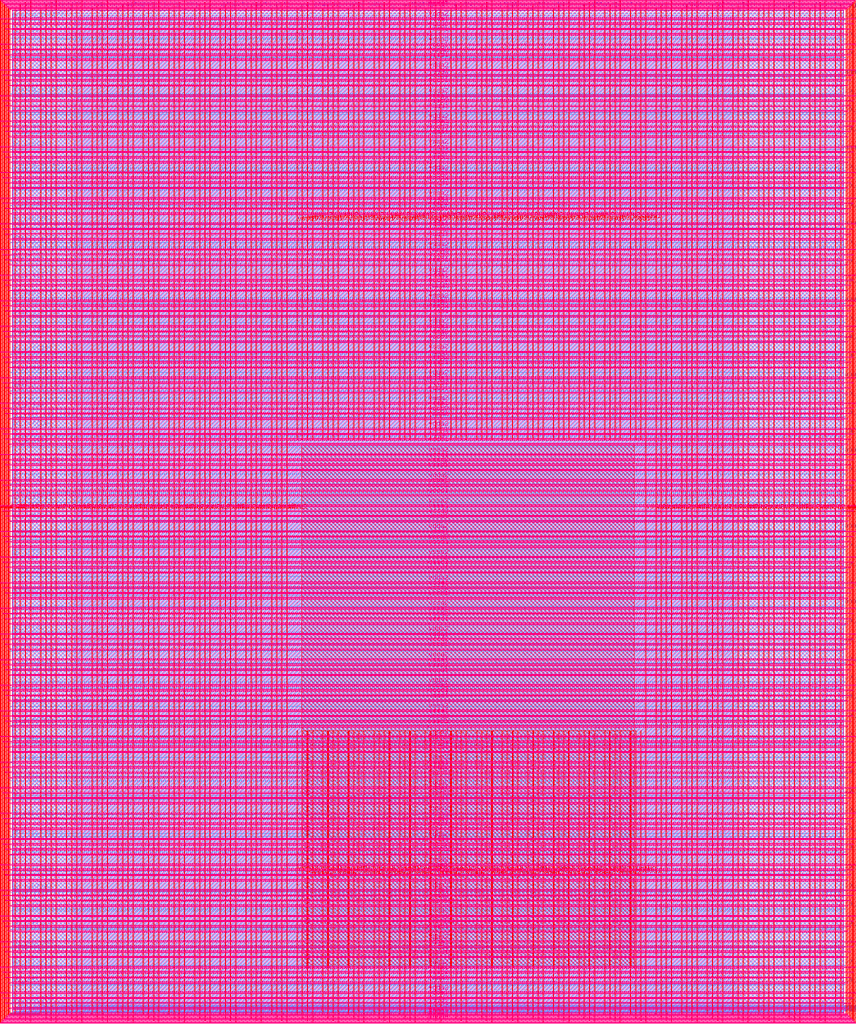
<source format=lef>
VERSION 5.7 ;
  NOWIREEXTENSIONATPIN ON ;
  DIVIDERCHAR "/" ;
  BUSBITCHARS "[]" ;
MACRO user_project_wrapper
  CLASS BLOCK ;
  FOREIGN user_project_wrapper ;
  ORIGIN 0.000 0.000 ;
  SIZE 2920.000 BY 3520.000 ;
  PIN analog_io[0]
    DIRECTION INOUT ;
    USE SIGNAL ;
    PORT
      LAYER met3 ;
        RECT 2917.600 1426.380 2924.800 1427.580 ;
    END
  END analog_io[0]
  PIN analog_io[10]
    DIRECTION INOUT ;
    USE SIGNAL ;
    PORT
      LAYER met2 ;
        RECT 2230.490 3517.600 2231.050 3524.800 ;
    END
  END analog_io[10]
  PIN analog_io[11]
    DIRECTION INOUT ;
    USE SIGNAL ;
    PORT
      LAYER met2 ;
        RECT 1905.730 3517.600 1906.290 3524.800 ;
    END
  END analog_io[11]
  PIN analog_io[12]
    DIRECTION INOUT ;
    USE SIGNAL ;
    PORT
      LAYER met2 ;
        RECT 1581.430 3517.600 1581.990 3524.800 ;
    END
  END analog_io[12]
  PIN analog_io[13]
    DIRECTION INOUT ;
    USE SIGNAL ;
    PORT
      LAYER met2 ;
        RECT 1257.130 3517.600 1257.690 3524.800 ;
    END
  END analog_io[13]
  PIN analog_io[14]
    DIRECTION INOUT ;
    USE SIGNAL ;
    PORT
      LAYER met2 ;
        RECT 932.370 3517.600 932.930 3524.800 ;
    END
  END analog_io[14]
  PIN analog_io[15]
    DIRECTION INOUT ;
    USE SIGNAL ;
    PORT
      LAYER met2 ;
        RECT 608.070 3517.600 608.630 3524.800 ;
    END
  END analog_io[15]
  PIN analog_io[16]
    DIRECTION INOUT ;
    USE SIGNAL ;
    PORT
      LAYER met2 ;
        RECT 283.770 3517.600 284.330 3524.800 ;
    END
  END analog_io[16]
  PIN analog_io[17]
    DIRECTION INOUT ;
    USE SIGNAL ;
    PORT
      LAYER met3 ;
        RECT -4.800 3486.100 2.400 3487.300 ;
    END
  END analog_io[17]
  PIN analog_io[18]
    DIRECTION INOUT ;
    USE SIGNAL ;
    PORT
      LAYER met3 ;
        RECT -4.800 3224.980 2.400 3226.180 ;
    END
  END analog_io[18]
  PIN analog_io[19]
    DIRECTION INOUT ;
    USE SIGNAL ;
    PORT
      LAYER met3 ;
        RECT -4.800 2964.540 2.400 2965.740 ;
    END
  END analog_io[19]
  PIN analog_io[1]
    DIRECTION INOUT ;
    USE SIGNAL ;
    PORT
      LAYER met3 ;
        RECT 2917.600 1692.260 2924.800 1693.460 ;
    END
  END analog_io[1]
  PIN analog_io[20]
    DIRECTION INOUT ;
    USE SIGNAL ;
    PORT
      LAYER met3 ;
        RECT -4.800 2703.420 2.400 2704.620 ;
    END
  END analog_io[20]
  PIN analog_io[21]
    DIRECTION INOUT ;
    USE SIGNAL ;
    PORT
      LAYER met3 ;
        RECT -4.800 2442.980 2.400 2444.180 ;
    END
  END analog_io[21]
  PIN analog_io[22]
    DIRECTION INOUT ;
    USE SIGNAL ;
    PORT
      LAYER met3 ;
        RECT -4.800 2182.540 2.400 2183.740 ;
    END
  END analog_io[22]
  PIN analog_io[23]
    DIRECTION INOUT ;
    USE SIGNAL ;
    PORT
      LAYER met3 ;
        RECT -4.800 1921.420 2.400 1922.620 ;
    END
  END analog_io[23]
  PIN analog_io[24]
    DIRECTION INOUT ;
    USE SIGNAL ;
    PORT
      LAYER met3 ;
        RECT -4.800 1660.980 2.400 1662.180 ;
    END
  END analog_io[24]
  PIN analog_io[25]
    DIRECTION INOUT ;
    USE SIGNAL ;
    PORT
      LAYER met3 ;
        RECT -4.800 1399.860 2.400 1401.060 ;
    END
  END analog_io[25]
  PIN analog_io[26]
    DIRECTION INOUT ;
    USE SIGNAL ;
    PORT
      LAYER met3 ;
        RECT -4.800 1139.420 2.400 1140.620 ;
    END
  END analog_io[26]
  PIN analog_io[27]
    DIRECTION INOUT ;
    USE SIGNAL ;
    PORT
      LAYER met3 ;
        RECT -4.800 878.980 2.400 880.180 ;
    END
  END analog_io[27]
  PIN analog_io[28]
    DIRECTION INOUT ;
    USE SIGNAL ;
    PORT
      LAYER met3 ;
        RECT -4.800 617.860 2.400 619.060 ;
    END
  END analog_io[28]
  PIN analog_io[2]
    DIRECTION INOUT ;
    USE SIGNAL ;
    PORT
      LAYER met3 ;
        RECT 2917.600 1958.140 2924.800 1959.340 ;
    END
  END analog_io[2]
  PIN analog_io[3]
    DIRECTION INOUT ;
    USE SIGNAL ;
    PORT
      LAYER met3 ;
        RECT 2917.600 2223.340 2924.800 2224.540 ;
    END
  END analog_io[3]
  PIN analog_io[4]
    DIRECTION INOUT ;
    USE SIGNAL ;
    PORT
      LAYER met3 ;
        RECT 2917.600 2489.220 2924.800 2490.420 ;
    END
  END analog_io[4]
  PIN analog_io[5]
    DIRECTION INOUT ;
    USE SIGNAL ;
    PORT
      LAYER met3 ;
        RECT 2917.600 2755.100 2924.800 2756.300 ;
    END
  END analog_io[5]
  PIN analog_io[6]
    DIRECTION INOUT ;
    USE SIGNAL ;
    PORT
      LAYER met3 ;
        RECT 2917.600 3020.300 2924.800 3021.500 ;
    END
  END analog_io[6]
  PIN analog_io[7]
    DIRECTION INOUT ;
    USE SIGNAL ;
    PORT
      LAYER met3 ;
        RECT 2917.600 3286.180 2924.800 3287.380 ;
    END
  END analog_io[7]
  PIN analog_io[8]
    DIRECTION INOUT ;
    USE SIGNAL ;
    PORT
      LAYER met2 ;
        RECT 2879.090 3517.600 2879.650 3524.800 ;
    END
  END analog_io[8]
  PIN analog_io[9]
    DIRECTION INOUT ;
    USE SIGNAL ;
    PORT
      LAYER met2 ;
        RECT 2554.790 3517.600 2555.350 3524.800 ;
    END
  END analog_io[9]
  PIN io_in[0]
    DIRECTION INPUT ;
    USE SIGNAL ;
    PORT
      LAYER met3 ;
        RECT 2917.600 32.380 2924.800 33.580 ;
    END
  END io_in[0]
  PIN io_in[10]
    DIRECTION INPUT ;
    USE SIGNAL ;
    PORT
      LAYER met3 ;
        RECT 2917.600 2289.980 2924.800 2291.180 ;
    END
  END io_in[10]
  PIN io_in[11]
    DIRECTION INPUT ;
    USE SIGNAL ;
    PORT
      LAYER met3 ;
        RECT 2917.600 2555.860 2924.800 2557.060 ;
    END
  END io_in[11]
  PIN io_in[12]
    DIRECTION INPUT ;
    USE SIGNAL ;
    PORT
      LAYER met3 ;
        RECT 2917.600 2821.060 2924.800 2822.260 ;
    END
  END io_in[12]
  PIN io_in[13]
    DIRECTION INPUT ;
    USE SIGNAL ;
    PORT
      LAYER met3 ;
        RECT 2917.600 3086.940 2924.800 3088.140 ;
    END
  END io_in[13]
  PIN io_in[14]
    DIRECTION INPUT ;
    USE SIGNAL ;
    PORT
      LAYER met3 ;
        RECT 2917.600 3352.820 2924.800 3354.020 ;
    END
  END io_in[14]
  PIN io_in[15]
    DIRECTION INPUT ;
    USE SIGNAL ;
    PORT
      LAYER met2 ;
        RECT 2798.130 3517.600 2798.690 3524.800 ;
    END
  END io_in[15]
  PIN io_in[16]
    DIRECTION INPUT ;
    USE SIGNAL ;
    PORT
      LAYER met2 ;
        RECT 2473.830 3517.600 2474.390 3524.800 ;
    END
  END io_in[16]
  PIN io_in[17]
    DIRECTION INPUT ;
    USE SIGNAL ;
    PORT
      LAYER met2 ;
        RECT 2149.070 3517.600 2149.630 3524.800 ;
    END
  END io_in[17]
  PIN io_in[18]
    DIRECTION INPUT ;
    USE SIGNAL ;
    PORT
      LAYER met2 ;
        RECT 1824.770 3517.600 1825.330 3524.800 ;
    END
  END io_in[18]
  PIN io_in[19]
    DIRECTION INPUT ;
    USE SIGNAL ;
    PORT
      LAYER met2 ;
        RECT 1500.470 3517.600 1501.030 3524.800 ;
    END
  END io_in[19]
  PIN io_in[1]
    DIRECTION INPUT ;
    USE SIGNAL ;
    PORT
      LAYER met3 ;
        RECT 2917.600 230.940 2924.800 232.140 ;
    END
  END io_in[1]
  PIN io_in[20]
    DIRECTION INPUT ;
    USE SIGNAL ;
    PORT
      LAYER met2 ;
        RECT 1175.710 3517.600 1176.270 3524.800 ;
    END
  END io_in[20]
  PIN io_in[21]
    DIRECTION INPUT ;
    USE SIGNAL ;
    PORT
      LAYER met2 ;
        RECT 851.410 3517.600 851.970 3524.800 ;
    END
  END io_in[21]
  PIN io_in[22]
    DIRECTION INPUT ;
    USE SIGNAL ;
    PORT
      LAYER met2 ;
        RECT 527.110 3517.600 527.670 3524.800 ;
    END
  END io_in[22]
  PIN io_in[23]
    DIRECTION INPUT ;
    USE SIGNAL ;
    PORT
      LAYER met2 ;
        RECT 202.350 3517.600 202.910 3524.800 ;
    END
  END io_in[23]
  PIN io_in[24]
    DIRECTION INPUT ;
    USE SIGNAL ;
    PORT
      LAYER met3 ;
        RECT -4.800 3420.820 2.400 3422.020 ;
    END
  END io_in[24]
  PIN io_in[25]
    DIRECTION INPUT ;
    USE SIGNAL ;
    PORT
      LAYER met3 ;
        RECT -4.800 3159.700 2.400 3160.900 ;
    END
  END io_in[25]
  PIN io_in[26]
    DIRECTION INPUT ;
    USE SIGNAL ;
    PORT
      LAYER met3 ;
        RECT -4.800 2899.260 2.400 2900.460 ;
    END
  END io_in[26]
  PIN io_in[27]
    DIRECTION INPUT ;
    USE SIGNAL ;
    PORT
      LAYER met3 ;
        RECT -4.800 2638.820 2.400 2640.020 ;
    END
  END io_in[27]
  PIN io_in[28]
    DIRECTION INPUT ;
    USE SIGNAL ;
    PORT
      LAYER met3 ;
        RECT -4.800 2377.700 2.400 2378.900 ;
    END
  END io_in[28]
  PIN io_in[29]
    DIRECTION INPUT ;
    USE SIGNAL ;
    PORT
      LAYER met3 ;
        RECT -4.800 2117.260 2.400 2118.460 ;
    END
  END io_in[29]
  PIN io_in[2]
    DIRECTION INPUT ;
    USE SIGNAL ;
    PORT
      LAYER met3 ;
        RECT 2917.600 430.180 2924.800 431.380 ;
    END
  END io_in[2]
  PIN io_in[30]
    DIRECTION INPUT ;
    USE SIGNAL ;
    PORT
      LAYER met3 ;
        RECT -4.800 1856.140 2.400 1857.340 ;
    END
  END io_in[30]
  PIN io_in[31]
    DIRECTION INPUT ;
    USE SIGNAL ;
    PORT
      LAYER met3 ;
        RECT -4.800 1595.700 2.400 1596.900 ;
    END
  END io_in[31]
  PIN io_in[32]
    DIRECTION INPUT ;
    USE SIGNAL ;
    PORT
      LAYER met3 ;
        RECT -4.800 1335.260 2.400 1336.460 ;
    END
  END io_in[32]
  PIN io_in[33]
    DIRECTION INPUT ;
    USE SIGNAL ;
    PORT
      LAYER met3 ;
        RECT -4.800 1074.140 2.400 1075.340 ;
    END
  END io_in[33]
  PIN io_in[34]
    DIRECTION INPUT ;
    USE SIGNAL ;
    PORT
      LAYER met3 ;
        RECT -4.800 813.700 2.400 814.900 ;
    END
  END io_in[34]
  PIN io_in[35]
    DIRECTION INPUT ;
    USE SIGNAL ;
    PORT
      LAYER met3 ;
        RECT -4.800 552.580 2.400 553.780 ;
    END
  END io_in[35]
  PIN io_in[36]
    DIRECTION INPUT ;
    USE SIGNAL ;
    PORT
      LAYER met3 ;
        RECT -4.800 357.420 2.400 358.620 ;
    END
  END io_in[36]
  PIN io_in[37]
    DIRECTION INPUT ;
    USE SIGNAL ;
    PORT
      LAYER met3 ;
        RECT -4.800 161.580 2.400 162.780 ;
    END
  END io_in[37]
  PIN io_in[3]
    DIRECTION INPUT ;
    USE SIGNAL ;
    PORT
      LAYER met3 ;
        RECT 2917.600 629.420 2924.800 630.620 ;
    END
  END io_in[3]
  PIN io_in[4]
    DIRECTION INPUT ;
    USE SIGNAL ;
    PORT
      LAYER met3 ;
        RECT 2917.600 828.660 2924.800 829.860 ;
    END
  END io_in[4]
  PIN io_in[5]
    DIRECTION INPUT ;
    USE SIGNAL ;
    PORT
      LAYER met3 ;
        RECT 2917.600 1027.900 2924.800 1029.100 ;
    END
  END io_in[5]
  PIN io_in[6]
    DIRECTION INPUT ;
    USE SIGNAL ;
    PORT
      LAYER met3 ;
        RECT 2917.600 1227.140 2924.800 1228.340 ;
    END
  END io_in[6]
  PIN io_in[7]
    DIRECTION INPUT ;
    USE SIGNAL ;
    PORT
      LAYER met3 ;
        RECT 2917.600 1493.020 2924.800 1494.220 ;
    END
  END io_in[7]
  PIN io_in[8]
    DIRECTION INPUT ;
    USE SIGNAL ;
    PORT
      LAYER met3 ;
        RECT 2917.600 1758.900 2924.800 1760.100 ;
    END
  END io_in[8]
  PIN io_in[9]
    DIRECTION INPUT ;
    USE SIGNAL ;
    PORT
      LAYER met3 ;
        RECT 2917.600 2024.100 2924.800 2025.300 ;
    END
  END io_in[9]
  PIN io_oeb[0]
    DIRECTION OUTPUT TRISTATE ;
    USE SIGNAL ;
    PORT
      LAYER met3 ;
        RECT 2917.600 164.980 2924.800 166.180 ;
    END
  END io_oeb[0]
  PIN io_oeb[10]
    DIRECTION OUTPUT TRISTATE ;
    USE SIGNAL ;
    PORT
      LAYER met3 ;
        RECT 2917.600 2422.580 2924.800 2423.780 ;
    END
  END io_oeb[10]
  PIN io_oeb[11]
    DIRECTION OUTPUT TRISTATE ;
    USE SIGNAL ;
    PORT
      LAYER met3 ;
        RECT 2917.600 2688.460 2924.800 2689.660 ;
    END
  END io_oeb[11]
  PIN io_oeb[12]
    DIRECTION OUTPUT TRISTATE ;
    USE SIGNAL ;
    PORT
      LAYER met3 ;
        RECT 2917.600 2954.340 2924.800 2955.540 ;
    END
  END io_oeb[12]
  PIN io_oeb[13]
    DIRECTION OUTPUT TRISTATE ;
    USE SIGNAL ;
    PORT
      LAYER met3 ;
        RECT 2917.600 3219.540 2924.800 3220.740 ;
    END
  END io_oeb[13]
  PIN io_oeb[14]
    DIRECTION OUTPUT TRISTATE ;
    USE SIGNAL ;
    PORT
      LAYER met3 ;
        RECT 2917.600 3485.420 2924.800 3486.620 ;
    END
  END io_oeb[14]
  PIN io_oeb[15]
    DIRECTION OUTPUT TRISTATE ;
    USE SIGNAL ;
    PORT
      LAYER met2 ;
        RECT 2635.750 3517.600 2636.310 3524.800 ;
    END
  END io_oeb[15]
  PIN io_oeb[16]
    DIRECTION OUTPUT TRISTATE ;
    USE SIGNAL ;
    PORT
      LAYER met2 ;
        RECT 2311.450 3517.600 2312.010 3524.800 ;
    END
  END io_oeb[16]
  PIN io_oeb[17]
    DIRECTION OUTPUT TRISTATE ;
    USE SIGNAL ;
    PORT
      LAYER met2 ;
        RECT 1987.150 3517.600 1987.710 3524.800 ;
    END
  END io_oeb[17]
  PIN io_oeb[18]
    DIRECTION OUTPUT TRISTATE ;
    USE SIGNAL ;
    PORT
      LAYER met2 ;
        RECT 1662.390 3517.600 1662.950 3524.800 ;
    END
  END io_oeb[18]
  PIN io_oeb[19]
    DIRECTION OUTPUT TRISTATE ;
    USE SIGNAL ;
    PORT
      LAYER met2 ;
        RECT 1338.090 3517.600 1338.650 3524.800 ;
    END
  END io_oeb[19]
  PIN io_oeb[1]
    DIRECTION OUTPUT TRISTATE ;
    USE SIGNAL ;
    PORT
      LAYER met3 ;
        RECT 2917.600 364.220 2924.800 365.420 ;
    END
  END io_oeb[1]
  PIN io_oeb[20]
    DIRECTION OUTPUT TRISTATE ;
    USE SIGNAL ;
    PORT
      LAYER met2 ;
        RECT 1013.790 3517.600 1014.350 3524.800 ;
    END
  END io_oeb[20]
  PIN io_oeb[21]
    DIRECTION OUTPUT TRISTATE ;
    USE SIGNAL ;
    PORT
      LAYER met2 ;
        RECT 689.030 3517.600 689.590 3524.800 ;
    END
  END io_oeb[21]
  PIN io_oeb[22]
    DIRECTION OUTPUT TRISTATE ;
    USE SIGNAL ;
    PORT
      LAYER met2 ;
        RECT 364.730 3517.600 365.290 3524.800 ;
    END
  END io_oeb[22]
  PIN io_oeb[23]
    DIRECTION OUTPUT TRISTATE ;
    USE SIGNAL ;
    PORT
      LAYER met2 ;
        RECT 40.430 3517.600 40.990 3524.800 ;
    END
  END io_oeb[23]
  PIN io_oeb[24]
    DIRECTION OUTPUT TRISTATE ;
    USE SIGNAL ;
    PORT
      LAYER met3 ;
        RECT -4.800 3290.260 2.400 3291.460 ;
    END
  END io_oeb[24]
  PIN io_oeb[25]
    DIRECTION OUTPUT TRISTATE ;
    USE SIGNAL ;
    PORT
      LAYER met3 ;
        RECT -4.800 3029.820 2.400 3031.020 ;
    END
  END io_oeb[25]
  PIN io_oeb[26]
    DIRECTION OUTPUT TRISTATE ;
    USE SIGNAL ;
    PORT
      LAYER met3 ;
        RECT -4.800 2768.700 2.400 2769.900 ;
    END
  END io_oeb[26]
  PIN io_oeb[27]
    DIRECTION OUTPUT TRISTATE ;
    USE SIGNAL ;
    PORT
      LAYER met3 ;
        RECT -4.800 2508.260 2.400 2509.460 ;
    END
  END io_oeb[27]
  PIN io_oeb[28]
    DIRECTION OUTPUT TRISTATE ;
    USE SIGNAL ;
    PORT
      LAYER met3 ;
        RECT -4.800 2247.140 2.400 2248.340 ;
    END
  END io_oeb[28]
  PIN io_oeb[29]
    DIRECTION OUTPUT TRISTATE ;
    USE SIGNAL ;
    PORT
      LAYER met3 ;
        RECT -4.800 1986.700 2.400 1987.900 ;
    END
  END io_oeb[29]
  PIN io_oeb[2]
    DIRECTION OUTPUT TRISTATE ;
    USE SIGNAL ;
    PORT
      LAYER met3 ;
        RECT 2917.600 563.460 2924.800 564.660 ;
    END
  END io_oeb[2]
  PIN io_oeb[30]
    DIRECTION OUTPUT TRISTATE ;
    USE SIGNAL ;
    PORT
      LAYER met3 ;
        RECT -4.800 1726.260 2.400 1727.460 ;
    END
  END io_oeb[30]
  PIN io_oeb[31]
    DIRECTION OUTPUT TRISTATE ;
    USE SIGNAL ;
    PORT
      LAYER met3 ;
        RECT -4.800 1465.140 2.400 1466.340 ;
    END
  END io_oeb[31]
  PIN io_oeb[32]
    DIRECTION OUTPUT TRISTATE ;
    USE SIGNAL ;
    PORT
      LAYER met3 ;
        RECT -4.800 1204.700 2.400 1205.900 ;
    END
  END io_oeb[32]
  PIN io_oeb[33]
    DIRECTION OUTPUT TRISTATE ;
    USE SIGNAL ;
    PORT
      LAYER met3 ;
        RECT -4.800 943.580 2.400 944.780 ;
    END
  END io_oeb[33]
  PIN io_oeb[34]
    DIRECTION OUTPUT TRISTATE ;
    USE SIGNAL ;
    PORT
      LAYER met3 ;
        RECT -4.800 683.140 2.400 684.340 ;
    END
  END io_oeb[34]
  PIN io_oeb[35]
    DIRECTION OUTPUT TRISTATE ;
    USE SIGNAL ;
    PORT
      LAYER met3 ;
        RECT -4.800 422.700 2.400 423.900 ;
    END
  END io_oeb[35]
  PIN io_oeb[36]
    DIRECTION OUTPUT TRISTATE ;
    USE SIGNAL ;
    PORT
      LAYER met3 ;
        RECT -4.800 226.860 2.400 228.060 ;
    END
  END io_oeb[36]
  PIN io_oeb[37]
    DIRECTION OUTPUT TRISTATE ;
    USE SIGNAL ;
    PORT
      LAYER met3 ;
        RECT -4.800 31.700 2.400 32.900 ;
    END
  END io_oeb[37]
  PIN io_oeb[3]
    DIRECTION OUTPUT TRISTATE ;
    USE SIGNAL ;
    PORT
      LAYER met3 ;
        RECT 2917.600 762.700 2924.800 763.900 ;
    END
  END io_oeb[3]
  PIN io_oeb[4]
    DIRECTION OUTPUT TRISTATE ;
    USE SIGNAL ;
    PORT
      LAYER met3 ;
        RECT 2917.600 961.940 2924.800 963.140 ;
    END
  END io_oeb[4]
  PIN io_oeb[5]
    DIRECTION OUTPUT TRISTATE ;
    USE SIGNAL ;
    PORT
      LAYER met3 ;
        RECT 2917.600 1161.180 2924.800 1162.380 ;
    END
  END io_oeb[5]
  PIN io_oeb[6]
    DIRECTION OUTPUT TRISTATE ;
    USE SIGNAL ;
    PORT
      LAYER met3 ;
        RECT 2917.600 1360.420 2924.800 1361.620 ;
    END
  END io_oeb[6]
  PIN io_oeb[7]
    DIRECTION OUTPUT TRISTATE ;
    USE SIGNAL ;
    PORT
      LAYER met3 ;
        RECT 2917.600 1625.620 2924.800 1626.820 ;
    END
  END io_oeb[7]
  PIN io_oeb[8]
    DIRECTION OUTPUT TRISTATE ;
    USE SIGNAL ;
    PORT
      LAYER met3 ;
        RECT 2917.600 1891.500 2924.800 1892.700 ;
    END
  END io_oeb[8]
  PIN io_oeb[9]
    DIRECTION OUTPUT TRISTATE ;
    USE SIGNAL ;
    PORT
      LAYER met3 ;
        RECT 2917.600 2157.380 2924.800 2158.580 ;
    END
  END io_oeb[9]
  PIN io_out[0]
    DIRECTION OUTPUT TRISTATE ;
    USE SIGNAL ;
    PORT
      LAYER met3 ;
        RECT 2917.600 98.340 2924.800 99.540 ;
    END
  END io_out[0]
  PIN io_out[10]
    DIRECTION OUTPUT TRISTATE ;
    USE SIGNAL ;
    PORT
      LAYER met3 ;
        RECT 2917.600 2356.620 2924.800 2357.820 ;
    END
  END io_out[10]
  PIN io_out[11]
    DIRECTION OUTPUT TRISTATE ;
    USE SIGNAL ;
    PORT
      LAYER met3 ;
        RECT 2917.600 2621.820 2924.800 2623.020 ;
    END
  END io_out[11]
  PIN io_out[12]
    DIRECTION OUTPUT TRISTATE ;
    USE SIGNAL ;
    PORT
      LAYER met3 ;
        RECT 2917.600 2887.700 2924.800 2888.900 ;
    END
  END io_out[12]
  PIN io_out[13]
    DIRECTION OUTPUT TRISTATE ;
    USE SIGNAL ;
    PORT
      LAYER met3 ;
        RECT 2917.600 3153.580 2924.800 3154.780 ;
    END
  END io_out[13]
  PIN io_out[14]
    DIRECTION OUTPUT TRISTATE ;
    USE SIGNAL ;
    PORT
      LAYER met3 ;
        RECT 2917.600 3418.780 2924.800 3419.980 ;
    END
  END io_out[14]
  PIN io_out[15]
    DIRECTION OUTPUT TRISTATE ;
    USE SIGNAL ;
    PORT
      LAYER met2 ;
        RECT 2717.170 3517.600 2717.730 3524.800 ;
    END
  END io_out[15]
  PIN io_out[16]
    DIRECTION OUTPUT TRISTATE ;
    USE SIGNAL ;
    PORT
      LAYER met2 ;
        RECT 2392.410 3517.600 2392.970 3524.800 ;
    END
  END io_out[16]
  PIN io_out[17]
    DIRECTION OUTPUT TRISTATE ;
    USE SIGNAL ;
    PORT
      LAYER met2 ;
        RECT 2068.110 3517.600 2068.670 3524.800 ;
    END
  END io_out[17]
  PIN io_out[18]
    DIRECTION OUTPUT TRISTATE ;
    USE SIGNAL ;
    PORT
      LAYER met2 ;
        RECT 1743.810 3517.600 1744.370 3524.800 ;
    END
  END io_out[18]
  PIN io_out[19]
    DIRECTION OUTPUT TRISTATE ;
    USE SIGNAL ;
    PORT
      LAYER met2 ;
        RECT 1419.050 3517.600 1419.610 3524.800 ;
    END
  END io_out[19]
  PIN io_out[1]
    DIRECTION OUTPUT TRISTATE ;
    USE SIGNAL ;
    PORT
      LAYER met3 ;
        RECT 2917.600 297.580 2924.800 298.780 ;
    END
  END io_out[1]
  PIN io_out[20]
    DIRECTION OUTPUT TRISTATE ;
    USE SIGNAL ;
    PORT
      LAYER met2 ;
        RECT 1094.750 3517.600 1095.310 3524.800 ;
    END
  END io_out[20]
  PIN io_out[21]
    DIRECTION OUTPUT TRISTATE ;
    USE SIGNAL ;
    PORT
      LAYER met2 ;
        RECT 770.450 3517.600 771.010 3524.800 ;
    END
  END io_out[21]
  PIN io_out[22]
    DIRECTION OUTPUT TRISTATE ;
    USE SIGNAL ;
    PORT
      LAYER met2 ;
        RECT 445.690 3517.600 446.250 3524.800 ;
    END
  END io_out[22]
  PIN io_out[23]
    DIRECTION OUTPUT TRISTATE ;
    USE SIGNAL ;
    PORT
      LAYER met2 ;
        RECT 121.390 3517.600 121.950 3524.800 ;
    END
  END io_out[23]
  PIN io_out[24]
    DIRECTION OUTPUT TRISTATE ;
    USE SIGNAL ;
    PORT
      LAYER met3 ;
        RECT -4.800 3355.540 2.400 3356.740 ;
    END
  END io_out[24]
  PIN io_out[25]
    DIRECTION OUTPUT TRISTATE ;
    USE SIGNAL ;
    PORT
      LAYER met3 ;
        RECT -4.800 3095.100 2.400 3096.300 ;
    END
  END io_out[25]
  PIN io_out[26]
    DIRECTION OUTPUT TRISTATE ;
    USE SIGNAL ;
    PORT
      LAYER met3 ;
        RECT -4.800 2833.980 2.400 2835.180 ;
    END
  END io_out[26]
  PIN io_out[27]
    DIRECTION OUTPUT TRISTATE ;
    USE SIGNAL ;
    PORT
      LAYER met3 ;
        RECT -4.800 2573.540 2.400 2574.740 ;
    END
  END io_out[27]
  PIN io_out[28]
    DIRECTION OUTPUT TRISTATE ;
    USE SIGNAL ;
    PORT
      LAYER met3 ;
        RECT -4.800 2312.420 2.400 2313.620 ;
    END
  END io_out[28]
  PIN io_out[29]
    DIRECTION OUTPUT TRISTATE ;
    USE SIGNAL ;
    PORT
      LAYER met3 ;
        RECT -4.800 2051.980 2.400 2053.180 ;
    END
  END io_out[29]
  PIN io_out[2]
    DIRECTION OUTPUT TRISTATE ;
    USE SIGNAL ;
    PORT
      LAYER met3 ;
        RECT 2917.600 496.820 2924.800 498.020 ;
    END
  END io_out[2]
  PIN io_out[30]
    DIRECTION OUTPUT TRISTATE ;
    USE SIGNAL ;
    PORT
      LAYER met3 ;
        RECT -4.800 1791.540 2.400 1792.740 ;
    END
  END io_out[30]
  PIN io_out[31]
    DIRECTION OUTPUT TRISTATE ;
    USE SIGNAL ;
    PORT
      LAYER met3 ;
        RECT -4.800 1530.420 2.400 1531.620 ;
    END
  END io_out[31]
  PIN io_out[32]
    DIRECTION OUTPUT TRISTATE ;
    USE SIGNAL ;
    PORT
      LAYER met3 ;
        RECT -4.800 1269.980 2.400 1271.180 ;
    END
  END io_out[32]
  PIN io_out[33]
    DIRECTION OUTPUT TRISTATE ;
    USE SIGNAL ;
    PORT
      LAYER met3 ;
        RECT -4.800 1008.860 2.400 1010.060 ;
    END
  END io_out[33]
  PIN io_out[34]
    DIRECTION OUTPUT TRISTATE ;
    USE SIGNAL ;
    PORT
      LAYER met3 ;
        RECT -4.800 748.420 2.400 749.620 ;
    END
  END io_out[34]
  PIN io_out[35]
    DIRECTION OUTPUT TRISTATE ;
    USE SIGNAL ;
    PORT
      LAYER met3 ;
        RECT -4.800 487.300 2.400 488.500 ;
    END
  END io_out[35]
  PIN io_out[36]
    DIRECTION OUTPUT TRISTATE ;
    USE SIGNAL ;
    PORT
      LAYER met3 ;
        RECT -4.800 292.140 2.400 293.340 ;
    END
  END io_out[36]
  PIN io_out[37]
    DIRECTION OUTPUT TRISTATE ;
    USE SIGNAL ;
    PORT
      LAYER met3 ;
        RECT -4.800 96.300 2.400 97.500 ;
    END
  END io_out[37]
  PIN io_out[3]
    DIRECTION OUTPUT TRISTATE ;
    USE SIGNAL ;
    PORT
      LAYER met3 ;
        RECT 2917.600 696.060 2924.800 697.260 ;
    END
  END io_out[3]
  PIN io_out[4]
    DIRECTION OUTPUT TRISTATE ;
    USE SIGNAL ;
    PORT
      LAYER met3 ;
        RECT 2917.600 895.300 2924.800 896.500 ;
    END
  END io_out[4]
  PIN io_out[5]
    DIRECTION OUTPUT TRISTATE ;
    USE SIGNAL ;
    PORT
      LAYER met3 ;
        RECT 2917.600 1094.540 2924.800 1095.740 ;
    END
  END io_out[5]
  PIN io_out[6]
    DIRECTION OUTPUT TRISTATE ;
    USE SIGNAL ;
    PORT
      LAYER met3 ;
        RECT 2917.600 1293.780 2924.800 1294.980 ;
    END
  END io_out[6]
  PIN io_out[7]
    DIRECTION OUTPUT TRISTATE ;
    USE SIGNAL ;
    PORT
      LAYER met3 ;
        RECT 2917.600 1559.660 2924.800 1560.860 ;
    END
  END io_out[7]
  PIN io_out[8]
    DIRECTION OUTPUT TRISTATE ;
    USE SIGNAL ;
    PORT
      LAYER met3 ;
        RECT 2917.600 1824.860 2924.800 1826.060 ;
    END
  END io_out[8]
  PIN io_out[9]
    DIRECTION OUTPUT TRISTATE ;
    USE SIGNAL ;
    PORT
      LAYER met3 ;
        RECT 2917.600 2090.740 2924.800 2091.940 ;
    END
  END io_out[9]
  PIN la_data_in[0]
    DIRECTION INPUT ;
    USE SIGNAL ;
    PORT
      LAYER met2 ;
        RECT 629.230 -4.800 629.790 2.400 ;
    END
  END la_data_in[0]
  PIN la_data_in[100]
    DIRECTION INPUT ;
    USE SIGNAL ;
    PORT
      LAYER met2 ;
        RECT 2402.530 -4.800 2403.090 2.400 ;
    END
  END la_data_in[100]
  PIN la_data_in[101]
    DIRECTION INPUT ;
    USE SIGNAL ;
    PORT
      LAYER met2 ;
        RECT 2420.010 -4.800 2420.570 2.400 ;
    END
  END la_data_in[101]
  PIN la_data_in[102]
    DIRECTION INPUT ;
    USE SIGNAL ;
    PORT
      LAYER met2 ;
        RECT 2437.950 -4.800 2438.510 2.400 ;
    END
  END la_data_in[102]
  PIN la_data_in[103]
    DIRECTION INPUT ;
    USE SIGNAL ;
    PORT
      LAYER met2 ;
        RECT 2455.430 -4.800 2455.990 2.400 ;
    END
  END la_data_in[103]
  PIN la_data_in[104]
    DIRECTION INPUT ;
    USE SIGNAL ;
    PORT
      LAYER met2 ;
        RECT 2473.370 -4.800 2473.930 2.400 ;
    END
  END la_data_in[104]
  PIN la_data_in[105]
    DIRECTION INPUT ;
    USE SIGNAL ;
    PORT
      LAYER met2 ;
        RECT 2490.850 -4.800 2491.410 2.400 ;
    END
  END la_data_in[105]
  PIN la_data_in[106]
    DIRECTION INPUT ;
    USE SIGNAL ;
    PORT
      LAYER met2 ;
        RECT 2508.790 -4.800 2509.350 2.400 ;
    END
  END la_data_in[106]
  PIN la_data_in[107]
    DIRECTION INPUT ;
    USE SIGNAL ;
    PORT
      LAYER met2 ;
        RECT 2526.730 -4.800 2527.290 2.400 ;
    END
  END la_data_in[107]
  PIN la_data_in[108]
    DIRECTION INPUT ;
    USE SIGNAL ;
    PORT
      LAYER met2 ;
        RECT 2544.210 -4.800 2544.770 2.400 ;
    END
  END la_data_in[108]
  PIN la_data_in[109]
    DIRECTION INPUT ;
    USE SIGNAL ;
    PORT
      LAYER met2 ;
        RECT 2562.150 -4.800 2562.710 2.400 ;
    END
  END la_data_in[109]
  PIN la_data_in[10]
    DIRECTION INPUT ;
    USE SIGNAL ;
    PORT
      LAYER met2 ;
        RECT 806.330 -4.800 806.890 2.400 ;
    END
  END la_data_in[10]
  PIN la_data_in[110]
    DIRECTION INPUT ;
    USE SIGNAL ;
    PORT
      LAYER met2 ;
        RECT 2579.630 -4.800 2580.190 2.400 ;
    END
  END la_data_in[110]
  PIN la_data_in[111]
    DIRECTION INPUT ;
    USE SIGNAL ;
    PORT
      LAYER met2 ;
        RECT 2597.570 -4.800 2598.130 2.400 ;
    END
  END la_data_in[111]
  PIN la_data_in[112]
    DIRECTION INPUT ;
    USE SIGNAL ;
    PORT
      LAYER met2 ;
        RECT 2615.050 -4.800 2615.610 2.400 ;
    END
  END la_data_in[112]
  PIN la_data_in[113]
    DIRECTION INPUT ;
    USE SIGNAL ;
    PORT
      LAYER met2 ;
        RECT 2632.990 -4.800 2633.550 2.400 ;
    END
  END la_data_in[113]
  PIN la_data_in[114]
    DIRECTION INPUT ;
    USE SIGNAL ;
    PORT
      LAYER met2 ;
        RECT 2650.470 -4.800 2651.030 2.400 ;
    END
  END la_data_in[114]
  PIN la_data_in[115]
    DIRECTION INPUT ;
    USE SIGNAL ;
    PORT
      LAYER met2 ;
        RECT 2668.410 -4.800 2668.970 2.400 ;
    END
  END la_data_in[115]
  PIN la_data_in[116]
    DIRECTION INPUT ;
    USE SIGNAL ;
    PORT
      LAYER met2 ;
        RECT 2685.890 -4.800 2686.450 2.400 ;
    END
  END la_data_in[116]
  PIN la_data_in[117]
    DIRECTION INPUT ;
    USE SIGNAL ;
    PORT
      LAYER met2 ;
        RECT 2703.830 -4.800 2704.390 2.400 ;
    END
  END la_data_in[117]
  PIN la_data_in[118]
    DIRECTION INPUT ;
    USE SIGNAL ;
    PORT
      LAYER met2 ;
        RECT 2721.770 -4.800 2722.330 2.400 ;
    END
  END la_data_in[118]
  PIN la_data_in[119]
    DIRECTION INPUT ;
    USE SIGNAL ;
    PORT
      LAYER met2 ;
        RECT 2739.250 -4.800 2739.810 2.400 ;
    END
  END la_data_in[119]
  PIN la_data_in[11]
    DIRECTION INPUT ;
    USE SIGNAL ;
    PORT
      LAYER met2 ;
        RECT 824.270 -4.800 824.830 2.400 ;
    END
  END la_data_in[11]
  PIN la_data_in[120]
    DIRECTION INPUT ;
    USE SIGNAL ;
    PORT
      LAYER met2 ;
        RECT 2757.190 -4.800 2757.750 2.400 ;
    END
  END la_data_in[120]
  PIN la_data_in[121]
    DIRECTION INPUT ;
    USE SIGNAL ;
    PORT
      LAYER met2 ;
        RECT 2774.670 -4.800 2775.230 2.400 ;
    END
  END la_data_in[121]
  PIN la_data_in[122]
    DIRECTION INPUT ;
    USE SIGNAL ;
    PORT
      LAYER met2 ;
        RECT 2792.610 -4.800 2793.170 2.400 ;
    END
  END la_data_in[122]
  PIN la_data_in[123]
    DIRECTION INPUT ;
    USE SIGNAL ;
    PORT
      LAYER met2 ;
        RECT 2810.090 -4.800 2810.650 2.400 ;
    END
  END la_data_in[123]
  PIN la_data_in[124]
    DIRECTION INPUT ;
    USE SIGNAL ;
    PORT
      LAYER met2 ;
        RECT 2828.030 -4.800 2828.590 2.400 ;
    END
  END la_data_in[124]
  PIN la_data_in[125]
    DIRECTION INPUT ;
    USE SIGNAL ;
    PORT
      LAYER met2 ;
        RECT 2845.510 -4.800 2846.070 2.400 ;
    END
  END la_data_in[125]
  PIN la_data_in[126]
    DIRECTION INPUT ;
    USE SIGNAL ;
    PORT
      LAYER met2 ;
        RECT 2863.450 -4.800 2864.010 2.400 ;
    END
  END la_data_in[126]
  PIN la_data_in[127]
    DIRECTION INPUT ;
    USE SIGNAL ;
    PORT
      LAYER met2 ;
        RECT 2881.390 -4.800 2881.950 2.400 ;
    END
  END la_data_in[127]
  PIN la_data_in[12]
    DIRECTION INPUT ;
    USE SIGNAL ;
    PORT
      LAYER met2 ;
        RECT 841.750 -4.800 842.310 2.400 ;
    END
  END la_data_in[12]
  PIN la_data_in[13]
    DIRECTION INPUT ;
    USE SIGNAL ;
    PORT
      LAYER met2 ;
        RECT 859.690 -4.800 860.250 2.400 ;
    END
  END la_data_in[13]
  PIN la_data_in[14]
    DIRECTION INPUT ;
    USE SIGNAL ;
    PORT
      LAYER met2 ;
        RECT 877.170 -4.800 877.730 2.400 ;
    END
  END la_data_in[14]
  PIN la_data_in[15]
    DIRECTION INPUT ;
    USE SIGNAL ;
    PORT
      LAYER met2 ;
        RECT 895.110 -4.800 895.670 2.400 ;
    END
  END la_data_in[15]
  PIN la_data_in[16]
    DIRECTION INPUT ;
    USE SIGNAL ;
    PORT
      LAYER met2 ;
        RECT 912.590 -4.800 913.150 2.400 ;
    END
  END la_data_in[16]
  PIN la_data_in[17]
    DIRECTION INPUT ;
    USE SIGNAL ;
    PORT
      LAYER met2 ;
        RECT 930.530 -4.800 931.090 2.400 ;
    END
  END la_data_in[17]
  PIN la_data_in[18]
    DIRECTION INPUT ;
    USE SIGNAL ;
    PORT
      LAYER met2 ;
        RECT 948.470 -4.800 949.030 2.400 ;
    END
  END la_data_in[18]
  PIN la_data_in[19]
    DIRECTION INPUT ;
    USE SIGNAL ;
    PORT
      LAYER met2 ;
        RECT 965.950 -4.800 966.510 2.400 ;
    END
  END la_data_in[19]
  PIN la_data_in[1]
    DIRECTION INPUT ;
    USE SIGNAL ;
    PORT
      LAYER met2 ;
        RECT 646.710 -4.800 647.270 2.400 ;
    END
  END la_data_in[1]
  PIN la_data_in[20]
    DIRECTION INPUT ;
    USE SIGNAL ;
    PORT
      LAYER met2 ;
        RECT 983.890 -4.800 984.450 2.400 ;
    END
  END la_data_in[20]
  PIN la_data_in[21]
    DIRECTION INPUT ;
    USE SIGNAL ;
    PORT
      LAYER met2 ;
        RECT 1001.370 -4.800 1001.930 2.400 ;
    END
  END la_data_in[21]
  PIN la_data_in[22]
    DIRECTION INPUT ;
    USE SIGNAL ;
    PORT
      LAYER met2 ;
        RECT 1019.310 -4.800 1019.870 2.400 ;
    END
  END la_data_in[22]
  PIN la_data_in[23]
    DIRECTION INPUT ;
    USE SIGNAL ;
    PORT
      LAYER met2 ;
        RECT 1036.790 -4.800 1037.350 2.400 ;
    END
  END la_data_in[23]
  PIN la_data_in[24]
    DIRECTION INPUT ;
    USE SIGNAL ;
    PORT
      LAYER met2 ;
        RECT 1054.730 -4.800 1055.290 2.400 ;
    END
  END la_data_in[24]
  PIN la_data_in[25]
    DIRECTION INPUT ;
    USE SIGNAL ;
    PORT
      LAYER met2 ;
        RECT 1072.210 -4.800 1072.770 2.400 ;
    END
  END la_data_in[25]
  PIN la_data_in[26]
    DIRECTION INPUT ;
    USE SIGNAL ;
    PORT
      LAYER met2 ;
        RECT 1090.150 -4.800 1090.710 2.400 ;
    END
  END la_data_in[26]
  PIN la_data_in[27]
    DIRECTION INPUT ;
    USE SIGNAL ;
    PORT
      LAYER met2 ;
        RECT 1107.630 -4.800 1108.190 2.400 ;
    END
  END la_data_in[27]
  PIN la_data_in[28]
    DIRECTION INPUT ;
    USE SIGNAL ;
    PORT
      LAYER met2 ;
        RECT 1125.570 -4.800 1126.130 2.400 ;
    END
  END la_data_in[28]
  PIN la_data_in[29]
    DIRECTION INPUT ;
    USE SIGNAL ;
    PORT
      LAYER met2 ;
        RECT 1143.510 -4.800 1144.070 2.400 ;
    END
  END la_data_in[29]
  PIN la_data_in[2]
    DIRECTION INPUT ;
    USE SIGNAL ;
    PORT
      LAYER met2 ;
        RECT 664.650 -4.800 665.210 2.400 ;
    END
  END la_data_in[2]
  PIN la_data_in[30]
    DIRECTION INPUT ;
    USE SIGNAL ;
    PORT
      LAYER met2 ;
        RECT 1160.990 -4.800 1161.550 2.400 ;
    END
  END la_data_in[30]
  PIN la_data_in[31]
    DIRECTION INPUT ;
    USE SIGNAL ;
    PORT
      LAYER met2 ;
        RECT 1178.930 -4.800 1179.490 2.400 ;
    END
  END la_data_in[31]
  PIN la_data_in[32]
    DIRECTION INPUT ;
    USE SIGNAL ;
    PORT
      LAYER met2 ;
        RECT 1196.410 -4.800 1196.970 2.400 ;
    END
  END la_data_in[32]
  PIN la_data_in[33]
    DIRECTION INPUT ;
    USE SIGNAL ;
    PORT
      LAYER met2 ;
        RECT 1214.350 -4.800 1214.910 2.400 ;
    END
  END la_data_in[33]
  PIN la_data_in[34]
    DIRECTION INPUT ;
    USE SIGNAL ;
    PORT
      LAYER met2 ;
        RECT 1231.830 -4.800 1232.390 2.400 ;
    END
  END la_data_in[34]
  PIN la_data_in[35]
    DIRECTION INPUT ;
    USE SIGNAL ;
    PORT
      LAYER met2 ;
        RECT 1249.770 -4.800 1250.330 2.400 ;
    END
  END la_data_in[35]
  PIN la_data_in[36]
    DIRECTION INPUT ;
    USE SIGNAL ;
    PORT
      LAYER met2 ;
        RECT 1267.250 -4.800 1267.810 2.400 ;
    END
  END la_data_in[36]
  PIN la_data_in[37]
    DIRECTION INPUT ;
    USE SIGNAL ;
    PORT
      LAYER met2 ;
        RECT 1285.190 -4.800 1285.750 2.400 ;
    END
  END la_data_in[37]
  PIN la_data_in[38]
    DIRECTION INPUT ;
    USE SIGNAL ;
    PORT
      LAYER met2 ;
        RECT 1303.130 -4.800 1303.690 2.400 ;
    END
  END la_data_in[38]
  PIN la_data_in[39]
    DIRECTION INPUT ;
    USE SIGNAL ;
    PORT
      LAYER met2 ;
        RECT 1320.610 -4.800 1321.170 2.400 ;
    END
  END la_data_in[39]
  PIN la_data_in[3]
    DIRECTION INPUT ;
    USE SIGNAL ;
    PORT
      LAYER met2 ;
        RECT 682.130 -4.800 682.690 2.400 ;
    END
  END la_data_in[3]
  PIN la_data_in[40]
    DIRECTION INPUT ;
    USE SIGNAL ;
    PORT
      LAYER met2 ;
        RECT 1338.550 -4.800 1339.110 2.400 ;
    END
  END la_data_in[40]
  PIN la_data_in[41]
    DIRECTION INPUT ;
    USE SIGNAL ;
    PORT
      LAYER met2 ;
        RECT 1356.030 -4.800 1356.590 2.400 ;
    END
  END la_data_in[41]
  PIN la_data_in[42]
    DIRECTION INPUT ;
    USE SIGNAL ;
    PORT
      LAYER met2 ;
        RECT 1373.970 -4.800 1374.530 2.400 ;
    END
  END la_data_in[42]
  PIN la_data_in[43]
    DIRECTION INPUT ;
    USE SIGNAL ;
    PORT
      LAYER met2 ;
        RECT 1391.450 -4.800 1392.010 2.400 ;
    END
  END la_data_in[43]
  PIN la_data_in[44]
    DIRECTION INPUT ;
    USE SIGNAL ;
    PORT
      LAYER met2 ;
        RECT 1409.390 -4.800 1409.950 2.400 ;
    END
  END la_data_in[44]
  PIN la_data_in[45]
    DIRECTION INPUT ;
    USE SIGNAL ;
    PORT
      LAYER met2 ;
        RECT 1426.870 -4.800 1427.430 2.400 ;
    END
  END la_data_in[45]
  PIN la_data_in[46]
    DIRECTION INPUT ;
    USE SIGNAL ;
    PORT
      LAYER met2 ;
        RECT 1444.810 -4.800 1445.370 2.400 ;
    END
  END la_data_in[46]
  PIN la_data_in[47]
    DIRECTION INPUT ;
    USE SIGNAL ;
    PORT
      LAYER met2 ;
        RECT 1462.750 -4.800 1463.310 2.400 ;
    END
  END la_data_in[47]
  PIN la_data_in[48]
    DIRECTION INPUT ;
    USE SIGNAL ;
    PORT
      LAYER met2 ;
        RECT 1480.230 -4.800 1480.790 2.400 ;
    END
  END la_data_in[48]
  PIN la_data_in[49]
    DIRECTION INPUT ;
    USE SIGNAL ;
    PORT
      LAYER met2 ;
        RECT 1498.170 -4.800 1498.730 2.400 ;
    END
  END la_data_in[49]
  PIN la_data_in[4]
    DIRECTION INPUT ;
    USE SIGNAL ;
    PORT
      LAYER met2 ;
        RECT 700.070 -4.800 700.630 2.400 ;
    END
  END la_data_in[4]
  PIN la_data_in[50]
    DIRECTION INPUT ;
    USE SIGNAL ;
    PORT
      LAYER met2 ;
        RECT 1515.650 -4.800 1516.210 2.400 ;
    END
  END la_data_in[50]
  PIN la_data_in[51]
    DIRECTION INPUT ;
    USE SIGNAL ;
    PORT
      LAYER met2 ;
        RECT 1533.590 -4.800 1534.150 2.400 ;
    END
  END la_data_in[51]
  PIN la_data_in[52]
    DIRECTION INPUT ;
    USE SIGNAL ;
    PORT
      LAYER met2 ;
        RECT 1551.070 -4.800 1551.630 2.400 ;
    END
  END la_data_in[52]
  PIN la_data_in[53]
    DIRECTION INPUT ;
    USE SIGNAL ;
    PORT
      LAYER met2 ;
        RECT 1569.010 -4.800 1569.570 2.400 ;
    END
  END la_data_in[53]
  PIN la_data_in[54]
    DIRECTION INPUT ;
    USE SIGNAL ;
    PORT
      LAYER met2 ;
        RECT 1586.490 -4.800 1587.050 2.400 ;
    END
  END la_data_in[54]
  PIN la_data_in[55]
    DIRECTION INPUT ;
    USE SIGNAL ;
    PORT
      LAYER met2 ;
        RECT 1604.430 -4.800 1604.990 2.400 ;
    END
  END la_data_in[55]
  PIN la_data_in[56]
    DIRECTION INPUT ;
    USE SIGNAL ;
    PORT
      LAYER met2 ;
        RECT 1621.910 -4.800 1622.470 2.400 ;
    END
  END la_data_in[56]
  PIN la_data_in[57]
    DIRECTION INPUT ;
    USE SIGNAL ;
    PORT
      LAYER met2 ;
        RECT 1639.850 -4.800 1640.410 2.400 ;
    END
  END la_data_in[57]
  PIN la_data_in[58]
    DIRECTION INPUT ;
    USE SIGNAL ;
    PORT
      LAYER met2 ;
        RECT 1657.790 -4.800 1658.350 2.400 ;
    END
  END la_data_in[58]
  PIN la_data_in[59]
    DIRECTION INPUT ;
    USE SIGNAL ;
    PORT
      LAYER met2 ;
        RECT 1675.270 -4.800 1675.830 2.400 ;
    END
  END la_data_in[59]
  PIN la_data_in[5]
    DIRECTION INPUT ;
    USE SIGNAL ;
    PORT
      LAYER met2 ;
        RECT 717.550 -4.800 718.110 2.400 ;
    END
  END la_data_in[5]
  PIN la_data_in[60]
    DIRECTION INPUT ;
    USE SIGNAL ;
    PORT
      LAYER met2 ;
        RECT 1693.210 -4.800 1693.770 2.400 ;
    END
  END la_data_in[60]
  PIN la_data_in[61]
    DIRECTION INPUT ;
    USE SIGNAL ;
    PORT
      LAYER met2 ;
        RECT 1710.690 -4.800 1711.250 2.400 ;
    END
  END la_data_in[61]
  PIN la_data_in[62]
    DIRECTION INPUT ;
    USE SIGNAL ;
    PORT
      LAYER met2 ;
        RECT 1728.630 -4.800 1729.190 2.400 ;
    END
  END la_data_in[62]
  PIN la_data_in[63]
    DIRECTION INPUT ;
    USE SIGNAL ;
    PORT
      LAYER met2 ;
        RECT 1746.110 -4.800 1746.670 2.400 ;
    END
  END la_data_in[63]
  PIN la_data_in[64]
    DIRECTION INPUT ;
    USE SIGNAL ;
    PORT
      LAYER met2 ;
        RECT 1764.050 -4.800 1764.610 2.400 ;
    END
  END la_data_in[64]
  PIN la_data_in[65]
    DIRECTION INPUT ;
    USE SIGNAL ;
    PORT
      LAYER met2 ;
        RECT 1781.530 -4.800 1782.090 2.400 ;
    END
  END la_data_in[65]
  PIN la_data_in[66]
    DIRECTION INPUT ;
    USE SIGNAL ;
    PORT
      LAYER met2 ;
        RECT 1799.470 -4.800 1800.030 2.400 ;
    END
  END la_data_in[66]
  PIN la_data_in[67]
    DIRECTION INPUT ;
    USE SIGNAL ;
    PORT
      LAYER met2 ;
        RECT 1817.410 -4.800 1817.970 2.400 ;
    END
  END la_data_in[67]
  PIN la_data_in[68]
    DIRECTION INPUT ;
    USE SIGNAL ;
    PORT
      LAYER met2 ;
        RECT 1834.890 -4.800 1835.450 2.400 ;
    END
  END la_data_in[68]
  PIN la_data_in[69]
    DIRECTION INPUT ;
    USE SIGNAL ;
    PORT
      LAYER met2 ;
        RECT 1852.830 -4.800 1853.390 2.400 ;
    END
  END la_data_in[69]
  PIN la_data_in[6]
    DIRECTION INPUT ;
    USE SIGNAL ;
    PORT
      LAYER met2 ;
        RECT 735.490 -4.800 736.050 2.400 ;
    END
  END la_data_in[6]
  PIN la_data_in[70]
    DIRECTION INPUT ;
    USE SIGNAL ;
    PORT
      LAYER met2 ;
        RECT 1870.310 -4.800 1870.870 2.400 ;
    END
  END la_data_in[70]
  PIN la_data_in[71]
    DIRECTION INPUT ;
    USE SIGNAL ;
    PORT
      LAYER met2 ;
        RECT 1888.250 -4.800 1888.810 2.400 ;
    END
  END la_data_in[71]
  PIN la_data_in[72]
    DIRECTION INPUT ;
    USE SIGNAL ;
    PORT
      LAYER met2 ;
        RECT 1905.730 -4.800 1906.290 2.400 ;
    END
  END la_data_in[72]
  PIN la_data_in[73]
    DIRECTION INPUT ;
    USE SIGNAL ;
    PORT
      LAYER met2 ;
        RECT 1923.670 -4.800 1924.230 2.400 ;
    END
  END la_data_in[73]
  PIN la_data_in[74]
    DIRECTION INPUT ;
    USE SIGNAL ;
    PORT
      LAYER met2 ;
        RECT 1941.150 -4.800 1941.710 2.400 ;
    END
  END la_data_in[74]
  PIN la_data_in[75]
    DIRECTION INPUT ;
    USE SIGNAL ;
    PORT
      LAYER met2 ;
        RECT 1959.090 -4.800 1959.650 2.400 ;
    END
  END la_data_in[75]
  PIN la_data_in[76]
    DIRECTION INPUT ;
    USE SIGNAL ;
    PORT
      LAYER met2 ;
        RECT 1976.570 -4.800 1977.130 2.400 ;
    END
  END la_data_in[76]
  PIN la_data_in[77]
    DIRECTION INPUT ;
    USE SIGNAL ;
    PORT
      LAYER met2 ;
        RECT 1994.510 -4.800 1995.070 2.400 ;
    END
  END la_data_in[77]
  PIN la_data_in[78]
    DIRECTION INPUT ;
    USE SIGNAL ;
    PORT
      LAYER met2 ;
        RECT 2012.450 -4.800 2013.010 2.400 ;
    END
  END la_data_in[78]
  PIN la_data_in[79]
    DIRECTION INPUT ;
    USE SIGNAL ;
    PORT
      LAYER met2 ;
        RECT 2029.930 -4.800 2030.490 2.400 ;
    END
  END la_data_in[79]
  PIN la_data_in[7]
    DIRECTION INPUT ;
    USE SIGNAL ;
    PORT
      LAYER met2 ;
        RECT 752.970 -4.800 753.530 2.400 ;
    END
  END la_data_in[7]
  PIN la_data_in[80]
    DIRECTION INPUT ;
    USE SIGNAL ;
    PORT
      LAYER met2 ;
        RECT 2047.870 -4.800 2048.430 2.400 ;
    END
  END la_data_in[80]
  PIN la_data_in[81]
    DIRECTION INPUT ;
    USE SIGNAL ;
    PORT
      LAYER met2 ;
        RECT 2065.350 -4.800 2065.910 2.400 ;
    END
  END la_data_in[81]
  PIN la_data_in[82]
    DIRECTION INPUT ;
    USE SIGNAL ;
    PORT
      LAYER met2 ;
        RECT 2083.290 -4.800 2083.850 2.400 ;
    END
  END la_data_in[82]
  PIN la_data_in[83]
    DIRECTION INPUT ;
    USE SIGNAL ;
    PORT
      LAYER met2 ;
        RECT 2100.770 -4.800 2101.330 2.400 ;
    END
  END la_data_in[83]
  PIN la_data_in[84]
    DIRECTION INPUT ;
    USE SIGNAL ;
    PORT
      LAYER met2 ;
        RECT 2118.710 -4.800 2119.270 2.400 ;
    END
  END la_data_in[84]
  PIN la_data_in[85]
    DIRECTION INPUT ;
    USE SIGNAL ;
    PORT
      LAYER met2 ;
        RECT 2136.190 -4.800 2136.750 2.400 ;
    END
  END la_data_in[85]
  PIN la_data_in[86]
    DIRECTION INPUT ;
    USE SIGNAL ;
    PORT
      LAYER met2 ;
        RECT 2154.130 -4.800 2154.690 2.400 ;
    END
  END la_data_in[86]
  PIN la_data_in[87]
    DIRECTION INPUT ;
    USE SIGNAL ;
    PORT
      LAYER met2 ;
        RECT 2172.070 -4.800 2172.630 2.400 ;
    END
  END la_data_in[87]
  PIN la_data_in[88]
    DIRECTION INPUT ;
    USE SIGNAL ;
    PORT
      LAYER met2 ;
        RECT 2189.550 -4.800 2190.110 2.400 ;
    END
  END la_data_in[88]
  PIN la_data_in[89]
    DIRECTION INPUT ;
    USE SIGNAL ;
    PORT
      LAYER met2 ;
        RECT 2207.490 -4.800 2208.050 2.400 ;
    END
  END la_data_in[89]
  PIN la_data_in[8]
    DIRECTION INPUT ;
    USE SIGNAL ;
    PORT
      LAYER met2 ;
        RECT 770.910 -4.800 771.470 2.400 ;
    END
  END la_data_in[8]
  PIN la_data_in[90]
    DIRECTION INPUT ;
    USE SIGNAL ;
    PORT
      LAYER met2 ;
        RECT 2224.970 -4.800 2225.530 2.400 ;
    END
  END la_data_in[90]
  PIN la_data_in[91]
    DIRECTION INPUT ;
    USE SIGNAL ;
    PORT
      LAYER met2 ;
        RECT 2242.910 -4.800 2243.470 2.400 ;
    END
  END la_data_in[91]
  PIN la_data_in[92]
    DIRECTION INPUT ;
    USE SIGNAL ;
    PORT
      LAYER met2 ;
        RECT 2260.390 -4.800 2260.950 2.400 ;
    END
  END la_data_in[92]
  PIN la_data_in[93]
    DIRECTION INPUT ;
    USE SIGNAL ;
    PORT
      LAYER met2 ;
        RECT 2278.330 -4.800 2278.890 2.400 ;
    END
  END la_data_in[93]
  PIN la_data_in[94]
    DIRECTION INPUT ;
    USE SIGNAL ;
    PORT
      LAYER met2 ;
        RECT 2295.810 -4.800 2296.370 2.400 ;
    END
  END la_data_in[94]
  PIN la_data_in[95]
    DIRECTION INPUT ;
    USE SIGNAL ;
    PORT
      LAYER met2 ;
        RECT 2313.750 -4.800 2314.310 2.400 ;
    END
  END la_data_in[95]
  PIN la_data_in[96]
    DIRECTION INPUT ;
    USE SIGNAL ;
    PORT
      LAYER met2 ;
        RECT 2331.230 -4.800 2331.790 2.400 ;
    END
  END la_data_in[96]
  PIN la_data_in[97]
    DIRECTION INPUT ;
    USE SIGNAL ;
    PORT
      LAYER met2 ;
        RECT 2349.170 -4.800 2349.730 2.400 ;
    END
  END la_data_in[97]
  PIN la_data_in[98]
    DIRECTION INPUT ;
    USE SIGNAL ;
    PORT
      LAYER met2 ;
        RECT 2367.110 -4.800 2367.670 2.400 ;
    END
  END la_data_in[98]
  PIN la_data_in[99]
    DIRECTION INPUT ;
    USE SIGNAL ;
    PORT
      LAYER met2 ;
        RECT 2384.590 -4.800 2385.150 2.400 ;
    END
  END la_data_in[99]
  PIN la_data_in[9]
    DIRECTION INPUT ;
    USE SIGNAL ;
    PORT
      LAYER met2 ;
        RECT 788.850 -4.800 789.410 2.400 ;
    END
  END la_data_in[9]
  PIN la_data_out[0]
    DIRECTION OUTPUT TRISTATE ;
    USE SIGNAL ;
    PORT
      LAYER met2 ;
        RECT 634.750 -4.800 635.310 2.400 ;
    END
  END la_data_out[0]
  PIN la_data_out[100]
    DIRECTION OUTPUT TRISTATE ;
    USE SIGNAL ;
    PORT
      LAYER met2 ;
        RECT 2408.510 -4.800 2409.070 2.400 ;
    END
  END la_data_out[100]
  PIN la_data_out[101]
    DIRECTION OUTPUT TRISTATE ;
    USE SIGNAL ;
    PORT
      LAYER met2 ;
        RECT 2425.990 -4.800 2426.550 2.400 ;
    END
  END la_data_out[101]
  PIN la_data_out[102]
    DIRECTION OUTPUT TRISTATE ;
    USE SIGNAL ;
    PORT
      LAYER met2 ;
        RECT 2443.930 -4.800 2444.490 2.400 ;
    END
  END la_data_out[102]
  PIN la_data_out[103]
    DIRECTION OUTPUT TRISTATE ;
    USE SIGNAL ;
    PORT
      LAYER met2 ;
        RECT 2461.410 -4.800 2461.970 2.400 ;
    END
  END la_data_out[103]
  PIN la_data_out[104]
    DIRECTION OUTPUT TRISTATE ;
    USE SIGNAL ;
    PORT
      LAYER met2 ;
        RECT 2479.350 -4.800 2479.910 2.400 ;
    END
  END la_data_out[104]
  PIN la_data_out[105]
    DIRECTION OUTPUT TRISTATE ;
    USE SIGNAL ;
    PORT
      LAYER met2 ;
        RECT 2496.830 -4.800 2497.390 2.400 ;
    END
  END la_data_out[105]
  PIN la_data_out[106]
    DIRECTION OUTPUT TRISTATE ;
    USE SIGNAL ;
    PORT
      LAYER met2 ;
        RECT 2514.770 -4.800 2515.330 2.400 ;
    END
  END la_data_out[106]
  PIN la_data_out[107]
    DIRECTION OUTPUT TRISTATE ;
    USE SIGNAL ;
    PORT
      LAYER met2 ;
        RECT 2532.250 -4.800 2532.810 2.400 ;
    END
  END la_data_out[107]
  PIN la_data_out[108]
    DIRECTION OUTPUT TRISTATE ;
    USE SIGNAL ;
    PORT
      LAYER met2 ;
        RECT 2550.190 -4.800 2550.750 2.400 ;
    END
  END la_data_out[108]
  PIN la_data_out[109]
    DIRECTION OUTPUT TRISTATE ;
    USE SIGNAL ;
    PORT
      LAYER met2 ;
        RECT 2567.670 -4.800 2568.230 2.400 ;
    END
  END la_data_out[109]
  PIN la_data_out[10]
    DIRECTION OUTPUT TRISTATE ;
    USE SIGNAL ;
    PORT
      LAYER met2 ;
        RECT 812.310 -4.800 812.870 2.400 ;
    END
  END la_data_out[10]
  PIN la_data_out[110]
    DIRECTION OUTPUT TRISTATE ;
    USE SIGNAL ;
    PORT
      LAYER met2 ;
        RECT 2585.610 -4.800 2586.170 2.400 ;
    END
  END la_data_out[110]
  PIN la_data_out[111]
    DIRECTION OUTPUT TRISTATE ;
    USE SIGNAL ;
    PORT
      LAYER met2 ;
        RECT 2603.550 -4.800 2604.110 2.400 ;
    END
  END la_data_out[111]
  PIN la_data_out[112]
    DIRECTION OUTPUT TRISTATE ;
    USE SIGNAL ;
    PORT
      LAYER met2 ;
        RECT 2621.030 -4.800 2621.590 2.400 ;
    END
  END la_data_out[112]
  PIN la_data_out[113]
    DIRECTION OUTPUT TRISTATE ;
    USE SIGNAL ;
    PORT
      LAYER met2 ;
        RECT 2638.970 -4.800 2639.530 2.400 ;
    END
  END la_data_out[113]
  PIN la_data_out[114]
    DIRECTION OUTPUT TRISTATE ;
    USE SIGNAL ;
    PORT
      LAYER met2 ;
        RECT 2656.450 -4.800 2657.010 2.400 ;
    END
  END la_data_out[114]
  PIN la_data_out[115]
    DIRECTION OUTPUT TRISTATE ;
    USE SIGNAL ;
    PORT
      LAYER met2 ;
        RECT 2674.390 -4.800 2674.950 2.400 ;
    END
  END la_data_out[115]
  PIN la_data_out[116]
    DIRECTION OUTPUT TRISTATE ;
    USE SIGNAL ;
    PORT
      LAYER met2 ;
        RECT 2691.870 -4.800 2692.430 2.400 ;
    END
  END la_data_out[116]
  PIN la_data_out[117]
    DIRECTION OUTPUT TRISTATE ;
    USE SIGNAL ;
    PORT
      LAYER met2 ;
        RECT 2709.810 -4.800 2710.370 2.400 ;
    END
  END la_data_out[117]
  PIN la_data_out[118]
    DIRECTION OUTPUT TRISTATE ;
    USE SIGNAL ;
    PORT
      LAYER met2 ;
        RECT 2727.290 -4.800 2727.850 2.400 ;
    END
  END la_data_out[118]
  PIN la_data_out[119]
    DIRECTION OUTPUT TRISTATE ;
    USE SIGNAL ;
    PORT
      LAYER met2 ;
        RECT 2745.230 -4.800 2745.790 2.400 ;
    END
  END la_data_out[119]
  PIN la_data_out[11]
    DIRECTION OUTPUT TRISTATE ;
    USE SIGNAL ;
    PORT
      LAYER met2 ;
        RECT 830.250 -4.800 830.810 2.400 ;
    END
  END la_data_out[11]
  PIN la_data_out[120]
    DIRECTION OUTPUT TRISTATE ;
    USE SIGNAL ;
    PORT
      LAYER met2 ;
        RECT 2763.170 -4.800 2763.730 2.400 ;
    END
  END la_data_out[120]
  PIN la_data_out[121]
    DIRECTION OUTPUT TRISTATE ;
    USE SIGNAL ;
    PORT
      LAYER met2 ;
        RECT 2780.650 -4.800 2781.210 2.400 ;
    END
  END la_data_out[121]
  PIN la_data_out[122]
    DIRECTION OUTPUT TRISTATE ;
    USE SIGNAL ;
    PORT
      LAYER met2 ;
        RECT 2798.590 -4.800 2799.150 2.400 ;
    END
  END la_data_out[122]
  PIN la_data_out[123]
    DIRECTION OUTPUT TRISTATE ;
    USE SIGNAL ;
    PORT
      LAYER met2 ;
        RECT 2816.070 -4.800 2816.630 2.400 ;
    END
  END la_data_out[123]
  PIN la_data_out[124]
    DIRECTION OUTPUT TRISTATE ;
    USE SIGNAL ;
    PORT
      LAYER met2 ;
        RECT 2834.010 -4.800 2834.570 2.400 ;
    END
  END la_data_out[124]
  PIN la_data_out[125]
    DIRECTION OUTPUT TRISTATE ;
    USE SIGNAL ;
    PORT
      LAYER met2 ;
        RECT 2851.490 -4.800 2852.050 2.400 ;
    END
  END la_data_out[125]
  PIN la_data_out[126]
    DIRECTION OUTPUT TRISTATE ;
    USE SIGNAL ;
    PORT
      LAYER met2 ;
        RECT 2869.430 -4.800 2869.990 2.400 ;
    END
  END la_data_out[126]
  PIN la_data_out[127]
    DIRECTION OUTPUT TRISTATE ;
    USE SIGNAL ;
    PORT
      LAYER met2 ;
        RECT 2886.910 -4.800 2887.470 2.400 ;
    END
  END la_data_out[127]
  PIN la_data_out[12]
    DIRECTION OUTPUT TRISTATE ;
    USE SIGNAL ;
    PORT
      LAYER met2 ;
        RECT 847.730 -4.800 848.290 2.400 ;
    END
  END la_data_out[12]
  PIN la_data_out[13]
    DIRECTION OUTPUT TRISTATE ;
    USE SIGNAL ;
    PORT
      LAYER met2 ;
        RECT 865.670 -4.800 866.230 2.400 ;
    END
  END la_data_out[13]
  PIN la_data_out[14]
    DIRECTION OUTPUT TRISTATE ;
    USE SIGNAL ;
    PORT
      LAYER met2 ;
        RECT 883.150 -4.800 883.710 2.400 ;
    END
  END la_data_out[14]
  PIN la_data_out[15]
    DIRECTION OUTPUT TRISTATE ;
    USE SIGNAL ;
    PORT
      LAYER met2 ;
        RECT 901.090 -4.800 901.650 2.400 ;
    END
  END la_data_out[15]
  PIN la_data_out[16]
    DIRECTION OUTPUT TRISTATE ;
    USE SIGNAL ;
    PORT
      LAYER met2 ;
        RECT 918.570 -4.800 919.130 2.400 ;
    END
  END la_data_out[16]
  PIN la_data_out[17]
    DIRECTION OUTPUT TRISTATE ;
    USE SIGNAL ;
    PORT
      LAYER met2 ;
        RECT 936.510 -4.800 937.070 2.400 ;
    END
  END la_data_out[17]
  PIN la_data_out[18]
    DIRECTION OUTPUT TRISTATE ;
    USE SIGNAL ;
    PORT
      LAYER met2 ;
        RECT 953.990 -4.800 954.550 2.400 ;
    END
  END la_data_out[18]
  PIN la_data_out[19]
    DIRECTION OUTPUT TRISTATE ;
    USE SIGNAL ;
    PORT
      LAYER met2 ;
        RECT 971.930 -4.800 972.490 2.400 ;
    END
  END la_data_out[19]
  PIN la_data_out[1]
    DIRECTION OUTPUT TRISTATE ;
    USE SIGNAL ;
    PORT
      LAYER met2 ;
        RECT 652.690 -4.800 653.250 2.400 ;
    END
  END la_data_out[1]
  PIN la_data_out[20]
    DIRECTION OUTPUT TRISTATE ;
    USE SIGNAL ;
    PORT
      LAYER met2 ;
        RECT 989.410 -4.800 989.970 2.400 ;
    END
  END la_data_out[20]
  PIN la_data_out[21]
    DIRECTION OUTPUT TRISTATE ;
    USE SIGNAL ;
    PORT
      LAYER met2 ;
        RECT 1007.350 -4.800 1007.910 2.400 ;
    END
  END la_data_out[21]
  PIN la_data_out[22]
    DIRECTION OUTPUT TRISTATE ;
    USE SIGNAL ;
    PORT
      LAYER met2 ;
        RECT 1025.290 -4.800 1025.850 2.400 ;
    END
  END la_data_out[22]
  PIN la_data_out[23]
    DIRECTION OUTPUT TRISTATE ;
    USE SIGNAL ;
    PORT
      LAYER met2 ;
        RECT 1042.770 -4.800 1043.330 2.400 ;
    END
  END la_data_out[23]
  PIN la_data_out[24]
    DIRECTION OUTPUT TRISTATE ;
    USE SIGNAL ;
    PORT
      LAYER met2 ;
        RECT 1060.710 -4.800 1061.270 2.400 ;
    END
  END la_data_out[24]
  PIN la_data_out[25]
    DIRECTION OUTPUT TRISTATE ;
    USE SIGNAL ;
    PORT
      LAYER met2 ;
        RECT 1078.190 -4.800 1078.750 2.400 ;
    END
  END la_data_out[25]
  PIN la_data_out[26]
    DIRECTION OUTPUT TRISTATE ;
    USE SIGNAL ;
    PORT
      LAYER met2 ;
        RECT 1096.130 -4.800 1096.690 2.400 ;
    END
  END la_data_out[26]
  PIN la_data_out[27]
    DIRECTION OUTPUT TRISTATE ;
    USE SIGNAL ;
    PORT
      LAYER met2 ;
        RECT 1113.610 -4.800 1114.170 2.400 ;
    END
  END la_data_out[27]
  PIN la_data_out[28]
    DIRECTION OUTPUT TRISTATE ;
    USE SIGNAL ;
    PORT
      LAYER met2 ;
        RECT 1131.550 -4.800 1132.110 2.400 ;
    END
  END la_data_out[28]
  PIN la_data_out[29]
    DIRECTION OUTPUT TRISTATE ;
    USE SIGNAL ;
    PORT
      LAYER met2 ;
        RECT 1149.030 -4.800 1149.590 2.400 ;
    END
  END la_data_out[29]
  PIN la_data_out[2]
    DIRECTION OUTPUT TRISTATE ;
    USE SIGNAL ;
    PORT
      LAYER met2 ;
        RECT 670.630 -4.800 671.190 2.400 ;
    END
  END la_data_out[2]
  PIN la_data_out[30]
    DIRECTION OUTPUT TRISTATE ;
    USE SIGNAL ;
    PORT
      LAYER met2 ;
        RECT 1166.970 -4.800 1167.530 2.400 ;
    END
  END la_data_out[30]
  PIN la_data_out[31]
    DIRECTION OUTPUT TRISTATE ;
    USE SIGNAL ;
    PORT
      LAYER met2 ;
        RECT 1184.910 -4.800 1185.470 2.400 ;
    END
  END la_data_out[31]
  PIN la_data_out[32]
    DIRECTION OUTPUT TRISTATE ;
    USE SIGNAL ;
    PORT
      LAYER met2 ;
        RECT 1202.390 -4.800 1202.950 2.400 ;
    END
  END la_data_out[32]
  PIN la_data_out[33]
    DIRECTION OUTPUT TRISTATE ;
    USE SIGNAL ;
    PORT
      LAYER met2 ;
        RECT 1220.330 -4.800 1220.890 2.400 ;
    END
  END la_data_out[33]
  PIN la_data_out[34]
    DIRECTION OUTPUT TRISTATE ;
    USE SIGNAL ;
    PORT
      LAYER met2 ;
        RECT 1237.810 -4.800 1238.370 2.400 ;
    END
  END la_data_out[34]
  PIN la_data_out[35]
    DIRECTION OUTPUT TRISTATE ;
    USE SIGNAL ;
    PORT
      LAYER met2 ;
        RECT 1255.750 -4.800 1256.310 2.400 ;
    END
  END la_data_out[35]
  PIN la_data_out[36]
    DIRECTION OUTPUT TRISTATE ;
    USE SIGNAL ;
    PORT
      LAYER met2 ;
        RECT 1273.230 -4.800 1273.790 2.400 ;
    END
  END la_data_out[36]
  PIN la_data_out[37]
    DIRECTION OUTPUT TRISTATE ;
    USE SIGNAL ;
    PORT
      LAYER met2 ;
        RECT 1291.170 -4.800 1291.730 2.400 ;
    END
  END la_data_out[37]
  PIN la_data_out[38]
    DIRECTION OUTPUT TRISTATE ;
    USE SIGNAL ;
    PORT
      LAYER met2 ;
        RECT 1308.650 -4.800 1309.210 2.400 ;
    END
  END la_data_out[38]
  PIN la_data_out[39]
    DIRECTION OUTPUT TRISTATE ;
    USE SIGNAL ;
    PORT
      LAYER met2 ;
        RECT 1326.590 -4.800 1327.150 2.400 ;
    END
  END la_data_out[39]
  PIN la_data_out[3]
    DIRECTION OUTPUT TRISTATE ;
    USE SIGNAL ;
    PORT
      LAYER met2 ;
        RECT 688.110 -4.800 688.670 2.400 ;
    END
  END la_data_out[3]
  PIN la_data_out[40]
    DIRECTION OUTPUT TRISTATE ;
    USE SIGNAL ;
    PORT
      LAYER met2 ;
        RECT 1344.070 -4.800 1344.630 2.400 ;
    END
  END la_data_out[40]
  PIN la_data_out[41]
    DIRECTION OUTPUT TRISTATE ;
    USE SIGNAL ;
    PORT
      LAYER met2 ;
        RECT 1362.010 -4.800 1362.570 2.400 ;
    END
  END la_data_out[41]
  PIN la_data_out[42]
    DIRECTION OUTPUT TRISTATE ;
    USE SIGNAL ;
    PORT
      LAYER met2 ;
        RECT 1379.950 -4.800 1380.510 2.400 ;
    END
  END la_data_out[42]
  PIN la_data_out[43]
    DIRECTION OUTPUT TRISTATE ;
    USE SIGNAL ;
    PORT
      LAYER met2 ;
        RECT 1397.430 -4.800 1397.990 2.400 ;
    END
  END la_data_out[43]
  PIN la_data_out[44]
    DIRECTION OUTPUT TRISTATE ;
    USE SIGNAL ;
    PORT
      LAYER met2 ;
        RECT 1415.370 -4.800 1415.930 2.400 ;
    END
  END la_data_out[44]
  PIN la_data_out[45]
    DIRECTION OUTPUT TRISTATE ;
    USE SIGNAL ;
    PORT
      LAYER met2 ;
        RECT 1432.850 -4.800 1433.410 2.400 ;
    END
  END la_data_out[45]
  PIN la_data_out[46]
    DIRECTION OUTPUT TRISTATE ;
    USE SIGNAL ;
    PORT
      LAYER met2 ;
        RECT 1450.790 -4.800 1451.350 2.400 ;
    END
  END la_data_out[46]
  PIN la_data_out[47]
    DIRECTION OUTPUT TRISTATE ;
    USE SIGNAL ;
    PORT
      LAYER met2 ;
        RECT 1468.270 -4.800 1468.830 2.400 ;
    END
  END la_data_out[47]
  PIN la_data_out[48]
    DIRECTION OUTPUT TRISTATE ;
    USE SIGNAL ;
    PORT
      LAYER met2 ;
        RECT 1486.210 -4.800 1486.770 2.400 ;
    END
  END la_data_out[48]
  PIN la_data_out[49]
    DIRECTION OUTPUT TRISTATE ;
    USE SIGNAL ;
    PORT
      LAYER met2 ;
        RECT 1503.690 -4.800 1504.250 2.400 ;
    END
  END la_data_out[49]
  PIN la_data_out[4]
    DIRECTION OUTPUT TRISTATE ;
    USE SIGNAL ;
    PORT
      LAYER met2 ;
        RECT 706.050 -4.800 706.610 2.400 ;
    END
  END la_data_out[4]
  PIN la_data_out[50]
    DIRECTION OUTPUT TRISTATE ;
    USE SIGNAL ;
    PORT
      LAYER met2 ;
        RECT 1521.630 -4.800 1522.190 2.400 ;
    END
  END la_data_out[50]
  PIN la_data_out[51]
    DIRECTION OUTPUT TRISTATE ;
    USE SIGNAL ;
    PORT
      LAYER met2 ;
        RECT 1539.570 -4.800 1540.130 2.400 ;
    END
  END la_data_out[51]
  PIN la_data_out[52]
    DIRECTION OUTPUT TRISTATE ;
    USE SIGNAL ;
    PORT
      LAYER met2 ;
        RECT 1557.050 -4.800 1557.610 2.400 ;
    END
  END la_data_out[52]
  PIN la_data_out[53]
    DIRECTION OUTPUT TRISTATE ;
    USE SIGNAL ;
    PORT
      LAYER met2 ;
        RECT 1574.990 -4.800 1575.550 2.400 ;
    END
  END la_data_out[53]
  PIN la_data_out[54]
    DIRECTION OUTPUT TRISTATE ;
    USE SIGNAL ;
    PORT
      LAYER met2 ;
        RECT 1592.470 -4.800 1593.030 2.400 ;
    END
  END la_data_out[54]
  PIN la_data_out[55]
    DIRECTION OUTPUT TRISTATE ;
    USE SIGNAL ;
    PORT
      LAYER met2 ;
        RECT 1610.410 -4.800 1610.970 2.400 ;
    END
  END la_data_out[55]
  PIN la_data_out[56]
    DIRECTION OUTPUT TRISTATE ;
    USE SIGNAL ;
    PORT
      LAYER met2 ;
        RECT 1627.890 -4.800 1628.450 2.400 ;
    END
  END la_data_out[56]
  PIN la_data_out[57]
    DIRECTION OUTPUT TRISTATE ;
    USE SIGNAL ;
    PORT
      LAYER met2 ;
        RECT 1645.830 -4.800 1646.390 2.400 ;
    END
  END la_data_out[57]
  PIN la_data_out[58]
    DIRECTION OUTPUT TRISTATE ;
    USE SIGNAL ;
    PORT
      LAYER met2 ;
        RECT 1663.310 -4.800 1663.870 2.400 ;
    END
  END la_data_out[58]
  PIN la_data_out[59]
    DIRECTION OUTPUT TRISTATE ;
    USE SIGNAL ;
    PORT
      LAYER met2 ;
        RECT 1681.250 -4.800 1681.810 2.400 ;
    END
  END la_data_out[59]
  PIN la_data_out[5]
    DIRECTION OUTPUT TRISTATE ;
    USE SIGNAL ;
    PORT
      LAYER met2 ;
        RECT 723.530 -4.800 724.090 2.400 ;
    END
  END la_data_out[5]
  PIN la_data_out[60]
    DIRECTION OUTPUT TRISTATE ;
    USE SIGNAL ;
    PORT
      LAYER met2 ;
        RECT 1699.190 -4.800 1699.750 2.400 ;
    END
  END la_data_out[60]
  PIN la_data_out[61]
    DIRECTION OUTPUT TRISTATE ;
    USE SIGNAL ;
    PORT
      LAYER met2 ;
        RECT 1716.670 -4.800 1717.230 2.400 ;
    END
  END la_data_out[61]
  PIN la_data_out[62]
    DIRECTION OUTPUT TRISTATE ;
    USE SIGNAL ;
    PORT
      LAYER met2 ;
        RECT 1734.610 -4.800 1735.170 2.400 ;
    END
  END la_data_out[62]
  PIN la_data_out[63]
    DIRECTION OUTPUT TRISTATE ;
    USE SIGNAL ;
    PORT
      LAYER met2 ;
        RECT 1752.090 -4.800 1752.650 2.400 ;
    END
  END la_data_out[63]
  PIN la_data_out[64]
    DIRECTION OUTPUT TRISTATE ;
    USE SIGNAL ;
    PORT
      LAYER met2 ;
        RECT 1770.030 -4.800 1770.590 2.400 ;
    END
  END la_data_out[64]
  PIN la_data_out[65]
    DIRECTION OUTPUT TRISTATE ;
    USE SIGNAL ;
    PORT
      LAYER met2 ;
        RECT 1787.510 -4.800 1788.070 2.400 ;
    END
  END la_data_out[65]
  PIN la_data_out[66]
    DIRECTION OUTPUT TRISTATE ;
    USE SIGNAL ;
    PORT
      LAYER met2 ;
        RECT 1805.450 -4.800 1806.010 2.400 ;
    END
  END la_data_out[66]
  PIN la_data_out[67]
    DIRECTION OUTPUT TRISTATE ;
    USE SIGNAL ;
    PORT
      LAYER met2 ;
        RECT 1822.930 -4.800 1823.490 2.400 ;
    END
  END la_data_out[67]
  PIN la_data_out[68]
    DIRECTION OUTPUT TRISTATE ;
    USE SIGNAL ;
    PORT
      LAYER met2 ;
        RECT 1840.870 -4.800 1841.430 2.400 ;
    END
  END la_data_out[68]
  PIN la_data_out[69]
    DIRECTION OUTPUT TRISTATE ;
    USE SIGNAL ;
    PORT
      LAYER met2 ;
        RECT 1858.350 -4.800 1858.910 2.400 ;
    END
  END la_data_out[69]
  PIN la_data_out[6]
    DIRECTION OUTPUT TRISTATE ;
    USE SIGNAL ;
    PORT
      LAYER met2 ;
        RECT 741.470 -4.800 742.030 2.400 ;
    END
  END la_data_out[6]
  PIN la_data_out[70]
    DIRECTION OUTPUT TRISTATE ;
    USE SIGNAL ;
    PORT
      LAYER met2 ;
        RECT 1876.290 -4.800 1876.850 2.400 ;
    END
  END la_data_out[70]
  PIN la_data_out[71]
    DIRECTION OUTPUT TRISTATE ;
    USE SIGNAL ;
    PORT
      LAYER met2 ;
        RECT 1894.230 -4.800 1894.790 2.400 ;
    END
  END la_data_out[71]
  PIN la_data_out[72]
    DIRECTION OUTPUT TRISTATE ;
    USE SIGNAL ;
    PORT
      LAYER met2 ;
        RECT 1911.710 -4.800 1912.270 2.400 ;
    END
  END la_data_out[72]
  PIN la_data_out[73]
    DIRECTION OUTPUT TRISTATE ;
    USE SIGNAL ;
    PORT
      LAYER met2 ;
        RECT 1929.650 -4.800 1930.210 2.400 ;
    END
  END la_data_out[73]
  PIN la_data_out[74]
    DIRECTION OUTPUT TRISTATE ;
    USE SIGNAL ;
    PORT
      LAYER met2 ;
        RECT 1947.130 -4.800 1947.690 2.400 ;
    END
  END la_data_out[74]
  PIN la_data_out[75]
    DIRECTION OUTPUT TRISTATE ;
    USE SIGNAL ;
    PORT
      LAYER met2 ;
        RECT 1965.070 -4.800 1965.630 2.400 ;
    END
  END la_data_out[75]
  PIN la_data_out[76]
    DIRECTION OUTPUT TRISTATE ;
    USE SIGNAL ;
    PORT
      LAYER met2 ;
        RECT 1982.550 -4.800 1983.110 2.400 ;
    END
  END la_data_out[76]
  PIN la_data_out[77]
    DIRECTION OUTPUT TRISTATE ;
    USE SIGNAL ;
    PORT
      LAYER met2 ;
        RECT 2000.490 -4.800 2001.050 2.400 ;
    END
  END la_data_out[77]
  PIN la_data_out[78]
    DIRECTION OUTPUT TRISTATE ;
    USE SIGNAL ;
    PORT
      LAYER met2 ;
        RECT 2017.970 -4.800 2018.530 2.400 ;
    END
  END la_data_out[78]
  PIN la_data_out[79]
    DIRECTION OUTPUT TRISTATE ;
    USE SIGNAL ;
    PORT
      LAYER met2 ;
        RECT 2035.910 -4.800 2036.470 2.400 ;
    END
  END la_data_out[79]
  PIN la_data_out[7]
    DIRECTION OUTPUT TRISTATE ;
    USE SIGNAL ;
    PORT
      LAYER met2 ;
        RECT 758.950 -4.800 759.510 2.400 ;
    END
  END la_data_out[7]
  PIN la_data_out[80]
    DIRECTION OUTPUT TRISTATE ;
    USE SIGNAL ;
    PORT
      LAYER met2 ;
        RECT 2053.850 -4.800 2054.410 2.400 ;
    END
  END la_data_out[80]
  PIN la_data_out[81]
    DIRECTION OUTPUT TRISTATE ;
    USE SIGNAL ;
    PORT
      LAYER met2 ;
        RECT 2071.330 -4.800 2071.890 2.400 ;
    END
  END la_data_out[81]
  PIN la_data_out[82]
    DIRECTION OUTPUT TRISTATE ;
    USE SIGNAL ;
    PORT
      LAYER met2 ;
        RECT 2089.270 -4.800 2089.830 2.400 ;
    END
  END la_data_out[82]
  PIN la_data_out[83]
    DIRECTION OUTPUT TRISTATE ;
    USE SIGNAL ;
    PORT
      LAYER met2 ;
        RECT 2106.750 -4.800 2107.310 2.400 ;
    END
  END la_data_out[83]
  PIN la_data_out[84]
    DIRECTION OUTPUT TRISTATE ;
    USE SIGNAL ;
    PORT
      LAYER met2 ;
        RECT 2124.690 -4.800 2125.250 2.400 ;
    END
  END la_data_out[84]
  PIN la_data_out[85]
    DIRECTION OUTPUT TRISTATE ;
    USE SIGNAL ;
    PORT
      LAYER met2 ;
        RECT 2142.170 -4.800 2142.730 2.400 ;
    END
  END la_data_out[85]
  PIN la_data_out[86]
    DIRECTION OUTPUT TRISTATE ;
    USE SIGNAL ;
    PORT
      LAYER met2 ;
        RECT 2160.110 -4.800 2160.670 2.400 ;
    END
  END la_data_out[86]
  PIN la_data_out[87]
    DIRECTION OUTPUT TRISTATE ;
    USE SIGNAL ;
    PORT
      LAYER met2 ;
        RECT 2177.590 -4.800 2178.150 2.400 ;
    END
  END la_data_out[87]
  PIN la_data_out[88]
    DIRECTION OUTPUT TRISTATE ;
    USE SIGNAL ;
    PORT
      LAYER met2 ;
        RECT 2195.530 -4.800 2196.090 2.400 ;
    END
  END la_data_out[88]
  PIN la_data_out[89]
    DIRECTION OUTPUT TRISTATE ;
    USE SIGNAL ;
    PORT
      LAYER met2 ;
        RECT 2213.010 -4.800 2213.570 2.400 ;
    END
  END la_data_out[89]
  PIN la_data_out[8]
    DIRECTION OUTPUT TRISTATE ;
    USE SIGNAL ;
    PORT
      LAYER met2 ;
        RECT 776.890 -4.800 777.450 2.400 ;
    END
  END la_data_out[8]
  PIN la_data_out[90]
    DIRECTION OUTPUT TRISTATE ;
    USE SIGNAL ;
    PORT
      LAYER met2 ;
        RECT 2230.950 -4.800 2231.510 2.400 ;
    END
  END la_data_out[90]
  PIN la_data_out[91]
    DIRECTION OUTPUT TRISTATE ;
    USE SIGNAL ;
    PORT
      LAYER met2 ;
        RECT 2248.890 -4.800 2249.450 2.400 ;
    END
  END la_data_out[91]
  PIN la_data_out[92]
    DIRECTION OUTPUT TRISTATE ;
    USE SIGNAL ;
    PORT
      LAYER met2 ;
        RECT 2266.370 -4.800 2266.930 2.400 ;
    END
  END la_data_out[92]
  PIN la_data_out[93]
    DIRECTION OUTPUT TRISTATE ;
    USE SIGNAL ;
    PORT
      LAYER met2 ;
        RECT 2284.310 -4.800 2284.870 2.400 ;
    END
  END la_data_out[93]
  PIN la_data_out[94]
    DIRECTION OUTPUT TRISTATE ;
    USE SIGNAL ;
    PORT
      LAYER met2 ;
        RECT 2301.790 -4.800 2302.350 2.400 ;
    END
  END la_data_out[94]
  PIN la_data_out[95]
    DIRECTION OUTPUT TRISTATE ;
    USE SIGNAL ;
    PORT
      LAYER met2 ;
        RECT 2319.730 -4.800 2320.290 2.400 ;
    END
  END la_data_out[95]
  PIN la_data_out[96]
    DIRECTION OUTPUT TRISTATE ;
    USE SIGNAL ;
    PORT
      LAYER met2 ;
        RECT 2337.210 -4.800 2337.770 2.400 ;
    END
  END la_data_out[96]
  PIN la_data_out[97]
    DIRECTION OUTPUT TRISTATE ;
    USE SIGNAL ;
    PORT
      LAYER met2 ;
        RECT 2355.150 -4.800 2355.710 2.400 ;
    END
  END la_data_out[97]
  PIN la_data_out[98]
    DIRECTION OUTPUT TRISTATE ;
    USE SIGNAL ;
    PORT
      LAYER met2 ;
        RECT 2372.630 -4.800 2373.190 2.400 ;
    END
  END la_data_out[98]
  PIN la_data_out[99]
    DIRECTION OUTPUT TRISTATE ;
    USE SIGNAL ;
    PORT
      LAYER met2 ;
        RECT 2390.570 -4.800 2391.130 2.400 ;
    END
  END la_data_out[99]
  PIN la_data_out[9]
    DIRECTION OUTPUT TRISTATE ;
    USE SIGNAL ;
    PORT
      LAYER met2 ;
        RECT 794.370 -4.800 794.930 2.400 ;
    END
  END la_data_out[9]
  PIN la_oenb[0]
    DIRECTION INPUT ;
    USE SIGNAL ;
    PORT
      LAYER met2 ;
        RECT 640.730 -4.800 641.290 2.400 ;
    END
  END la_oenb[0]
  PIN la_oenb[100]
    DIRECTION INPUT ;
    USE SIGNAL ;
    PORT
      LAYER met2 ;
        RECT 2414.030 -4.800 2414.590 2.400 ;
    END
  END la_oenb[100]
  PIN la_oenb[101]
    DIRECTION INPUT ;
    USE SIGNAL ;
    PORT
      LAYER met2 ;
        RECT 2431.970 -4.800 2432.530 2.400 ;
    END
  END la_oenb[101]
  PIN la_oenb[102]
    DIRECTION INPUT ;
    USE SIGNAL ;
    PORT
      LAYER met2 ;
        RECT 2449.450 -4.800 2450.010 2.400 ;
    END
  END la_oenb[102]
  PIN la_oenb[103]
    DIRECTION INPUT ;
    USE SIGNAL ;
    PORT
      LAYER met2 ;
        RECT 2467.390 -4.800 2467.950 2.400 ;
    END
  END la_oenb[103]
  PIN la_oenb[104]
    DIRECTION INPUT ;
    USE SIGNAL ;
    PORT
      LAYER met2 ;
        RECT 2485.330 -4.800 2485.890 2.400 ;
    END
  END la_oenb[104]
  PIN la_oenb[105]
    DIRECTION INPUT ;
    USE SIGNAL ;
    PORT
      LAYER met2 ;
        RECT 2502.810 -4.800 2503.370 2.400 ;
    END
  END la_oenb[105]
  PIN la_oenb[106]
    DIRECTION INPUT ;
    USE SIGNAL ;
    PORT
      LAYER met2 ;
        RECT 2520.750 -4.800 2521.310 2.400 ;
    END
  END la_oenb[106]
  PIN la_oenb[107]
    DIRECTION INPUT ;
    USE SIGNAL ;
    PORT
      LAYER met2 ;
        RECT 2538.230 -4.800 2538.790 2.400 ;
    END
  END la_oenb[107]
  PIN la_oenb[108]
    DIRECTION INPUT ;
    USE SIGNAL ;
    PORT
      LAYER met2 ;
        RECT 2556.170 -4.800 2556.730 2.400 ;
    END
  END la_oenb[108]
  PIN la_oenb[109]
    DIRECTION INPUT ;
    USE SIGNAL ;
    PORT
      LAYER met2 ;
        RECT 2573.650 -4.800 2574.210 2.400 ;
    END
  END la_oenb[109]
  PIN la_oenb[10]
    DIRECTION INPUT ;
    USE SIGNAL ;
    PORT
      LAYER met2 ;
        RECT 818.290 -4.800 818.850 2.400 ;
    END
  END la_oenb[10]
  PIN la_oenb[110]
    DIRECTION INPUT ;
    USE SIGNAL ;
    PORT
      LAYER met2 ;
        RECT 2591.590 -4.800 2592.150 2.400 ;
    END
  END la_oenb[110]
  PIN la_oenb[111]
    DIRECTION INPUT ;
    USE SIGNAL ;
    PORT
      LAYER met2 ;
        RECT 2609.070 -4.800 2609.630 2.400 ;
    END
  END la_oenb[111]
  PIN la_oenb[112]
    DIRECTION INPUT ;
    USE SIGNAL ;
    PORT
      LAYER met2 ;
        RECT 2627.010 -4.800 2627.570 2.400 ;
    END
  END la_oenb[112]
  PIN la_oenb[113]
    DIRECTION INPUT ;
    USE SIGNAL ;
    PORT
      LAYER met2 ;
        RECT 2644.950 -4.800 2645.510 2.400 ;
    END
  END la_oenb[113]
  PIN la_oenb[114]
    DIRECTION INPUT ;
    USE SIGNAL ;
    PORT
      LAYER met2 ;
        RECT 2662.430 -4.800 2662.990 2.400 ;
    END
  END la_oenb[114]
  PIN la_oenb[115]
    DIRECTION INPUT ;
    USE SIGNAL ;
    PORT
      LAYER met2 ;
        RECT 2680.370 -4.800 2680.930 2.400 ;
    END
  END la_oenb[115]
  PIN la_oenb[116]
    DIRECTION INPUT ;
    USE SIGNAL ;
    PORT
      LAYER met2 ;
        RECT 2697.850 -4.800 2698.410 2.400 ;
    END
  END la_oenb[116]
  PIN la_oenb[117]
    DIRECTION INPUT ;
    USE SIGNAL ;
    PORT
      LAYER met2 ;
        RECT 2715.790 -4.800 2716.350 2.400 ;
    END
  END la_oenb[117]
  PIN la_oenb[118]
    DIRECTION INPUT ;
    USE SIGNAL ;
    PORT
      LAYER met2 ;
        RECT 2733.270 -4.800 2733.830 2.400 ;
    END
  END la_oenb[118]
  PIN la_oenb[119]
    DIRECTION INPUT ;
    USE SIGNAL ;
    PORT
      LAYER met2 ;
        RECT 2751.210 -4.800 2751.770 2.400 ;
    END
  END la_oenb[119]
  PIN la_oenb[11]
    DIRECTION INPUT ;
    USE SIGNAL ;
    PORT
      LAYER met2 ;
        RECT 835.770 -4.800 836.330 2.400 ;
    END
  END la_oenb[11]
  PIN la_oenb[120]
    DIRECTION INPUT ;
    USE SIGNAL ;
    PORT
      LAYER met2 ;
        RECT 2768.690 -4.800 2769.250 2.400 ;
    END
  END la_oenb[120]
  PIN la_oenb[121]
    DIRECTION INPUT ;
    USE SIGNAL ;
    PORT
      LAYER met2 ;
        RECT 2786.630 -4.800 2787.190 2.400 ;
    END
  END la_oenb[121]
  PIN la_oenb[122]
    DIRECTION INPUT ;
    USE SIGNAL ;
    PORT
      LAYER met2 ;
        RECT 2804.110 -4.800 2804.670 2.400 ;
    END
  END la_oenb[122]
  PIN la_oenb[123]
    DIRECTION INPUT ;
    USE SIGNAL ;
    PORT
      LAYER met2 ;
        RECT 2822.050 -4.800 2822.610 2.400 ;
    END
  END la_oenb[123]
  PIN la_oenb[124]
    DIRECTION INPUT ;
    USE SIGNAL ;
    PORT
      LAYER met2 ;
        RECT 2839.990 -4.800 2840.550 2.400 ;
    END
  END la_oenb[124]
  PIN la_oenb[125]
    DIRECTION INPUT ;
    USE SIGNAL ;
    PORT
      LAYER met2 ;
        RECT 2857.470 -4.800 2858.030 2.400 ;
    END
  END la_oenb[125]
  PIN la_oenb[126]
    DIRECTION INPUT ;
    USE SIGNAL ;
    PORT
      LAYER met2 ;
        RECT 2875.410 -4.800 2875.970 2.400 ;
    END
  END la_oenb[126]
  PIN la_oenb[127]
    DIRECTION INPUT ;
    USE SIGNAL ;
    PORT
      LAYER met2 ;
        RECT 2892.890 -4.800 2893.450 2.400 ;
    END
  END la_oenb[127]
  PIN la_oenb[12]
    DIRECTION INPUT ;
    USE SIGNAL ;
    PORT
      LAYER met2 ;
        RECT 853.710 -4.800 854.270 2.400 ;
    END
  END la_oenb[12]
  PIN la_oenb[13]
    DIRECTION INPUT ;
    USE SIGNAL ;
    PORT
      LAYER met2 ;
        RECT 871.190 -4.800 871.750 2.400 ;
    END
  END la_oenb[13]
  PIN la_oenb[14]
    DIRECTION INPUT ;
    USE SIGNAL ;
    PORT
      LAYER met2 ;
        RECT 889.130 -4.800 889.690 2.400 ;
    END
  END la_oenb[14]
  PIN la_oenb[15]
    DIRECTION INPUT ;
    USE SIGNAL ;
    PORT
      LAYER met2 ;
        RECT 907.070 -4.800 907.630 2.400 ;
    END
  END la_oenb[15]
  PIN la_oenb[16]
    DIRECTION INPUT ;
    USE SIGNAL ;
    PORT
      LAYER met2 ;
        RECT 924.550 -4.800 925.110 2.400 ;
    END
  END la_oenb[16]
  PIN la_oenb[17]
    DIRECTION INPUT ;
    USE SIGNAL ;
    PORT
      LAYER met2 ;
        RECT 942.490 -4.800 943.050 2.400 ;
    END
  END la_oenb[17]
  PIN la_oenb[18]
    DIRECTION INPUT ;
    USE SIGNAL ;
    PORT
      LAYER met2 ;
        RECT 959.970 -4.800 960.530 2.400 ;
    END
  END la_oenb[18]
  PIN la_oenb[19]
    DIRECTION INPUT ;
    USE SIGNAL ;
    PORT
      LAYER met2 ;
        RECT 977.910 -4.800 978.470 2.400 ;
    END
  END la_oenb[19]
  PIN la_oenb[1]
    DIRECTION INPUT ;
    USE SIGNAL ;
    PORT
      LAYER met2 ;
        RECT 658.670 -4.800 659.230 2.400 ;
    END
  END la_oenb[1]
  PIN la_oenb[20]
    DIRECTION INPUT ;
    USE SIGNAL ;
    PORT
      LAYER met2 ;
        RECT 995.390 -4.800 995.950 2.400 ;
    END
  END la_oenb[20]
  PIN la_oenb[21]
    DIRECTION INPUT ;
    USE SIGNAL ;
    PORT
      LAYER met2 ;
        RECT 1013.330 -4.800 1013.890 2.400 ;
    END
  END la_oenb[21]
  PIN la_oenb[22]
    DIRECTION INPUT ;
    USE SIGNAL ;
    PORT
      LAYER met2 ;
        RECT 1030.810 -4.800 1031.370 2.400 ;
    END
  END la_oenb[22]
  PIN la_oenb[23]
    DIRECTION INPUT ;
    USE SIGNAL ;
    PORT
      LAYER met2 ;
        RECT 1048.750 -4.800 1049.310 2.400 ;
    END
  END la_oenb[23]
  PIN la_oenb[24]
    DIRECTION INPUT ;
    USE SIGNAL ;
    PORT
      LAYER met2 ;
        RECT 1066.690 -4.800 1067.250 2.400 ;
    END
  END la_oenb[24]
  PIN la_oenb[25]
    DIRECTION INPUT ;
    USE SIGNAL ;
    PORT
      LAYER met2 ;
        RECT 1084.170 -4.800 1084.730 2.400 ;
    END
  END la_oenb[25]
  PIN la_oenb[26]
    DIRECTION INPUT ;
    USE SIGNAL ;
    PORT
      LAYER met2 ;
        RECT 1102.110 -4.800 1102.670 2.400 ;
    END
  END la_oenb[26]
  PIN la_oenb[27]
    DIRECTION INPUT ;
    USE SIGNAL ;
    PORT
      LAYER met2 ;
        RECT 1119.590 -4.800 1120.150 2.400 ;
    END
  END la_oenb[27]
  PIN la_oenb[28]
    DIRECTION INPUT ;
    USE SIGNAL ;
    PORT
      LAYER met2 ;
        RECT 1137.530 -4.800 1138.090 2.400 ;
    END
  END la_oenb[28]
  PIN la_oenb[29]
    DIRECTION INPUT ;
    USE SIGNAL ;
    PORT
      LAYER met2 ;
        RECT 1155.010 -4.800 1155.570 2.400 ;
    END
  END la_oenb[29]
  PIN la_oenb[2]
    DIRECTION INPUT ;
    USE SIGNAL ;
    PORT
      LAYER met2 ;
        RECT 676.150 -4.800 676.710 2.400 ;
    END
  END la_oenb[2]
  PIN la_oenb[30]
    DIRECTION INPUT ;
    USE SIGNAL ;
    PORT
      LAYER met2 ;
        RECT 1172.950 -4.800 1173.510 2.400 ;
    END
  END la_oenb[30]
  PIN la_oenb[31]
    DIRECTION INPUT ;
    USE SIGNAL ;
    PORT
      LAYER met2 ;
        RECT 1190.430 -4.800 1190.990 2.400 ;
    END
  END la_oenb[31]
  PIN la_oenb[32]
    DIRECTION INPUT ;
    USE SIGNAL ;
    PORT
      LAYER met2 ;
        RECT 1208.370 -4.800 1208.930 2.400 ;
    END
  END la_oenb[32]
  PIN la_oenb[33]
    DIRECTION INPUT ;
    USE SIGNAL ;
    PORT
      LAYER met2 ;
        RECT 1225.850 -4.800 1226.410 2.400 ;
    END
  END la_oenb[33]
  PIN la_oenb[34]
    DIRECTION INPUT ;
    USE SIGNAL ;
    PORT
      LAYER met2 ;
        RECT 1243.790 -4.800 1244.350 2.400 ;
    END
  END la_oenb[34]
  PIN la_oenb[35]
    DIRECTION INPUT ;
    USE SIGNAL ;
    PORT
      LAYER met2 ;
        RECT 1261.730 -4.800 1262.290 2.400 ;
    END
  END la_oenb[35]
  PIN la_oenb[36]
    DIRECTION INPUT ;
    USE SIGNAL ;
    PORT
      LAYER met2 ;
        RECT 1279.210 -4.800 1279.770 2.400 ;
    END
  END la_oenb[36]
  PIN la_oenb[37]
    DIRECTION INPUT ;
    USE SIGNAL ;
    PORT
      LAYER met2 ;
        RECT 1297.150 -4.800 1297.710 2.400 ;
    END
  END la_oenb[37]
  PIN la_oenb[38]
    DIRECTION INPUT ;
    USE SIGNAL ;
    PORT
      LAYER met2 ;
        RECT 1314.630 -4.800 1315.190 2.400 ;
    END
  END la_oenb[38]
  PIN la_oenb[39]
    DIRECTION INPUT ;
    USE SIGNAL ;
    PORT
      LAYER met2 ;
        RECT 1332.570 -4.800 1333.130 2.400 ;
    END
  END la_oenb[39]
  PIN la_oenb[3]
    DIRECTION INPUT ;
    USE SIGNAL ;
    PORT
      LAYER met2 ;
        RECT 694.090 -4.800 694.650 2.400 ;
    END
  END la_oenb[3]
  PIN la_oenb[40]
    DIRECTION INPUT ;
    USE SIGNAL ;
    PORT
      LAYER met2 ;
        RECT 1350.050 -4.800 1350.610 2.400 ;
    END
  END la_oenb[40]
  PIN la_oenb[41]
    DIRECTION INPUT ;
    USE SIGNAL ;
    PORT
      LAYER met2 ;
        RECT 1367.990 -4.800 1368.550 2.400 ;
    END
  END la_oenb[41]
  PIN la_oenb[42]
    DIRECTION INPUT ;
    USE SIGNAL ;
    PORT
      LAYER met2 ;
        RECT 1385.470 -4.800 1386.030 2.400 ;
    END
  END la_oenb[42]
  PIN la_oenb[43]
    DIRECTION INPUT ;
    USE SIGNAL ;
    PORT
      LAYER met2 ;
        RECT 1403.410 -4.800 1403.970 2.400 ;
    END
  END la_oenb[43]
  PIN la_oenb[44]
    DIRECTION INPUT ;
    USE SIGNAL ;
    PORT
      LAYER met2 ;
        RECT 1421.350 -4.800 1421.910 2.400 ;
    END
  END la_oenb[44]
  PIN la_oenb[45]
    DIRECTION INPUT ;
    USE SIGNAL ;
    PORT
      LAYER met2 ;
        RECT 1438.830 -4.800 1439.390 2.400 ;
    END
  END la_oenb[45]
  PIN la_oenb[46]
    DIRECTION INPUT ;
    USE SIGNAL ;
    PORT
      LAYER met2 ;
        RECT 1456.770 -4.800 1457.330 2.400 ;
    END
  END la_oenb[46]
  PIN la_oenb[47]
    DIRECTION INPUT ;
    USE SIGNAL ;
    PORT
      LAYER met2 ;
        RECT 1474.250 -4.800 1474.810 2.400 ;
    END
  END la_oenb[47]
  PIN la_oenb[48]
    DIRECTION INPUT ;
    USE SIGNAL ;
    PORT
      LAYER met2 ;
        RECT 1492.190 -4.800 1492.750 2.400 ;
    END
  END la_oenb[48]
  PIN la_oenb[49]
    DIRECTION INPUT ;
    USE SIGNAL ;
    PORT
      LAYER met2 ;
        RECT 1509.670 -4.800 1510.230 2.400 ;
    END
  END la_oenb[49]
  PIN la_oenb[4]
    DIRECTION INPUT ;
    USE SIGNAL ;
    PORT
      LAYER met2 ;
        RECT 712.030 -4.800 712.590 2.400 ;
    END
  END la_oenb[4]
  PIN la_oenb[50]
    DIRECTION INPUT ;
    USE SIGNAL ;
    PORT
      LAYER met2 ;
        RECT 1527.610 -4.800 1528.170 2.400 ;
    END
  END la_oenb[50]
  PIN la_oenb[51]
    DIRECTION INPUT ;
    USE SIGNAL ;
    PORT
      LAYER met2 ;
        RECT 1545.090 -4.800 1545.650 2.400 ;
    END
  END la_oenb[51]
  PIN la_oenb[52]
    DIRECTION INPUT ;
    USE SIGNAL ;
    PORT
      LAYER met2 ;
        RECT 1563.030 -4.800 1563.590 2.400 ;
    END
  END la_oenb[52]
  PIN la_oenb[53]
    DIRECTION INPUT ;
    USE SIGNAL ;
    PORT
      LAYER met2 ;
        RECT 1580.970 -4.800 1581.530 2.400 ;
    END
  END la_oenb[53]
  PIN la_oenb[54]
    DIRECTION INPUT ;
    USE SIGNAL ;
    PORT
      LAYER met2 ;
        RECT 1598.450 -4.800 1599.010 2.400 ;
    END
  END la_oenb[54]
  PIN la_oenb[55]
    DIRECTION INPUT ;
    USE SIGNAL ;
    PORT
      LAYER met2 ;
        RECT 1616.390 -4.800 1616.950 2.400 ;
    END
  END la_oenb[55]
  PIN la_oenb[56]
    DIRECTION INPUT ;
    USE SIGNAL ;
    PORT
      LAYER met2 ;
        RECT 1633.870 -4.800 1634.430 2.400 ;
    END
  END la_oenb[56]
  PIN la_oenb[57]
    DIRECTION INPUT ;
    USE SIGNAL ;
    PORT
      LAYER met2 ;
        RECT 1651.810 -4.800 1652.370 2.400 ;
    END
  END la_oenb[57]
  PIN la_oenb[58]
    DIRECTION INPUT ;
    USE SIGNAL ;
    PORT
      LAYER met2 ;
        RECT 1669.290 -4.800 1669.850 2.400 ;
    END
  END la_oenb[58]
  PIN la_oenb[59]
    DIRECTION INPUT ;
    USE SIGNAL ;
    PORT
      LAYER met2 ;
        RECT 1687.230 -4.800 1687.790 2.400 ;
    END
  END la_oenb[59]
  PIN la_oenb[5]
    DIRECTION INPUT ;
    USE SIGNAL ;
    PORT
      LAYER met2 ;
        RECT 729.510 -4.800 730.070 2.400 ;
    END
  END la_oenb[5]
  PIN la_oenb[60]
    DIRECTION INPUT ;
    USE SIGNAL ;
    PORT
      LAYER met2 ;
        RECT 1704.710 -4.800 1705.270 2.400 ;
    END
  END la_oenb[60]
  PIN la_oenb[61]
    DIRECTION INPUT ;
    USE SIGNAL ;
    PORT
      LAYER met2 ;
        RECT 1722.650 -4.800 1723.210 2.400 ;
    END
  END la_oenb[61]
  PIN la_oenb[62]
    DIRECTION INPUT ;
    USE SIGNAL ;
    PORT
      LAYER met2 ;
        RECT 1740.130 -4.800 1740.690 2.400 ;
    END
  END la_oenb[62]
  PIN la_oenb[63]
    DIRECTION INPUT ;
    USE SIGNAL ;
    PORT
      LAYER met2 ;
        RECT 1758.070 -4.800 1758.630 2.400 ;
    END
  END la_oenb[63]
  PIN la_oenb[64]
    DIRECTION INPUT ;
    USE SIGNAL ;
    PORT
      LAYER met2 ;
        RECT 1776.010 -4.800 1776.570 2.400 ;
    END
  END la_oenb[64]
  PIN la_oenb[65]
    DIRECTION INPUT ;
    USE SIGNAL ;
    PORT
      LAYER met2 ;
        RECT 1793.490 -4.800 1794.050 2.400 ;
    END
  END la_oenb[65]
  PIN la_oenb[66]
    DIRECTION INPUT ;
    USE SIGNAL ;
    PORT
      LAYER met2 ;
        RECT 1811.430 -4.800 1811.990 2.400 ;
    END
  END la_oenb[66]
  PIN la_oenb[67]
    DIRECTION INPUT ;
    USE SIGNAL ;
    PORT
      LAYER met2 ;
        RECT 1828.910 -4.800 1829.470 2.400 ;
    END
  END la_oenb[67]
  PIN la_oenb[68]
    DIRECTION INPUT ;
    USE SIGNAL ;
    PORT
      LAYER met2 ;
        RECT 1846.850 -4.800 1847.410 2.400 ;
    END
  END la_oenb[68]
  PIN la_oenb[69]
    DIRECTION INPUT ;
    USE SIGNAL ;
    PORT
      LAYER met2 ;
        RECT 1864.330 -4.800 1864.890 2.400 ;
    END
  END la_oenb[69]
  PIN la_oenb[6]
    DIRECTION INPUT ;
    USE SIGNAL ;
    PORT
      LAYER met2 ;
        RECT 747.450 -4.800 748.010 2.400 ;
    END
  END la_oenb[6]
  PIN la_oenb[70]
    DIRECTION INPUT ;
    USE SIGNAL ;
    PORT
      LAYER met2 ;
        RECT 1882.270 -4.800 1882.830 2.400 ;
    END
  END la_oenb[70]
  PIN la_oenb[71]
    DIRECTION INPUT ;
    USE SIGNAL ;
    PORT
      LAYER met2 ;
        RECT 1899.750 -4.800 1900.310 2.400 ;
    END
  END la_oenb[71]
  PIN la_oenb[72]
    DIRECTION INPUT ;
    USE SIGNAL ;
    PORT
      LAYER met2 ;
        RECT 1917.690 -4.800 1918.250 2.400 ;
    END
  END la_oenb[72]
  PIN la_oenb[73]
    DIRECTION INPUT ;
    USE SIGNAL ;
    PORT
      LAYER met2 ;
        RECT 1935.630 -4.800 1936.190 2.400 ;
    END
  END la_oenb[73]
  PIN la_oenb[74]
    DIRECTION INPUT ;
    USE SIGNAL ;
    PORT
      LAYER met2 ;
        RECT 1953.110 -4.800 1953.670 2.400 ;
    END
  END la_oenb[74]
  PIN la_oenb[75]
    DIRECTION INPUT ;
    USE SIGNAL ;
    PORT
      LAYER met2 ;
        RECT 1971.050 -4.800 1971.610 2.400 ;
    END
  END la_oenb[75]
  PIN la_oenb[76]
    DIRECTION INPUT ;
    USE SIGNAL ;
    PORT
      LAYER met2 ;
        RECT 1988.530 -4.800 1989.090 2.400 ;
    END
  END la_oenb[76]
  PIN la_oenb[77]
    DIRECTION INPUT ;
    USE SIGNAL ;
    PORT
      LAYER met2 ;
        RECT 2006.470 -4.800 2007.030 2.400 ;
    END
  END la_oenb[77]
  PIN la_oenb[78]
    DIRECTION INPUT ;
    USE SIGNAL ;
    PORT
      LAYER met2 ;
        RECT 2023.950 -4.800 2024.510 2.400 ;
    END
  END la_oenb[78]
  PIN la_oenb[79]
    DIRECTION INPUT ;
    USE SIGNAL ;
    PORT
      LAYER met2 ;
        RECT 2041.890 -4.800 2042.450 2.400 ;
    END
  END la_oenb[79]
  PIN la_oenb[7]
    DIRECTION INPUT ;
    USE SIGNAL ;
    PORT
      LAYER met2 ;
        RECT 764.930 -4.800 765.490 2.400 ;
    END
  END la_oenb[7]
  PIN la_oenb[80]
    DIRECTION INPUT ;
    USE SIGNAL ;
    PORT
      LAYER met2 ;
        RECT 2059.370 -4.800 2059.930 2.400 ;
    END
  END la_oenb[80]
  PIN la_oenb[81]
    DIRECTION INPUT ;
    USE SIGNAL ;
    PORT
      LAYER met2 ;
        RECT 2077.310 -4.800 2077.870 2.400 ;
    END
  END la_oenb[81]
  PIN la_oenb[82]
    DIRECTION INPUT ;
    USE SIGNAL ;
    PORT
      LAYER met2 ;
        RECT 2094.790 -4.800 2095.350 2.400 ;
    END
  END la_oenb[82]
  PIN la_oenb[83]
    DIRECTION INPUT ;
    USE SIGNAL ;
    PORT
      LAYER met2 ;
        RECT 2112.730 -4.800 2113.290 2.400 ;
    END
  END la_oenb[83]
  PIN la_oenb[84]
    DIRECTION INPUT ;
    USE SIGNAL ;
    PORT
      LAYER met2 ;
        RECT 2130.670 -4.800 2131.230 2.400 ;
    END
  END la_oenb[84]
  PIN la_oenb[85]
    DIRECTION INPUT ;
    USE SIGNAL ;
    PORT
      LAYER met2 ;
        RECT 2148.150 -4.800 2148.710 2.400 ;
    END
  END la_oenb[85]
  PIN la_oenb[86]
    DIRECTION INPUT ;
    USE SIGNAL ;
    PORT
      LAYER met2 ;
        RECT 2166.090 -4.800 2166.650 2.400 ;
    END
  END la_oenb[86]
  PIN la_oenb[87]
    DIRECTION INPUT ;
    USE SIGNAL ;
    PORT
      LAYER met2 ;
        RECT 2183.570 -4.800 2184.130 2.400 ;
    END
  END la_oenb[87]
  PIN la_oenb[88]
    DIRECTION INPUT ;
    USE SIGNAL ;
    PORT
      LAYER met2 ;
        RECT 2201.510 -4.800 2202.070 2.400 ;
    END
  END la_oenb[88]
  PIN la_oenb[89]
    DIRECTION INPUT ;
    USE SIGNAL ;
    PORT
      LAYER met2 ;
        RECT 2218.990 -4.800 2219.550 2.400 ;
    END
  END la_oenb[89]
  PIN la_oenb[8]
    DIRECTION INPUT ;
    USE SIGNAL ;
    PORT
      LAYER met2 ;
        RECT 782.870 -4.800 783.430 2.400 ;
    END
  END la_oenb[8]
  PIN la_oenb[90]
    DIRECTION INPUT ;
    USE SIGNAL ;
    PORT
      LAYER met2 ;
        RECT 2236.930 -4.800 2237.490 2.400 ;
    END
  END la_oenb[90]
  PIN la_oenb[91]
    DIRECTION INPUT ;
    USE SIGNAL ;
    PORT
      LAYER met2 ;
        RECT 2254.410 -4.800 2254.970 2.400 ;
    END
  END la_oenb[91]
  PIN la_oenb[92]
    DIRECTION INPUT ;
    USE SIGNAL ;
    PORT
      LAYER met2 ;
        RECT 2272.350 -4.800 2272.910 2.400 ;
    END
  END la_oenb[92]
  PIN la_oenb[93]
    DIRECTION INPUT ;
    USE SIGNAL ;
    PORT
      LAYER met2 ;
        RECT 2290.290 -4.800 2290.850 2.400 ;
    END
  END la_oenb[93]
  PIN la_oenb[94]
    DIRECTION INPUT ;
    USE SIGNAL ;
    PORT
      LAYER met2 ;
        RECT 2307.770 -4.800 2308.330 2.400 ;
    END
  END la_oenb[94]
  PIN la_oenb[95]
    DIRECTION INPUT ;
    USE SIGNAL ;
    PORT
      LAYER met2 ;
        RECT 2325.710 -4.800 2326.270 2.400 ;
    END
  END la_oenb[95]
  PIN la_oenb[96]
    DIRECTION INPUT ;
    USE SIGNAL ;
    PORT
      LAYER met2 ;
        RECT 2343.190 -4.800 2343.750 2.400 ;
    END
  END la_oenb[96]
  PIN la_oenb[97]
    DIRECTION INPUT ;
    USE SIGNAL ;
    PORT
      LAYER met2 ;
        RECT 2361.130 -4.800 2361.690 2.400 ;
    END
  END la_oenb[97]
  PIN la_oenb[98]
    DIRECTION INPUT ;
    USE SIGNAL ;
    PORT
      LAYER met2 ;
        RECT 2378.610 -4.800 2379.170 2.400 ;
    END
  END la_oenb[98]
  PIN la_oenb[99]
    DIRECTION INPUT ;
    USE SIGNAL ;
    PORT
      LAYER met2 ;
        RECT 2396.550 -4.800 2397.110 2.400 ;
    END
  END la_oenb[99]
  PIN la_oenb[9]
    DIRECTION INPUT ;
    USE SIGNAL ;
    PORT
      LAYER met2 ;
        RECT 800.350 -4.800 800.910 2.400 ;
    END
  END la_oenb[9]
  PIN user_clock2
    DIRECTION INPUT ;
    USE SIGNAL ;
    PORT
      LAYER met2 ;
        RECT 2898.870 -4.800 2899.430 2.400 ;
    END
  END user_clock2
  PIN user_irq[0]
    DIRECTION OUTPUT TRISTATE ;
    USE SIGNAL ;
    PORT
      LAYER met2 ;
        RECT 2904.850 -4.800 2905.410 2.400 ;
    END
  END user_irq[0]
  PIN user_irq[1]
    DIRECTION OUTPUT TRISTATE ;
    USE SIGNAL ;
    PORT
      LAYER met2 ;
        RECT 2910.830 -4.800 2911.390 2.400 ;
    END
  END user_irq[1]
  PIN user_irq[2]
    DIRECTION OUTPUT TRISTATE ;
    USE SIGNAL ;
    PORT
      LAYER met2 ;
        RECT 2916.810 -4.800 2917.370 2.400 ;
    END
  END user_irq[2]
  PIN wb_clk_i
    DIRECTION INPUT ;
    USE SIGNAL ;
    PORT
      LAYER met2 ;
        RECT 2.710 -4.800 3.270 2.400 ;
    END
  END wb_clk_i
  PIN wb_rst_i
    DIRECTION INPUT ;
    USE SIGNAL ;
    PORT
      LAYER met2 ;
        RECT 8.230 -4.800 8.790 2.400 ;
    END
  END wb_rst_i
  PIN wbs_ack_o
    DIRECTION OUTPUT TRISTATE ;
    USE SIGNAL ;
    PORT
      LAYER met2 ;
        RECT 14.210 -4.800 14.770 2.400 ;
    END
  END wbs_ack_o
  PIN wbs_adr_i[0]
    DIRECTION INPUT ;
    USE SIGNAL ;
    PORT
      LAYER met2 ;
        RECT 38.130 -4.800 38.690 2.400 ;
    END
  END wbs_adr_i[0]
  PIN wbs_adr_i[10]
    DIRECTION INPUT ;
    USE SIGNAL ;
    PORT
      LAYER met2 ;
        RECT 239.150 -4.800 239.710 2.400 ;
    END
  END wbs_adr_i[10]
  PIN wbs_adr_i[11]
    DIRECTION INPUT ;
    USE SIGNAL ;
    PORT
      LAYER met2 ;
        RECT 256.630 -4.800 257.190 2.400 ;
    END
  END wbs_adr_i[11]
  PIN wbs_adr_i[12]
    DIRECTION INPUT ;
    USE SIGNAL ;
    PORT
      LAYER met2 ;
        RECT 274.570 -4.800 275.130 2.400 ;
    END
  END wbs_adr_i[12]
  PIN wbs_adr_i[13]
    DIRECTION INPUT ;
    USE SIGNAL ;
    PORT
      LAYER met2 ;
        RECT 292.050 -4.800 292.610 2.400 ;
    END
  END wbs_adr_i[13]
  PIN wbs_adr_i[14]
    DIRECTION INPUT ;
    USE SIGNAL ;
    PORT
      LAYER met2 ;
        RECT 309.990 -4.800 310.550 2.400 ;
    END
  END wbs_adr_i[14]
  PIN wbs_adr_i[15]
    DIRECTION INPUT ;
    USE SIGNAL ;
    PORT
      LAYER met2 ;
        RECT 327.470 -4.800 328.030 2.400 ;
    END
  END wbs_adr_i[15]
  PIN wbs_adr_i[16]
    DIRECTION INPUT ;
    USE SIGNAL ;
    PORT
      LAYER met2 ;
        RECT 345.410 -4.800 345.970 2.400 ;
    END
  END wbs_adr_i[16]
  PIN wbs_adr_i[17]
    DIRECTION INPUT ;
    USE SIGNAL ;
    PORT
      LAYER met2 ;
        RECT 362.890 -4.800 363.450 2.400 ;
    END
  END wbs_adr_i[17]
  PIN wbs_adr_i[18]
    DIRECTION INPUT ;
    USE SIGNAL ;
    PORT
      LAYER met2 ;
        RECT 380.830 -4.800 381.390 2.400 ;
    END
  END wbs_adr_i[18]
  PIN wbs_adr_i[19]
    DIRECTION INPUT ;
    USE SIGNAL ;
    PORT
      LAYER met2 ;
        RECT 398.310 -4.800 398.870 2.400 ;
    END
  END wbs_adr_i[19]
  PIN wbs_adr_i[1]
    DIRECTION INPUT ;
    USE SIGNAL ;
    PORT
      LAYER met2 ;
        RECT 61.590 -4.800 62.150 2.400 ;
    END
  END wbs_adr_i[1]
  PIN wbs_adr_i[20]
    DIRECTION INPUT ;
    USE SIGNAL ;
    PORT
      LAYER met2 ;
        RECT 416.250 -4.800 416.810 2.400 ;
    END
  END wbs_adr_i[20]
  PIN wbs_adr_i[21]
    DIRECTION INPUT ;
    USE SIGNAL ;
    PORT
      LAYER met2 ;
        RECT 434.190 -4.800 434.750 2.400 ;
    END
  END wbs_adr_i[21]
  PIN wbs_adr_i[22]
    DIRECTION INPUT ;
    USE SIGNAL ;
    PORT
      LAYER met2 ;
        RECT 451.670 -4.800 452.230 2.400 ;
    END
  END wbs_adr_i[22]
  PIN wbs_adr_i[23]
    DIRECTION INPUT ;
    USE SIGNAL ;
    PORT
      LAYER met2 ;
        RECT 469.610 -4.800 470.170 2.400 ;
    END
  END wbs_adr_i[23]
  PIN wbs_adr_i[24]
    DIRECTION INPUT ;
    USE SIGNAL ;
    PORT
      LAYER met2 ;
        RECT 487.090 -4.800 487.650 2.400 ;
    END
  END wbs_adr_i[24]
  PIN wbs_adr_i[25]
    DIRECTION INPUT ;
    USE SIGNAL ;
    PORT
      LAYER met2 ;
        RECT 505.030 -4.800 505.590 2.400 ;
    END
  END wbs_adr_i[25]
  PIN wbs_adr_i[26]
    DIRECTION INPUT ;
    USE SIGNAL ;
    PORT
      LAYER met2 ;
        RECT 522.510 -4.800 523.070 2.400 ;
    END
  END wbs_adr_i[26]
  PIN wbs_adr_i[27]
    DIRECTION INPUT ;
    USE SIGNAL ;
    PORT
      LAYER met2 ;
        RECT 540.450 -4.800 541.010 2.400 ;
    END
  END wbs_adr_i[27]
  PIN wbs_adr_i[28]
    DIRECTION INPUT ;
    USE SIGNAL ;
    PORT
      LAYER met2 ;
        RECT 557.930 -4.800 558.490 2.400 ;
    END
  END wbs_adr_i[28]
  PIN wbs_adr_i[29]
    DIRECTION INPUT ;
    USE SIGNAL ;
    PORT
      LAYER met2 ;
        RECT 575.870 -4.800 576.430 2.400 ;
    END
  END wbs_adr_i[29]
  PIN wbs_adr_i[2]
    DIRECTION INPUT ;
    USE SIGNAL ;
    PORT
      LAYER met2 ;
        RECT 85.050 -4.800 85.610 2.400 ;
    END
  END wbs_adr_i[2]
  PIN wbs_adr_i[30]
    DIRECTION INPUT ;
    USE SIGNAL ;
    PORT
      LAYER met2 ;
        RECT 593.810 -4.800 594.370 2.400 ;
    END
  END wbs_adr_i[30]
  PIN wbs_adr_i[31]
    DIRECTION INPUT ;
    USE SIGNAL ;
    PORT
      LAYER met2 ;
        RECT 611.290 -4.800 611.850 2.400 ;
    END
  END wbs_adr_i[31]
  PIN wbs_adr_i[3]
    DIRECTION INPUT ;
    USE SIGNAL ;
    PORT
      LAYER met2 ;
        RECT 108.970 -4.800 109.530 2.400 ;
    END
  END wbs_adr_i[3]
  PIN wbs_adr_i[4]
    DIRECTION INPUT ;
    USE SIGNAL ;
    PORT
      LAYER met2 ;
        RECT 132.430 -4.800 132.990 2.400 ;
    END
  END wbs_adr_i[4]
  PIN wbs_adr_i[5]
    DIRECTION INPUT ;
    USE SIGNAL ;
    PORT
      LAYER met2 ;
        RECT 150.370 -4.800 150.930 2.400 ;
    END
  END wbs_adr_i[5]
  PIN wbs_adr_i[6]
    DIRECTION INPUT ;
    USE SIGNAL ;
    PORT
      LAYER met2 ;
        RECT 167.850 -4.800 168.410 2.400 ;
    END
  END wbs_adr_i[6]
  PIN wbs_adr_i[7]
    DIRECTION INPUT ;
    USE SIGNAL ;
    PORT
      LAYER met2 ;
        RECT 185.790 -4.800 186.350 2.400 ;
    END
  END wbs_adr_i[7]
  PIN wbs_adr_i[8]
    DIRECTION INPUT ;
    USE SIGNAL ;
    PORT
      LAYER met2 ;
        RECT 203.270 -4.800 203.830 2.400 ;
    END
  END wbs_adr_i[8]
  PIN wbs_adr_i[9]
    DIRECTION INPUT ;
    USE SIGNAL ;
    PORT
      LAYER met2 ;
        RECT 221.210 -4.800 221.770 2.400 ;
    END
  END wbs_adr_i[9]
  PIN wbs_cyc_i
    DIRECTION INPUT ;
    USE SIGNAL ;
    PORT
      LAYER met2 ;
        RECT 20.190 -4.800 20.750 2.400 ;
    END
  END wbs_cyc_i
  PIN wbs_dat_i[0]
    DIRECTION INPUT ;
    USE SIGNAL ;
    PORT
      LAYER met2 ;
        RECT 43.650 -4.800 44.210 2.400 ;
    END
  END wbs_dat_i[0]
  PIN wbs_dat_i[10]
    DIRECTION INPUT ;
    USE SIGNAL ;
    PORT
      LAYER met2 ;
        RECT 244.670 -4.800 245.230 2.400 ;
    END
  END wbs_dat_i[10]
  PIN wbs_dat_i[11]
    DIRECTION INPUT ;
    USE SIGNAL ;
    PORT
      LAYER met2 ;
        RECT 262.610 -4.800 263.170 2.400 ;
    END
  END wbs_dat_i[11]
  PIN wbs_dat_i[12]
    DIRECTION INPUT ;
    USE SIGNAL ;
    PORT
      LAYER met2 ;
        RECT 280.090 -4.800 280.650 2.400 ;
    END
  END wbs_dat_i[12]
  PIN wbs_dat_i[13]
    DIRECTION INPUT ;
    USE SIGNAL ;
    PORT
      LAYER met2 ;
        RECT 298.030 -4.800 298.590 2.400 ;
    END
  END wbs_dat_i[13]
  PIN wbs_dat_i[14]
    DIRECTION INPUT ;
    USE SIGNAL ;
    PORT
      LAYER met2 ;
        RECT 315.970 -4.800 316.530 2.400 ;
    END
  END wbs_dat_i[14]
  PIN wbs_dat_i[15]
    DIRECTION INPUT ;
    USE SIGNAL ;
    PORT
      LAYER met2 ;
        RECT 333.450 -4.800 334.010 2.400 ;
    END
  END wbs_dat_i[15]
  PIN wbs_dat_i[16]
    DIRECTION INPUT ;
    USE SIGNAL ;
    PORT
      LAYER met2 ;
        RECT 351.390 -4.800 351.950 2.400 ;
    END
  END wbs_dat_i[16]
  PIN wbs_dat_i[17]
    DIRECTION INPUT ;
    USE SIGNAL ;
    PORT
      LAYER met2 ;
        RECT 368.870 -4.800 369.430 2.400 ;
    END
  END wbs_dat_i[17]
  PIN wbs_dat_i[18]
    DIRECTION INPUT ;
    USE SIGNAL ;
    PORT
      LAYER met2 ;
        RECT 386.810 -4.800 387.370 2.400 ;
    END
  END wbs_dat_i[18]
  PIN wbs_dat_i[19]
    DIRECTION INPUT ;
    USE SIGNAL ;
    PORT
      LAYER met2 ;
        RECT 404.290 -4.800 404.850 2.400 ;
    END
  END wbs_dat_i[19]
  PIN wbs_dat_i[1]
    DIRECTION INPUT ;
    USE SIGNAL ;
    PORT
      LAYER met2 ;
        RECT 67.570 -4.800 68.130 2.400 ;
    END
  END wbs_dat_i[1]
  PIN wbs_dat_i[20]
    DIRECTION INPUT ;
    USE SIGNAL ;
    PORT
      LAYER met2 ;
        RECT 422.230 -4.800 422.790 2.400 ;
    END
  END wbs_dat_i[20]
  PIN wbs_dat_i[21]
    DIRECTION INPUT ;
    USE SIGNAL ;
    PORT
      LAYER met2 ;
        RECT 439.710 -4.800 440.270 2.400 ;
    END
  END wbs_dat_i[21]
  PIN wbs_dat_i[22]
    DIRECTION INPUT ;
    USE SIGNAL ;
    PORT
      LAYER met2 ;
        RECT 457.650 -4.800 458.210 2.400 ;
    END
  END wbs_dat_i[22]
  PIN wbs_dat_i[23]
    DIRECTION INPUT ;
    USE SIGNAL ;
    PORT
      LAYER met2 ;
        RECT 475.590 -4.800 476.150 2.400 ;
    END
  END wbs_dat_i[23]
  PIN wbs_dat_i[24]
    DIRECTION INPUT ;
    USE SIGNAL ;
    PORT
      LAYER met2 ;
        RECT 493.070 -4.800 493.630 2.400 ;
    END
  END wbs_dat_i[24]
  PIN wbs_dat_i[25]
    DIRECTION INPUT ;
    USE SIGNAL ;
    PORT
      LAYER met2 ;
        RECT 511.010 -4.800 511.570 2.400 ;
    END
  END wbs_dat_i[25]
  PIN wbs_dat_i[26]
    DIRECTION INPUT ;
    USE SIGNAL ;
    PORT
      LAYER met2 ;
        RECT 528.490 -4.800 529.050 2.400 ;
    END
  END wbs_dat_i[26]
  PIN wbs_dat_i[27]
    DIRECTION INPUT ;
    USE SIGNAL ;
    PORT
      LAYER met2 ;
        RECT 546.430 -4.800 546.990 2.400 ;
    END
  END wbs_dat_i[27]
  PIN wbs_dat_i[28]
    DIRECTION INPUT ;
    USE SIGNAL ;
    PORT
      LAYER met2 ;
        RECT 563.910 -4.800 564.470 2.400 ;
    END
  END wbs_dat_i[28]
  PIN wbs_dat_i[29]
    DIRECTION INPUT ;
    USE SIGNAL ;
    PORT
      LAYER met2 ;
        RECT 581.850 -4.800 582.410 2.400 ;
    END
  END wbs_dat_i[29]
  PIN wbs_dat_i[2]
    DIRECTION INPUT ;
    USE SIGNAL ;
    PORT
      LAYER met2 ;
        RECT 91.030 -4.800 91.590 2.400 ;
    END
  END wbs_dat_i[2]
  PIN wbs_dat_i[30]
    DIRECTION INPUT ;
    USE SIGNAL ;
    PORT
      LAYER met2 ;
        RECT 599.330 -4.800 599.890 2.400 ;
    END
  END wbs_dat_i[30]
  PIN wbs_dat_i[31]
    DIRECTION INPUT ;
    USE SIGNAL ;
    PORT
      LAYER met2 ;
        RECT 617.270 -4.800 617.830 2.400 ;
    END
  END wbs_dat_i[31]
  PIN wbs_dat_i[3]
    DIRECTION INPUT ;
    USE SIGNAL ;
    PORT
      LAYER met2 ;
        RECT 114.950 -4.800 115.510 2.400 ;
    END
  END wbs_dat_i[3]
  PIN wbs_dat_i[4]
    DIRECTION INPUT ;
    USE SIGNAL ;
    PORT
      LAYER met2 ;
        RECT 138.410 -4.800 138.970 2.400 ;
    END
  END wbs_dat_i[4]
  PIN wbs_dat_i[5]
    DIRECTION INPUT ;
    USE SIGNAL ;
    PORT
      LAYER met2 ;
        RECT 156.350 -4.800 156.910 2.400 ;
    END
  END wbs_dat_i[5]
  PIN wbs_dat_i[6]
    DIRECTION INPUT ;
    USE SIGNAL ;
    PORT
      LAYER met2 ;
        RECT 173.830 -4.800 174.390 2.400 ;
    END
  END wbs_dat_i[6]
  PIN wbs_dat_i[7]
    DIRECTION INPUT ;
    USE SIGNAL ;
    PORT
      LAYER met2 ;
        RECT 191.770 -4.800 192.330 2.400 ;
    END
  END wbs_dat_i[7]
  PIN wbs_dat_i[8]
    DIRECTION INPUT ;
    USE SIGNAL ;
    PORT
      LAYER met2 ;
        RECT 209.250 -4.800 209.810 2.400 ;
    END
  END wbs_dat_i[8]
  PIN wbs_dat_i[9]
    DIRECTION INPUT ;
    USE SIGNAL ;
    PORT
      LAYER met2 ;
        RECT 227.190 -4.800 227.750 2.400 ;
    END
  END wbs_dat_i[9]
  PIN wbs_dat_o[0]
    DIRECTION OUTPUT TRISTATE ;
    USE SIGNAL ;
    PORT
      LAYER met2 ;
        RECT 49.630 -4.800 50.190 2.400 ;
    END
  END wbs_dat_o[0]
  PIN wbs_dat_o[10]
    DIRECTION OUTPUT TRISTATE ;
    USE SIGNAL ;
    PORT
      LAYER met2 ;
        RECT 250.650 -4.800 251.210 2.400 ;
    END
  END wbs_dat_o[10]
  PIN wbs_dat_o[11]
    DIRECTION OUTPUT TRISTATE ;
    USE SIGNAL ;
    PORT
      LAYER met2 ;
        RECT 268.590 -4.800 269.150 2.400 ;
    END
  END wbs_dat_o[11]
  PIN wbs_dat_o[12]
    DIRECTION OUTPUT TRISTATE ;
    USE SIGNAL ;
    PORT
      LAYER met2 ;
        RECT 286.070 -4.800 286.630 2.400 ;
    END
  END wbs_dat_o[12]
  PIN wbs_dat_o[13]
    DIRECTION OUTPUT TRISTATE ;
    USE SIGNAL ;
    PORT
      LAYER met2 ;
        RECT 304.010 -4.800 304.570 2.400 ;
    END
  END wbs_dat_o[13]
  PIN wbs_dat_o[14]
    DIRECTION OUTPUT TRISTATE ;
    USE SIGNAL ;
    PORT
      LAYER met2 ;
        RECT 321.490 -4.800 322.050 2.400 ;
    END
  END wbs_dat_o[14]
  PIN wbs_dat_o[15]
    DIRECTION OUTPUT TRISTATE ;
    USE SIGNAL ;
    PORT
      LAYER met2 ;
        RECT 339.430 -4.800 339.990 2.400 ;
    END
  END wbs_dat_o[15]
  PIN wbs_dat_o[16]
    DIRECTION OUTPUT TRISTATE ;
    USE SIGNAL ;
    PORT
      LAYER met2 ;
        RECT 357.370 -4.800 357.930 2.400 ;
    END
  END wbs_dat_o[16]
  PIN wbs_dat_o[17]
    DIRECTION OUTPUT TRISTATE ;
    USE SIGNAL ;
    PORT
      LAYER met2 ;
        RECT 374.850 -4.800 375.410 2.400 ;
    END
  END wbs_dat_o[17]
  PIN wbs_dat_o[18]
    DIRECTION OUTPUT TRISTATE ;
    USE SIGNAL ;
    PORT
      LAYER met2 ;
        RECT 392.790 -4.800 393.350 2.400 ;
    END
  END wbs_dat_o[18]
  PIN wbs_dat_o[19]
    DIRECTION OUTPUT TRISTATE ;
    USE SIGNAL ;
    PORT
      LAYER met2 ;
        RECT 410.270 -4.800 410.830 2.400 ;
    END
  END wbs_dat_o[19]
  PIN wbs_dat_o[1]
    DIRECTION OUTPUT TRISTATE ;
    USE SIGNAL ;
    PORT
      LAYER met2 ;
        RECT 73.550 -4.800 74.110 2.400 ;
    END
  END wbs_dat_o[1]
  PIN wbs_dat_o[20]
    DIRECTION OUTPUT TRISTATE ;
    USE SIGNAL ;
    PORT
      LAYER met2 ;
        RECT 428.210 -4.800 428.770 2.400 ;
    END
  END wbs_dat_o[20]
  PIN wbs_dat_o[21]
    DIRECTION OUTPUT TRISTATE ;
    USE SIGNAL ;
    PORT
      LAYER met2 ;
        RECT 445.690 -4.800 446.250 2.400 ;
    END
  END wbs_dat_o[21]
  PIN wbs_dat_o[22]
    DIRECTION OUTPUT TRISTATE ;
    USE SIGNAL ;
    PORT
      LAYER met2 ;
        RECT 463.630 -4.800 464.190 2.400 ;
    END
  END wbs_dat_o[22]
  PIN wbs_dat_o[23]
    DIRECTION OUTPUT TRISTATE ;
    USE SIGNAL ;
    PORT
      LAYER met2 ;
        RECT 481.110 -4.800 481.670 2.400 ;
    END
  END wbs_dat_o[23]
  PIN wbs_dat_o[24]
    DIRECTION OUTPUT TRISTATE ;
    USE SIGNAL ;
    PORT
      LAYER met2 ;
        RECT 499.050 -4.800 499.610 2.400 ;
    END
  END wbs_dat_o[24]
  PIN wbs_dat_o[25]
    DIRECTION OUTPUT TRISTATE ;
    USE SIGNAL ;
    PORT
      LAYER met2 ;
        RECT 516.530 -4.800 517.090 2.400 ;
    END
  END wbs_dat_o[25]
  PIN wbs_dat_o[26]
    DIRECTION OUTPUT TRISTATE ;
    USE SIGNAL ;
    PORT
      LAYER met2 ;
        RECT 534.470 -4.800 535.030 2.400 ;
    END
  END wbs_dat_o[26]
  PIN wbs_dat_o[27]
    DIRECTION OUTPUT TRISTATE ;
    USE SIGNAL ;
    PORT
      LAYER met2 ;
        RECT 552.410 -4.800 552.970 2.400 ;
    END
  END wbs_dat_o[27]
  PIN wbs_dat_o[28]
    DIRECTION OUTPUT TRISTATE ;
    USE SIGNAL ;
    PORT
      LAYER met2 ;
        RECT 569.890 -4.800 570.450 2.400 ;
    END
  END wbs_dat_o[28]
  PIN wbs_dat_o[29]
    DIRECTION OUTPUT TRISTATE ;
    USE SIGNAL ;
    PORT
      LAYER met2 ;
        RECT 587.830 -4.800 588.390 2.400 ;
    END
  END wbs_dat_o[29]
  PIN wbs_dat_o[2]
    DIRECTION OUTPUT TRISTATE ;
    USE SIGNAL ;
    PORT
      LAYER met2 ;
        RECT 97.010 -4.800 97.570 2.400 ;
    END
  END wbs_dat_o[2]
  PIN wbs_dat_o[30]
    DIRECTION OUTPUT TRISTATE ;
    USE SIGNAL ;
    PORT
      LAYER met2 ;
        RECT 605.310 -4.800 605.870 2.400 ;
    END
  END wbs_dat_o[30]
  PIN wbs_dat_o[31]
    DIRECTION OUTPUT TRISTATE ;
    USE SIGNAL ;
    PORT
      LAYER met2 ;
        RECT 623.250 -4.800 623.810 2.400 ;
    END
  END wbs_dat_o[31]
  PIN wbs_dat_o[3]
    DIRECTION OUTPUT TRISTATE ;
    USE SIGNAL ;
    PORT
      LAYER met2 ;
        RECT 120.930 -4.800 121.490 2.400 ;
    END
  END wbs_dat_o[3]
  PIN wbs_dat_o[4]
    DIRECTION OUTPUT TRISTATE ;
    USE SIGNAL ;
    PORT
      LAYER met2 ;
        RECT 144.390 -4.800 144.950 2.400 ;
    END
  END wbs_dat_o[4]
  PIN wbs_dat_o[5]
    DIRECTION OUTPUT TRISTATE ;
    USE SIGNAL ;
    PORT
      LAYER met2 ;
        RECT 161.870 -4.800 162.430 2.400 ;
    END
  END wbs_dat_o[5]
  PIN wbs_dat_o[6]
    DIRECTION OUTPUT TRISTATE ;
    USE SIGNAL ;
    PORT
      LAYER met2 ;
        RECT 179.810 -4.800 180.370 2.400 ;
    END
  END wbs_dat_o[6]
  PIN wbs_dat_o[7]
    DIRECTION OUTPUT TRISTATE ;
    USE SIGNAL ;
    PORT
      LAYER met2 ;
        RECT 197.750 -4.800 198.310 2.400 ;
    END
  END wbs_dat_o[7]
  PIN wbs_dat_o[8]
    DIRECTION OUTPUT TRISTATE ;
    USE SIGNAL ;
    PORT
      LAYER met2 ;
        RECT 215.230 -4.800 215.790 2.400 ;
    END
  END wbs_dat_o[8]
  PIN wbs_dat_o[9]
    DIRECTION OUTPUT TRISTATE ;
    USE SIGNAL ;
    PORT
      LAYER met2 ;
        RECT 233.170 -4.800 233.730 2.400 ;
    END
  END wbs_dat_o[9]
  PIN wbs_sel_i[0]
    DIRECTION INPUT ;
    USE SIGNAL ;
    PORT
      LAYER met2 ;
        RECT 55.610 -4.800 56.170 2.400 ;
    END
  END wbs_sel_i[0]
  PIN wbs_sel_i[1]
    DIRECTION INPUT ;
    USE SIGNAL ;
    PORT
      LAYER met2 ;
        RECT 79.530 -4.800 80.090 2.400 ;
    END
  END wbs_sel_i[1]
  PIN wbs_sel_i[2]
    DIRECTION INPUT ;
    USE SIGNAL ;
    PORT
      LAYER met2 ;
        RECT 102.990 -4.800 103.550 2.400 ;
    END
  END wbs_sel_i[2]
  PIN wbs_sel_i[3]
    DIRECTION INPUT ;
    USE SIGNAL ;
    PORT
      LAYER met2 ;
        RECT 126.450 -4.800 127.010 2.400 ;
    END
  END wbs_sel_i[3]
  PIN wbs_stb_i
    DIRECTION INPUT ;
    USE SIGNAL ;
    PORT
      LAYER met2 ;
        RECT 26.170 -4.800 26.730 2.400 ;
    END
  END wbs_stb_i
  PIN wbs_we_i
    DIRECTION INPUT ;
    USE SIGNAL ;
    PORT
      LAYER met2 ;
        RECT 32.150 -4.800 32.710 2.400 ;
    END
  END wbs_we_i
  PIN vccd1
    DIRECTION INOUT ;
    USE POWER ;
    PORT
      LAYER met4 ;
        RECT 2889.020 -9.320 2892.020 3529.000 ;
    END
  END vccd1
  PIN vccd1
    DIRECTION INOUT ;
    USE POWER ;
    PORT
      LAYER met4 ;
        RECT 2709.020 -9.320 2712.020 3529.000 ;
    END
  END vccd1
  PIN vccd1
    DIRECTION INOUT ;
    USE POWER ;
    PORT
      LAYER met4 ;
        RECT 2529.020 -9.320 2532.020 3529.000 ;
    END
  END vccd1
  PIN vccd1
    DIRECTION INOUT ;
    USE POWER ;
    PORT
      LAYER met4 ;
        RECT 2349.020 -9.320 2352.020 3529.000 ;
    END
  END vccd1
  PIN vccd1
    DIRECTION INOUT ;
    USE POWER ;
    PORT
      LAYER met4 ;
        RECT 2169.020 2009.760 2172.020 3529.000 ;
    END
  END vccd1
  PIN vccd1
    DIRECTION INOUT ;
    USE POWER ;
    PORT
      LAYER met4 ;
        RECT 1989.020 2009.760 1992.020 3529.000 ;
    END
  END vccd1
  PIN vccd1
    DIRECTION INOUT ;
    USE POWER ;
    PORT
      LAYER met4 ;
        RECT 1809.020 2009.760 1812.020 3529.000 ;
    END
  END vccd1
  PIN vccd1
    DIRECTION INOUT ;
    USE POWER ;
    PORT
      LAYER met4 ;
        RECT 1629.020 2009.760 1632.020 3529.000 ;
    END
  END vccd1
  PIN vccd1
    DIRECTION INOUT ;
    USE POWER ;
    PORT
      LAYER met4 ;
        RECT 1449.020 2009.760 1452.020 3529.000 ;
    END
  END vccd1
  PIN vccd1
    DIRECTION INOUT ;
    USE POWER ;
    PORT
      LAYER met4 ;
        RECT 1269.020 2009.760 1272.020 3529.000 ;
    END
  END vccd1
  PIN vccd1
    DIRECTION INOUT ;
    USE POWER ;
    PORT
      LAYER met4 ;
        RECT 1089.020 2009.760 1092.020 3529.000 ;
    END
  END vccd1
  PIN vccd1
    DIRECTION INOUT ;
    USE POWER ;
    PORT
      LAYER met4 ;
        RECT 909.020 -9.320 912.020 3529.000 ;
    END
  END vccd1
  PIN vccd1
    DIRECTION INOUT ;
    USE POWER ;
    PORT
      LAYER met4 ;
        RECT 729.020 -9.320 732.020 3529.000 ;
    END
  END vccd1
  PIN vccd1
    DIRECTION INOUT ;
    USE POWER ;
    PORT
      LAYER met4 ;
        RECT 549.020 -9.320 552.020 3529.000 ;
    END
  END vccd1
  PIN vccd1
    DIRECTION INOUT ;
    USE POWER ;
    PORT
      LAYER met4 ;
        RECT 369.020 -9.320 372.020 3529.000 ;
    END
  END vccd1
  PIN vccd1
    DIRECTION INOUT ;
    USE POWER ;
    PORT
      LAYER met4 ;
        RECT 189.020 -9.320 192.020 3529.000 ;
    END
  END vccd1
  PIN vccd1
    DIRECTION INOUT ;
    USE POWER ;
    PORT
      LAYER met4 ;
        RECT 9.020 -9.320 12.020 3529.000 ;
    END
  END vccd1
  PIN vccd1
    DIRECTION INOUT ;
    USE POWER ;
    PORT
      LAYER met4 ;
        RECT 2926.600 -4.620 2929.600 3524.300 ;
    END
  END vccd1
  PIN vccd1
    DIRECTION INOUT ;
    USE POWER ;
    PORT
      LAYER met4 ;
        RECT -9.980 -4.620 -6.980 3524.300 ;
    END
  END vccd1
  PIN vccd1
    DIRECTION INOUT ;
    USE POWER ;
    PORT
      LAYER met4 ;
        RECT 2169.020 -9.320 2172.020 990.240 ;
    END
  END vccd1
  PIN vccd1
    DIRECTION INOUT ;
    USE POWER ;
    PORT
      LAYER met4 ;
        RECT 1989.020 -9.320 1992.020 990.240 ;
    END
  END vccd1
  PIN vccd1
    DIRECTION INOUT ;
    USE POWER ;
    PORT
      LAYER met4 ;
        RECT 1809.020 -9.320 1812.020 990.240 ;
    END
  END vccd1
  PIN vccd1
    DIRECTION INOUT ;
    USE POWER ;
    PORT
      LAYER met4 ;
        RECT 1629.020 -9.320 1632.020 990.240 ;
    END
  END vccd1
  PIN vccd1
    DIRECTION INOUT ;
    USE POWER ;
    PORT
      LAYER met4 ;
        RECT 1449.020 -9.320 1452.020 990.240 ;
    END
  END vccd1
  PIN vccd1
    DIRECTION INOUT ;
    USE POWER ;
    PORT
      LAYER met4 ;
        RECT 1269.020 -9.320 1272.020 990.240 ;
    END
  END vccd1
  PIN vccd1
    DIRECTION INOUT ;
    USE POWER ;
    PORT
      LAYER met4 ;
        RECT 1089.020 -9.320 1092.020 990.240 ;
    END
  END vccd1
  PIN vccd1
    DIRECTION INOUT ;
    USE POWER ;
    PORT
      LAYER met5 ;
        RECT -9.980 3521.300 2929.600 3524.300 ;
    END
  END vccd1
  PIN vccd1
    DIRECTION INOUT ;
    USE POWER ;
    PORT
      LAYER met5 ;
        RECT -14.680 3434.140 2934.300 3437.140 ;
    END
  END vccd1
  PIN vccd1
    DIRECTION INOUT ;
    USE POWER ;
    PORT
      LAYER met5 ;
        RECT -14.680 3254.140 2934.300 3257.140 ;
    END
  END vccd1
  PIN vccd1
    DIRECTION INOUT ;
    USE POWER ;
    PORT
      LAYER met5 ;
        RECT -14.680 3074.140 2934.300 3077.140 ;
    END
  END vccd1
  PIN vccd1
    DIRECTION INOUT ;
    USE POWER ;
    PORT
      LAYER met5 ;
        RECT -14.680 2894.140 2934.300 2897.140 ;
    END
  END vccd1
  PIN vccd1
    DIRECTION INOUT ;
    USE POWER ;
    PORT
      LAYER met5 ;
        RECT -14.680 2714.140 2934.300 2717.140 ;
    END
  END vccd1
  PIN vccd1
    DIRECTION INOUT ;
    USE POWER ;
    PORT
      LAYER met5 ;
        RECT -14.680 2534.140 2934.300 2537.140 ;
    END
  END vccd1
  PIN vccd1
    DIRECTION INOUT ;
    USE POWER ;
    PORT
      LAYER met5 ;
        RECT -14.680 2354.140 2934.300 2357.140 ;
    END
  END vccd1
  PIN vccd1
    DIRECTION INOUT ;
    USE POWER ;
    PORT
      LAYER met5 ;
        RECT -14.680 2174.140 2934.300 2177.140 ;
    END
  END vccd1
  PIN vccd1
    DIRECTION INOUT ;
    USE POWER ;
    PORT
      LAYER met5 ;
        RECT -14.680 1994.140 2934.300 1997.140 ;
    END
  END vccd1
  PIN vccd1
    DIRECTION INOUT ;
    USE POWER ;
    PORT
      LAYER met5 ;
        RECT -14.680 1814.140 2934.300 1817.140 ;
    END
  END vccd1
  PIN vccd1
    DIRECTION INOUT ;
    USE POWER ;
    PORT
      LAYER met5 ;
        RECT -14.680 1634.140 2934.300 1637.140 ;
    END
  END vccd1
  PIN vccd1
    DIRECTION INOUT ;
    USE POWER ;
    PORT
      LAYER met5 ;
        RECT -14.680 1454.140 2934.300 1457.140 ;
    END
  END vccd1
  PIN vccd1
    DIRECTION INOUT ;
    USE POWER ;
    PORT
      LAYER met5 ;
        RECT -14.680 1274.140 2934.300 1277.140 ;
    END
  END vccd1
  PIN vccd1
    DIRECTION INOUT ;
    USE POWER ;
    PORT
      LAYER met5 ;
        RECT -14.680 1094.140 2934.300 1097.140 ;
    END
  END vccd1
  PIN vccd1
    DIRECTION INOUT ;
    USE POWER ;
    PORT
      LAYER met5 ;
        RECT -14.680 914.140 2934.300 917.140 ;
    END
  END vccd1
  PIN vccd1
    DIRECTION INOUT ;
    USE POWER ;
    PORT
      LAYER met5 ;
        RECT -14.680 734.140 2934.300 737.140 ;
    END
  END vccd1
  PIN vccd1
    DIRECTION INOUT ;
    USE POWER ;
    PORT
      LAYER met5 ;
        RECT -14.680 554.140 2934.300 557.140 ;
    END
  END vccd1
  PIN vccd1
    DIRECTION INOUT ;
    USE POWER ;
    PORT
      LAYER met5 ;
        RECT -14.680 374.140 2934.300 377.140 ;
    END
  END vccd1
  PIN vccd1
    DIRECTION INOUT ;
    USE POWER ;
    PORT
      LAYER met5 ;
        RECT -14.680 194.140 2934.300 197.140 ;
    END
  END vccd1
  PIN vccd1
    DIRECTION INOUT ;
    USE POWER ;
    PORT
      LAYER met5 ;
        RECT -14.680 14.140 2934.300 17.140 ;
    END
  END vccd1
  PIN vccd1
    DIRECTION INOUT ;
    USE POWER ;
    PORT
      LAYER met5 ;
        RECT -9.980 -4.620 2929.600 -1.620 ;
    END
  END vccd1
  PIN vssd1
    DIRECTION INOUT ;
    USE GROUND ;
    PORT
      LAYER met4 ;
        RECT 2931.300 -9.320 2934.300 3529.000 ;
    END
  END vssd1
  PIN vssd1
    DIRECTION INOUT ;
    USE GROUND ;
    PORT
      LAYER met4 ;
        RECT 2799.020 -9.320 2802.020 3529.000 ;
    END
  END vssd1
  PIN vssd1
    DIRECTION INOUT ;
    USE GROUND ;
    PORT
      LAYER met4 ;
        RECT 2619.020 -9.320 2622.020 3529.000 ;
    END
  END vssd1
  PIN vssd1
    DIRECTION INOUT ;
    USE GROUND ;
    PORT
      LAYER met4 ;
        RECT 2439.020 -9.320 2442.020 3529.000 ;
    END
  END vssd1
  PIN vssd1
    DIRECTION INOUT ;
    USE GROUND ;
    PORT
      LAYER met4 ;
        RECT 2259.020 -9.320 2262.020 3529.000 ;
    END
  END vssd1
  PIN vssd1
    DIRECTION INOUT ;
    USE GROUND ;
    PORT
      LAYER met4 ;
        RECT 2079.020 2009.760 2082.020 3529.000 ;
    END
  END vssd1
  PIN vssd1
    DIRECTION INOUT ;
    USE GROUND ;
    PORT
      LAYER met4 ;
        RECT 1899.020 2009.760 1902.020 3529.000 ;
    END
  END vssd1
  PIN vssd1
    DIRECTION INOUT ;
    USE GROUND ;
    PORT
      LAYER met4 ;
        RECT 1719.020 2009.760 1722.020 3529.000 ;
    END
  END vssd1
  PIN vssd1
    DIRECTION INOUT ;
    USE GROUND ;
    PORT
      LAYER met4 ;
        RECT 1539.020 2009.760 1542.020 3529.000 ;
    END
  END vssd1
  PIN vssd1
    DIRECTION INOUT ;
    USE GROUND ;
    PORT
      LAYER met4 ;
        RECT 1359.020 2009.760 1362.020 3529.000 ;
    END
  END vssd1
  PIN vssd1
    DIRECTION INOUT ;
    USE GROUND ;
    PORT
      LAYER met4 ;
        RECT 1179.020 2009.760 1182.020 3529.000 ;
    END
  END vssd1
  PIN vssd1
    DIRECTION INOUT ;
    USE GROUND ;
    PORT
      LAYER met4 ;
        RECT 999.020 2009.760 1002.020 3529.000 ;
    END
  END vssd1
  PIN vssd1
    DIRECTION INOUT ;
    USE GROUND ;
    PORT
      LAYER met4 ;
        RECT 819.020 -9.320 822.020 3529.000 ;
    END
  END vssd1
  PIN vssd1
    DIRECTION INOUT ;
    USE GROUND ;
    PORT
      LAYER met4 ;
        RECT 639.020 -9.320 642.020 3529.000 ;
    END
  END vssd1
  PIN vssd1
    DIRECTION INOUT ;
    USE GROUND ;
    PORT
      LAYER met4 ;
        RECT 459.020 -9.320 462.020 3529.000 ;
    END
  END vssd1
  PIN vssd1
    DIRECTION INOUT ;
    USE GROUND ;
    PORT
      LAYER met4 ;
        RECT 279.020 -9.320 282.020 3529.000 ;
    END
  END vssd1
  PIN vssd1
    DIRECTION INOUT ;
    USE GROUND ;
    PORT
      LAYER met4 ;
        RECT 99.020 -9.320 102.020 3529.000 ;
    END
  END vssd1
  PIN vssd1
    DIRECTION INOUT ;
    USE GROUND ;
    PORT
      LAYER met4 ;
        RECT -14.680 -9.320 -11.680 3529.000 ;
    END
  END vssd1
  PIN vssd1
    DIRECTION INOUT ;
    USE GROUND ;
    PORT
      LAYER met4 ;
        RECT 2079.020 -9.320 2082.020 990.240 ;
    END
  END vssd1
  PIN vssd1
    DIRECTION INOUT ;
    USE GROUND ;
    PORT
      LAYER met4 ;
        RECT 1899.020 -9.320 1902.020 990.240 ;
    END
  END vssd1
  PIN vssd1
    DIRECTION INOUT ;
    USE GROUND ;
    PORT
      LAYER met4 ;
        RECT 1719.020 -9.320 1722.020 990.240 ;
    END
  END vssd1
  PIN vssd1
    DIRECTION INOUT ;
    USE GROUND ;
    PORT
      LAYER met4 ;
        RECT 1539.020 -9.320 1542.020 990.240 ;
    END
  END vssd1
  PIN vssd1
    DIRECTION INOUT ;
    USE GROUND ;
    PORT
      LAYER met4 ;
        RECT 1359.020 -9.320 1362.020 990.240 ;
    END
  END vssd1
  PIN vssd1
    DIRECTION INOUT ;
    USE GROUND ;
    PORT
      LAYER met4 ;
        RECT 1179.020 -9.320 1182.020 990.240 ;
    END
  END vssd1
  PIN vssd1
    DIRECTION INOUT ;
    USE GROUND ;
    PORT
      LAYER met4 ;
        RECT 999.020 -9.320 1002.020 990.240 ;
    END
  END vssd1
  PIN vssd1
    DIRECTION INOUT ;
    USE GROUND ;
    PORT
      LAYER met5 ;
        RECT -14.680 3526.000 2934.300 3529.000 ;
    END
  END vssd1
  PIN vssd1
    DIRECTION INOUT ;
    USE GROUND ;
    PORT
      LAYER met5 ;
        RECT -14.680 3344.140 2934.300 3347.140 ;
    END
  END vssd1
  PIN vssd1
    DIRECTION INOUT ;
    USE GROUND ;
    PORT
      LAYER met5 ;
        RECT -14.680 3164.140 2934.300 3167.140 ;
    END
  END vssd1
  PIN vssd1
    DIRECTION INOUT ;
    USE GROUND ;
    PORT
      LAYER met5 ;
        RECT -14.680 2984.140 2934.300 2987.140 ;
    END
  END vssd1
  PIN vssd1
    DIRECTION INOUT ;
    USE GROUND ;
    PORT
      LAYER met5 ;
        RECT -14.680 2804.140 2934.300 2807.140 ;
    END
  END vssd1
  PIN vssd1
    DIRECTION INOUT ;
    USE GROUND ;
    PORT
      LAYER met5 ;
        RECT -14.680 2624.140 2934.300 2627.140 ;
    END
  END vssd1
  PIN vssd1
    DIRECTION INOUT ;
    USE GROUND ;
    PORT
      LAYER met5 ;
        RECT -14.680 2444.140 2934.300 2447.140 ;
    END
  END vssd1
  PIN vssd1
    DIRECTION INOUT ;
    USE GROUND ;
    PORT
      LAYER met5 ;
        RECT -14.680 2264.140 2934.300 2267.140 ;
    END
  END vssd1
  PIN vssd1
    DIRECTION INOUT ;
    USE GROUND ;
    PORT
      LAYER met5 ;
        RECT -14.680 2084.140 2934.300 2087.140 ;
    END
  END vssd1
  PIN vssd1
    DIRECTION INOUT ;
    USE GROUND ;
    PORT
      LAYER met5 ;
        RECT -14.680 1904.140 2934.300 1907.140 ;
    END
  END vssd1
  PIN vssd1
    DIRECTION INOUT ;
    USE GROUND ;
    PORT
      LAYER met5 ;
        RECT -14.680 1724.140 2934.300 1727.140 ;
    END
  END vssd1
  PIN vssd1
    DIRECTION INOUT ;
    USE GROUND ;
    PORT
      LAYER met5 ;
        RECT -14.680 1544.140 2934.300 1547.140 ;
    END
  END vssd1
  PIN vssd1
    DIRECTION INOUT ;
    USE GROUND ;
    PORT
      LAYER met5 ;
        RECT -14.680 1364.140 2934.300 1367.140 ;
    END
  END vssd1
  PIN vssd1
    DIRECTION INOUT ;
    USE GROUND ;
    PORT
      LAYER met5 ;
        RECT -14.680 1184.140 2934.300 1187.140 ;
    END
  END vssd1
  PIN vssd1
    DIRECTION INOUT ;
    USE GROUND ;
    PORT
      LAYER met5 ;
        RECT -14.680 1004.140 2934.300 1007.140 ;
    END
  END vssd1
  PIN vssd1
    DIRECTION INOUT ;
    USE GROUND ;
    PORT
      LAYER met5 ;
        RECT -14.680 824.140 2934.300 827.140 ;
    END
  END vssd1
  PIN vssd1
    DIRECTION INOUT ;
    USE GROUND ;
    PORT
      LAYER met5 ;
        RECT -14.680 644.140 2934.300 647.140 ;
    END
  END vssd1
  PIN vssd1
    DIRECTION INOUT ;
    USE GROUND ;
    PORT
      LAYER met5 ;
        RECT -14.680 464.140 2934.300 467.140 ;
    END
  END vssd1
  PIN vssd1
    DIRECTION INOUT ;
    USE GROUND ;
    PORT
      LAYER met5 ;
        RECT -14.680 284.140 2934.300 287.140 ;
    END
  END vssd1
  PIN vssd1
    DIRECTION INOUT ;
    USE GROUND ;
    PORT
      LAYER met5 ;
        RECT -14.680 104.140 2934.300 107.140 ;
    END
  END vssd1
  PIN vssd1
    DIRECTION INOUT ;
    USE GROUND ;
    PORT
      LAYER met5 ;
        RECT -14.680 -9.320 2934.300 -6.320 ;
    END
  END vssd1
  PIN vccd2
    DIRECTION INOUT ;
    USE POWER ;
    PORT
      LAYER met4 ;
        RECT 2907.020 -18.720 2910.020 3538.400 ;
    END
  END vccd2
  PIN vccd2
    DIRECTION INOUT ;
    USE POWER ;
    PORT
      LAYER met4 ;
        RECT 2727.020 -18.720 2730.020 3538.400 ;
    END
  END vccd2
  PIN vccd2
    DIRECTION INOUT ;
    USE POWER ;
    PORT
      LAYER met4 ;
        RECT 2547.020 -18.720 2550.020 3538.400 ;
    END
  END vccd2
  PIN vccd2
    DIRECTION INOUT ;
    USE POWER ;
    PORT
      LAYER met4 ;
        RECT 2367.020 -18.720 2370.020 3538.400 ;
    END
  END vccd2
  PIN vccd2
    DIRECTION INOUT ;
    USE POWER ;
    PORT
      LAYER met4 ;
        RECT 2187.020 2010.000 2190.020 3538.400 ;
    END
  END vccd2
  PIN vccd2
    DIRECTION INOUT ;
    USE POWER ;
    PORT
      LAYER met4 ;
        RECT 2007.020 2010.000 2010.020 3538.400 ;
    END
  END vccd2
  PIN vccd2
    DIRECTION INOUT ;
    USE POWER ;
    PORT
      LAYER met4 ;
        RECT 1827.020 2010.000 1830.020 3538.400 ;
    END
  END vccd2
  PIN vccd2
    DIRECTION INOUT ;
    USE POWER ;
    PORT
      LAYER met4 ;
        RECT 1647.020 2010.000 1650.020 3538.400 ;
    END
  END vccd2
  PIN vccd2
    DIRECTION INOUT ;
    USE POWER ;
    PORT
      LAYER met4 ;
        RECT 1467.020 2010.000 1470.020 3538.400 ;
    END
  END vccd2
  PIN vccd2
    DIRECTION INOUT ;
    USE POWER ;
    PORT
      LAYER met4 ;
        RECT 1287.020 2010.000 1290.020 3538.400 ;
    END
  END vccd2
  PIN vccd2
    DIRECTION INOUT ;
    USE POWER ;
    PORT
      LAYER met4 ;
        RECT 1107.020 2010.000 1110.020 3538.400 ;
    END
  END vccd2
  PIN vccd2
    DIRECTION INOUT ;
    USE POWER ;
    PORT
      LAYER met4 ;
        RECT 927.020 -18.720 930.020 3538.400 ;
    END
  END vccd2
  PIN vccd2
    DIRECTION INOUT ;
    USE POWER ;
    PORT
      LAYER met4 ;
        RECT 747.020 -18.720 750.020 3538.400 ;
    END
  END vccd2
  PIN vccd2
    DIRECTION INOUT ;
    USE POWER ;
    PORT
      LAYER met4 ;
        RECT 567.020 -18.720 570.020 3538.400 ;
    END
  END vccd2
  PIN vccd2
    DIRECTION INOUT ;
    USE POWER ;
    PORT
      LAYER met4 ;
        RECT 387.020 -18.720 390.020 3538.400 ;
    END
  END vccd2
  PIN vccd2
    DIRECTION INOUT ;
    USE POWER ;
    PORT
      LAYER met4 ;
        RECT 207.020 -18.720 210.020 3538.400 ;
    END
  END vccd2
  PIN vccd2
    DIRECTION INOUT ;
    USE POWER ;
    PORT
      LAYER met4 ;
        RECT 27.020 -18.720 30.020 3538.400 ;
    END
  END vccd2
  PIN vccd2
    DIRECTION INOUT ;
    USE POWER ;
    PORT
      LAYER met4 ;
        RECT 2936.000 -14.020 2939.000 3533.700 ;
    END
  END vccd2
  PIN vccd2
    DIRECTION INOUT ;
    USE POWER ;
    PORT
      LAYER met4 ;
        RECT -19.380 -14.020 -16.380 3533.700 ;
    END
  END vccd2
  PIN vccd2
    DIRECTION INOUT ;
    USE POWER ;
    PORT
      LAYER met4 ;
        RECT 2187.020 -18.720 2190.020 990.000 ;
    END
  END vccd2
  PIN vccd2
    DIRECTION INOUT ;
    USE POWER ;
    PORT
      LAYER met4 ;
        RECT 2007.020 -18.720 2010.020 990.000 ;
    END
  END vccd2
  PIN vccd2
    DIRECTION INOUT ;
    USE POWER ;
    PORT
      LAYER met4 ;
        RECT 1827.020 -18.720 1830.020 990.000 ;
    END
  END vccd2
  PIN vccd2
    DIRECTION INOUT ;
    USE POWER ;
    PORT
      LAYER met4 ;
        RECT 1647.020 -18.720 1650.020 990.000 ;
    END
  END vccd2
  PIN vccd2
    DIRECTION INOUT ;
    USE POWER ;
    PORT
      LAYER met4 ;
        RECT 1467.020 -18.720 1470.020 990.000 ;
    END
  END vccd2
  PIN vccd2
    DIRECTION INOUT ;
    USE POWER ;
    PORT
      LAYER met4 ;
        RECT 1287.020 -18.720 1290.020 990.000 ;
    END
  END vccd2
  PIN vccd2
    DIRECTION INOUT ;
    USE POWER ;
    PORT
      LAYER met4 ;
        RECT 1107.020 -18.720 1110.020 990.000 ;
    END
  END vccd2
  PIN vccd2
    DIRECTION INOUT ;
    USE POWER ;
    PORT
      LAYER met5 ;
        RECT -19.380 3530.700 2939.000 3533.700 ;
    END
  END vccd2
  PIN vccd2
    DIRECTION INOUT ;
    USE POWER ;
    PORT
      LAYER met5 ;
        RECT -24.080 3452.380 2943.700 3455.380 ;
    END
  END vccd2
  PIN vccd2
    DIRECTION INOUT ;
    USE POWER ;
    PORT
      LAYER met5 ;
        RECT -24.080 3272.380 2943.700 3275.380 ;
    END
  END vccd2
  PIN vccd2
    DIRECTION INOUT ;
    USE POWER ;
    PORT
      LAYER met5 ;
        RECT -24.080 3092.380 2943.700 3095.380 ;
    END
  END vccd2
  PIN vccd2
    DIRECTION INOUT ;
    USE POWER ;
    PORT
      LAYER met5 ;
        RECT -24.080 2912.380 2943.700 2915.380 ;
    END
  END vccd2
  PIN vccd2
    DIRECTION INOUT ;
    USE POWER ;
    PORT
      LAYER met5 ;
        RECT -24.080 2732.380 2943.700 2735.380 ;
    END
  END vccd2
  PIN vccd2
    DIRECTION INOUT ;
    USE POWER ;
    PORT
      LAYER met5 ;
        RECT -24.080 2552.380 2943.700 2555.380 ;
    END
  END vccd2
  PIN vccd2
    DIRECTION INOUT ;
    USE POWER ;
    PORT
      LAYER met5 ;
        RECT -24.080 2372.380 2943.700 2375.380 ;
    END
  END vccd2
  PIN vccd2
    DIRECTION INOUT ;
    USE POWER ;
    PORT
      LAYER met5 ;
        RECT -24.080 2192.380 2943.700 2195.380 ;
    END
  END vccd2
  PIN vccd2
    DIRECTION INOUT ;
    USE POWER ;
    PORT
      LAYER met5 ;
        RECT -24.080 2012.380 2943.700 2015.380 ;
    END
  END vccd2
  PIN vccd2
    DIRECTION INOUT ;
    USE POWER ;
    PORT
      LAYER met5 ;
        RECT -24.080 1832.380 2943.700 1835.380 ;
    END
  END vccd2
  PIN vccd2
    DIRECTION INOUT ;
    USE POWER ;
    PORT
      LAYER met5 ;
        RECT -24.080 1652.380 2943.700 1655.380 ;
    END
  END vccd2
  PIN vccd2
    DIRECTION INOUT ;
    USE POWER ;
    PORT
      LAYER met5 ;
        RECT -24.080 1472.380 2943.700 1475.380 ;
    END
  END vccd2
  PIN vccd2
    DIRECTION INOUT ;
    USE POWER ;
    PORT
      LAYER met5 ;
        RECT -24.080 1292.380 2943.700 1295.380 ;
    END
  END vccd2
  PIN vccd2
    DIRECTION INOUT ;
    USE POWER ;
    PORT
      LAYER met5 ;
        RECT -24.080 1112.380 2943.700 1115.380 ;
    END
  END vccd2
  PIN vccd2
    DIRECTION INOUT ;
    USE POWER ;
    PORT
      LAYER met5 ;
        RECT -24.080 932.380 2943.700 935.380 ;
    END
  END vccd2
  PIN vccd2
    DIRECTION INOUT ;
    USE POWER ;
    PORT
      LAYER met5 ;
        RECT -24.080 752.380 2943.700 755.380 ;
    END
  END vccd2
  PIN vccd2
    DIRECTION INOUT ;
    USE POWER ;
    PORT
      LAYER met5 ;
        RECT -24.080 572.380 2943.700 575.380 ;
    END
  END vccd2
  PIN vccd2
    DIRECTION INOUT ;
    USE POWER ;
    PORT
      LAYER met5 ;
        RECT -24.080 392.380 2943.700 395.380 ;
    END
  END vccd2
  PIN vccd2
    DIRECTION INOUT ;
    USE POWER ;
    PORT
      LAYER met5 ;
        RECT -24.080 212.380 2943.700 215.380 ;
    END
  END vccd2
  PIN vccd2
    DIRECTION INOUT ;
    USE POWER ;
    PORT
      LAYER met5 ;
        RECT -24.080 32.380 2943.700 35.380 ;
    END
  END vccd2
  PIN vccd2
    DIRECTION INOUT ;
    USE POWER ;
    PORT
      LAYER met5 ;
        RECT -19.380 -14.020 2939.000 -11.020 ;
    END
  END vccd2
  PIN vssd2
    DIRECTION INOUT ;
    USE GROUND ;
    PORT
      LAYER met4 ;
        RECT 2940.700 -18.720 2943.700 3538.400 ;
    END
  END vssd2
  PIN vssd2
    DIRECTION INOUT ;
    USE GROUND ;
    PORT
      LAYER met4 ;
        RECT 2817.020 -18.720 2820.020 3538.400 ;
    END
  END vssd2
  PIN vssd2
    DIRECTION INOUT ;
    USE GROUND ;
    PORT
      LAYER met4 ;
        RECT 2637.020 -18.720 2640.020 3538.400 ;
    END
  END vssd2
  PIN vssd2
    DIRECTION INOUT ;
    USE GROUND ;
    PORT
      LAYER met4 ;
        RECT 2457.020 -18.720 2460.020 3538.400 ;
    END
  END vssd2
  PIN vssd2
    DIRECTION INOUT ;
    USE GROUND ;
    PORT
      LAYER met4 ;
        RECT 2277.020 -18.720 2280.020 3538.400 ;
    END
  END vssd2
  PIN vssd2
    DIRECTION INOUT ;
    USE GROUND ;
    PORT
      LAYER met4 ;
        RECT 2097.020 2010.000 2100.020 3538.400 ;
    END
  END vssd2
  PIN vssd2
    DIRECTION INOUT ;
    USE GROUND ;
    PORT
      LAYER met4 ;
        RECT 1917.020 2010.000 1920.020 3538.400 ;
    END
  END vssd2
  PIN vssd2
    DIRECTION INOUT ;
    USE GROUND ;
    PORT
      LAYER met4 ;
        RECT 1737.020 2010.000 1740.020 3538.400 ;
    END
  END vssd2
  PIN vssd2
    DIRECTION INOUT ;
    USE GROUND ;
    PORT
      LAYER met4 ;
        RECT 1557.020 2010.000 1560.020 3538.400 ;
    END
  END vssd2
  PIN vssd2
    DIRECTION INOUT ;
    USE GROUND ;
    PORT
      LAYER met4 ;
        RECT 1377.020 2010.000 1380.020 3538.400 ;
    END
  END vssd2
  PIN vssd2
    DIRECTION INOUT ;
    USE GROUND ;
    PORT
      LAYER met4 ;
        RECT 1197.020 2010.000 1200.020 3538.400 ;
    END
  END vssd2
  PIN vssd2
    DIRECTION INOUT ;
    USE GROUND ;
    PORT
      LAYER met4 ;
        RECT 1017.020 2010.000 1020.020 3538.400 ;
    END
  END vssd2
  PIN vssd2
    DIRECTION INOUT ;
    USE GROUND ;
    PORT
      LAYER met4 ;
        RECT 837.020 -18.720 840.020 3538.400 ;
    END
  END vssd2
  PIN vssd2
    DIRECTION INOUT ;
    USE GROUND ;
    PORT
      LAYER met4 ;
        RECT 657.020 -18.720 660.020 3538.400 ;
    END
  END vssd2
  PIN vssd2
    DIRECTION INOUT ;
    USE GROUND ;
    PORT
      LAYER met4 ;
        RECT 477.020 -18.720 480.020 3538.400 ;
    END
  END vssd2
  PIN vssd2
    DIRECTION INOUT ;
    USE GROUND ;
    PORT
      LAYER met4 ;
        RECT 297.020 -18.720 300.020 3538.400 ;
    END
  END vssd2
  PIN vssd2
    DIRECTION INOUT ;
    USE GROUND ;
    PORT
      LAYER met4 ;
        RECT 117.020 -18.720 120.020 3538.400 ;
    END
  END vssd2
  PIN vssd2
    DIRECTION INOUT ;
    USE GROUND ;
    PORT
      LAYER met4 ;
        RECT -24.080 -18.720 -21.080 3538.400 ;
    END
  END vssd2
  PIN vssd2
    DIRECTION INOUT ;
    USE GROUND ;
    PORT
      LAYER met4 ;
        RECT 2097.020 -18.720 2100.020 990.000 ;
    END
  END vssd2
  PIN vssd2
    DIRECTION INOUT ;
    USE GROUND ;
    PORT
      LAYER met4 ;
        RECT 1917.020 -18.720 1920.020 990.000 ;
    END
  END vssd2
  PIN vssd2
    DIRECTION INOUT ;
    USE GROUND ;
    PORT
      LAYER met4 ;
        RECT 1737.020 -18.720 1740.020 990.000 ;
    END
  END vssd2
  PIN vssd2
    DIRECTION INOUT ;
    USE GROUND ;
    PORT
      LAYER met4 ;
        RECT 1557.020 -18.720 1560.020 990.000 ;
    END
  END vssd2
  PIN vssd2
    DIRECTION INOUT ;
    USE GROUND ;
    PORT
      LAYER met4 ;
        RECT 1377.020 -18.720 1380.020 990.000 ;
    END
  END vssd2
  PIN vssd2
    DIRECTION INOUT ;
    USE GROUND ;
    PORT
      LAYER met4 ;
        RECT 1197.020 -18.720 1200.020 990.000 ;
    END
  END vssd2
  PIN vssd2
    DIRECTION INOUT ;
    USE GROUND ;
    PORT
      LAYER met4 ;
        RECT 1017.020 -18.720 1020.020 990.000 ;
    END
  END vssd2
  PIN vssd2
    DIRECTION INOUT ;
    USE GROUND ;
    PORT
      LAYER met5 ;
        RECT -24.080 3535.400 2943.700 3538.400 ;
    END
  END vssd2
  PIN vssd2
    DIRECTION INOUT ;
    USE GROUND ;
    PORT
      LAYER met5 ;
        RECT -24.080 3362.380 2943.700 3365.380 ;
    END
  END vssd2
  PIN vssd2
    DIRECTION INOUT ;
    USE GROUND ;
    PORT
      LAYER met5 ;
        RECT -24.080 3182.380 2943.700 3185.380 ;
    END
  END vssd2
  PIN vssd2
    DIRECTION INOUT ;
    USE GROUND ;
    PORT
      LAYER met5 ;
        RECT -24.080 3002.380 2943.700 3005.380 ;
    END
  END vssd2
  PIN vssd2
    DIRECTION INOUT ;
    USE GROUND ;
    PORT
      LAYER met5 ;
        RECT -24.080 2822.380 2943.700 2825.380 ;
    END
  END vssd2
  PIN vssd2
    DIRECTION INOUT ;
    USE GROUND ;
    PORT
      LAYER met5 ;
        RECT -24.080 2642.380 2943.700 2645.380 ;
    END
  END vssd2
  PIN vssd2
    DIRECTION INOUT ;
    USE GROUND ;
    PORT
      LAYER met5 ;
        RECT -24.080 2462.380 2943.700 2465.380 ;
    END
  END vssd2
  PIN vssd2
    DIRECTION INOUT ;
    USE GROUND ;
    PORT
      LAYER met5 ;
        RECT -24.080 2282.380 2943.700 2285.380 ;
    END
  END vssd2
  PIN vssd2
    DIRECTION INOUT ;
    USE GROUND ;
    PORT
      LAYER met5 ;
        RECT -24.080 2102.380 2943.700 2105.380 ;
    END
  END vssd2
  PIN vssd2
    DIRECTION INOUT ;
    USE GROUND ;
    PORT
      LAYER met5 ;
        RECT -24.080 1922.380 2943.700 1925.380 ;
    END
  END vssd2
  PIN vssd2
    DIRECTION INOUT ;
    USE GROUND ;
    PORT
      LAYER met5 ;
        RECT -24.080 1742.380 2943.700 1745.380 ;
    END
  END vssd2
  PIN vssd2
    DIRECTION INOUT ;
    USE GROUND ;
    PORT
      LAYER met5 ;
        RECT -24.080 1562.380 2943.700 1565.380 ;
    END
  END vssd2
  PIN vssd2
    DIRECTION INOUT ;
    USE GROUND ;
    PORT
      LAYER met5 ;
        RECT -24.080 1382.380 2943.700 1385.380 ;
    END
  END vssd2
  PIN vssd2
    DIRECTION INOUT ;
    USE GROUND ;
    PORT
      LAYER met5 ;
        RECT -24.080 1202.380 2943.700 1205.380 ;
    END
  END vssd2
  PIN vssd2
    DIRECTION INOUT ;
    USE GROUND ;
    PORT
      LAYER met5 ;
        RECT -24.080 1022.380 2943.700 1025.380 ;
    END
  END vssd2
  PIN vssd2
    DIRECTION INOUT ;
    USE GROUND ;
    PORT
      LAYER met5 ;
        RECT -24.080 842.380 2943.700 845.380 ;
    END
  END vssd2
  PIN vssd2
    DIRECTION INOUT ;
    USE GROUND ;
    PORT
      LAYER met5 ;
        RECT -24.080 662.380 2943.700 665.380 ;
    END
  END vssd2
  PIN vssd2
    DIRECTION INOUT ;
    USE GROUND ;
    PORT
      LAYER met5 ;
        RECT -24.080 482.380 2943.700 485.380 ;
    END
  END vssd2
  PIN vssd2
    DIRECTION INOUT ;
    USE GROUND ;
    PORT
      LAYER met5 ;
        RECT -24.080 302.380 2943.700 305.380 ;
    END
  END vssd2
  PIN vssd2
    DIRECTION INOUT ;
    USE GROUND ;
    PORT
      LAYER met5 ;
        RECT -24.080 122.380 2943.700 125.380 ;
    END
  END vssd2
  PIN vssd2
    DIRECTION INOUT ;
    USE GROUND ;
    PORT
      LAYER met5 ;
        RECT -24.080 -18.720 2943.700 -15.720 ;
    END
  END vssd2
  PIN vdda1
    DIRECTION INOUT ;
    USE POWER ;
    PORT
      LAYER met4 ;
        RECT 2745.020 -28.120 2748.020 3547.800 ;
    END
  END vdda1
  PIN vdda1
    DIRECTION INOUT ;
    USE POWER ;
    PORT
      LAYER met4 ;
        RECT 2565.020 -28.120 2568.020 3547.800 ;
    END
  END vdda1
  PIN vdda1
    DIRECTION INOUT ;
    USE POWER ;
    PORT
      LAYER met4 ;
        RECT 2385.020 -28.120 2388.020 3547.800 ;
    END
  END vdda1
  PIN vdda1
    DIRECTION INOUT ;
    USE POWER ;
    PORT
      LAYER met4 ;
        RECT 2205.020 2010.000 2208.020 3547.800 ;
    END
  END vdda1
  PIN vdda1
    DIRECTION INOUT ;
    USE POWER ;
    PORT
      LAYER met4 ;
        RECT 2025.020 2010.000 2028.020 3547.800 ;
    END
  END vdda1
  PIN vdda1
    DIRECTION INOUT ;
    USE POWER ;
    PORT
      LAYER met4 ;
        RECT 1845.020 2010.000 1848.020 3547.800 ;
    END
  END vdda1
  PIN vdda1
    DIRECTION INOUT ;
    USE POWER ;
    PORT
      LAYER met4 ;
        RECT 1665.020 2010.000 1668.020 3547.800 ;
    END
  END vdda1
  PIN vdda1
    DIRECTION INOUT ;
    USE POWER ;
    PORT
      LAYER met4 ;
        RECT 1485.020 2010.000 1488.020 3547.800 ;
    END
  END vdda1
  PIN vdda1
    DIRECTION INOUT ;
    USE POWER ;
    PORT
      LAYER met4 ;
        RECT 1305.020 2010.000 1308.020 3547.800 ;
    END
  END vdda1
  PIN vdda1
    DIRECTION INOUT ;
    USE POWER ;
    PORT
      LAYER met4 ;
        RECT 1125.020 2010.000 1128.020 3547.800 ;
    END
  END vdda1
  PIN vdda1
    DIRECTION INOUT ;
    USE POWER ;
    PORT
      LAYER met4 ;
        RECT 945.020 -28.120 948.020 3547.800 ;
    END
  END vdda1
  PIN vdda1
    DIRECTION INOUT ;
    USE POWER ;
    PORT
      LAYER met4 ;
        RECT 765.020 -28.120 768.020 3547.800 ;
    END
  END vdda1
  PIN vdda1
    DIRECTION INOUT ;
    USE POWER ;
    PORT
      LAYER met4 ;
        RECT 585.020 -28.120 588.020 3547.800 ;
    END
  END vdda1
  PIN vdda1
    DIRECTION INOUT ;
    USE POWER ;
    PORT
      LAYER met4 ;
        RECT 405.020 -28.120 408.020 3547.800 ;
    END
  END vdda1
  PIN vdda1
    DIRECTION INOUT ;
    USE POWER ;
    PORT
      LAYER met4 ;
        RECT 225.020 -28.120 228.020 3547.800 ;
    END
  END vdda1
  PIN vdda1
    DIRECTION INOUT ;
    USE POWER ;
    PORT
      LAYER met4 ;
        RECT 45.020 -28.120 48.020 3547.800 ;
    END
  END vdda1
  PIN vdda1
    DIRECTION INOUT ;
    USE POWER ;
    PORT
      LAYER met4 ;
        RECT 2945.400 -23.420 2948.400 3543.100 ;
    END
  END vdda1
  PIN vdda1
    DIRECTION INOUT ;
    USE POWER ;
    PORT
      LAYER met4 ;
        RECT -28.780 -23.420 -25.780 3543.100 ;
    END
  END vdda1
  PIN vdda1
    DIRECTION INOUT ;
    USE POWER ;
    PORT
      LAYER met4 ;
        RECT 2205.020 -28.120 2208.020 990.000 ;
    END
  END vdda1
  PIN vdda1
    DIRECTION INOUT ;
    USE POWER ;
    PORT
      LAYER met4 ;
        RECT 2025.020 -28.120 2028.020 990.000 ;
    END
  END vdda1
  PIN vdda1
    DIRECTION INOUT ;
    USE POWER ;
    PORT
      LAYER met4 ;
        RECT 1845.020 -28.120 1848.020 990.000 ;
    END
  END vdda1
  PIN vdda1
    DIRECTION INOUT ;
    USE POWER ;
    PORT
      LAYER met4 ;
        RECT 1665.020 -28.120 1668.020 990.000 ;
    END
  END vdda1
  PIN vdda1
    DIRECTION INOUT ;
    USE POWER ;
    PORT
      LAYER met4 ;
        RECT 1485.020 -28.120 1488.020 990.000 ;
    END
  END vdda1
  PIN vdda1
    DIRECTION INOUT ;
    USE POWER ;
    PORT
      LAYER met4 ;
        RECT 1305.020 -28.120 1308.020 990.000 ;
    END
  END vdda1
  PIN vdda1
    DIRECTION INOUT ;
    USE POWER ;
    PORT
      LAYER met4 ;
        RECT 1125.020 -28.120 1128.020 990.000 ;
    END
  END vdda1
  PIN vdda1
    DIRECTION INOUT ;
    USE POWER ;
    PORT
      LAYER met5 ;
        RECT -28.780 3540.100 2948.400 3543.100 ;
    END
  END vdda1
  PIN vdda1
    DIRECTION INOUT ;
    USE POWER ;
    PORT
      LAYER met5 ;
        RECT -33.480 3470.380 2953.100 3473.380 ;
    END
  END vdda1
  PIN vdda1
    DIRECTION INOUT ;
    USE POWER ;
    PORT
      LAYER met5 ;
        RECT -33.480 3290.380 2953.100 3293.380 ;
    END
  END vdda1
  PIN vdda1
    DIRECTION INOUT ;
    USE POWER ;
    PORT
      LAYER met5 ;
        RECT -33.480 3110.380 2953.100 3113.380 ;
    END
  END vdda1
  PIN vdda1
    DIRECTION INOUT ;
    USE POWER ;
    PORT
      LAYER met5 ;
        RECT -33.480 2930.380 2953.100 2933.380 ;
    END
  END vdda1
  PIN vdda1
    DIRECTION INOUT ;
    USE POWER ;
    PORT
      LAYER met5 ;
        RECT -33.480 2750.380 2953.100 2753.380 ;
    END
  END vdda1
  PIN vdda1
    DIRECTION INOUT ;
    USE POWER ;
    PORT
      LAYER met5 ;
        RECT -33.480 2570.380 2953.100 2573.380 ;
    END
  END vdda1
  PIN vdda1
    DIRECTION INOUT ;
    USE POWER ;
    PORT
      LAYER met5 ;
        RECT -33.480 2390.380 2953.100 2393.380 ;
    END
  END vdda1
  PIN vdda1
    DIRECTION INOUT ;
    USE POWER ;
    PORT
      LAYER met5 ;
        RECT -33.480 2210.380 2953.100 2213.380 ;
    END
  END vdda1
  PIN vdda1
    DIRECTION INOUT ;
    USE POWER ;
    PORT
      LAYER met5 ;
        RECT -33.480 2030.380 2953.100 2033.380 ;
    END
  END vdda1
  PIN vdda1
    DIRECTION INOUT ;
    USE POWER ;
    PORT
      LAYER met5 ;
        RECT -33.480 1850.380 2953.100 1853.380 ;
    END
  END vdda1
  PIN vdda1
    DIRECTION INOUT ;
    USE POWER ;
    PORT
      LAYER met5 ;
        RECT -33.480 1670.380 2953.100 1673.380 ;
    END
  END vdda1
  PIN vdda1
    DIRECTION INOUT ;
    USE POWER ;
    PORT
      LAYER met5 ;
        RECT -33.480 1490.380 2953.100 1493.380 ;
    END
  END vdda1
  PIN vdda1
    DIRECTION INOUT ;
    USE POWER ;
    PORT
      LAYER met5 ;
        RECT -33.480 1310.380 2953.100 1313.380 ;
    END
  END vdda1
  PIN vdda1
    DIRECTION INOUT ;
    USE POWER ;
    PORT
      LAYER met5 ;
        RECT -33.480 1130.380 2953.100 1133.380 ;
    END
  END vdda1
  PIN vdda1
    DIRECTION INOUT ;
    USE POWER ;
    PORT
      LAYER met5 ;
        RECT -33.480 950.380 2953.100 953.380 ;
    END
  END vdda1
  PIN vdda1
    DIRECTION INOUT ;
    USE POWER ;
    PORT
      LAYER met5 ;
        RECT -33.480 770.380 2953.100 773.380 ;
    END
  END vdda1
  PIN vdda1
    DIRECTION INOUT ;
    USE POWER ;
    PORT
      LAYER met5 ;
        RECT -33.480 590.380 2953.100 593.380 ;
    END
  END vdda1
  PIN vdda1
    DIRECTION INOUT ;
    USE POWER ;
    PORT
      LAYER met5 ;
        RECT -33.480 410.380 2953.100 413.380 ;
    END
  END vdda1
  PIN vdda1
    DIRECTION INOUT ;
    USE POWER ;
    PORT
      LAYER met5 ;
        RECT -33.480 230.380 2953.100 233.380 ;
    END
  END vdda1
  PIN vdda1
    DIRECTION INOUT ;
    USE POWER ;
    PORT
      LAYER met5 ;
        RECT -33.480 50.380 2953.100 53.380 ;
    END
  END vdda1
  PIN vdda1
    DIRECTION INOUT ;
    USE POWER ;
    PORT
      LAYER met5 ;
        RECT -28.780 -23.420 2948.400 -20.420 ;
    END
  END vdda1
  PIN vssa1
    DIRECTION INOUT ;
    USE GROUND ;
    PORT
      LAYER met4 ;
        RECT 2950.100 -28.120 2953.100 3547.800 ;
    END
  END vssa1
  PIN vssa1
    DIRECTION INOUT ;
    USE GROUND ;
    PORT
      LAYER met4 ;
        RECT 2835.020 -28.120 2838.020 3547.800 ;
    END
  END vssa1
  PIN vssa1
    DIRECTION INOUT ;
    USE GROUND ;
    PORT
      LAYER met4 ;
        RECT 2655.020 -28.120 2658.020 3547.800 ;
    END
  END vssa1
  PIN vssa1
    DIRECTION INOUT ;
    USE GROUND ;
    PORT
      LAYER met4 ;
        RECT 2475.020 -28.120 2478.020 3547.800 ;
    END
  END vssa1
  PIN vssa1
    DIRECTION INOUT ;
    USE GROUND ;
    PORT
      LAYER met4 ;
        RECT 2295.020 -28.120 2298.020 3547.800 ;
    END
  END vssa1
  PIN vssa1
    DIRECTION INOUT ;
    USE GROUND ;
    PORT
      LAYER met4 ;
        RECT 2115.020 2010.000 2118.020 3547.800 ;
    END
  END vssa1
  PIN vssa1
    DIRECTION INOUT ;
    USE GROUND ;
    PORT
      LAYER met4 ;
        RECT 1935.020 2010.000 1938.020 3547.800 ;
    END
  END vssa1
  PIN vssa1
    DIRECTION INOUT ;
    USE GROUND ;
    PORT
      LAYER met4 ;
        RECT 1755.020 2010.000 1758.020 3547.800 ;
    END
  END vssa1
  PIN vssa1
    DIRECTION INOUT ;
    USE GROUND ;
    PORT
      LAYER met4 ;
        RECT 1575.020 2010.000 1578.020 3547.800 ;
    END
  END vssa1
  PIN vssa1
    DIRECTION INOUT ;
    USE GROUND ;
    PORT
      LAYER met4 ;
        RECT 1395.020 2010.000 1398.020 3547.800 ;
    END
  END vssa1
  PIN vssa1
    DIRECTION INOUT ;
    USE GROUND ;
    PORT
      LAYER met4 ;
        RECT 1215.020 2010.000 1218.020 3547.800 ;
    END
  END vssa1
  PIN vssa1
    DIRECTION INOUT ;
    USE GROUND ;
    PORT
      LAYER met4 ;
        RECT 1035.020 2010.000 1038.020 3547.800 ;
    END
  END vssa1
  PIN vssa1
    DIRECTION INOUT ;
    USE GROUND ;
    PORT
      LAYER met4 ;
        RECT 855.020 -28.120 858.020 3547.800 ;
    END
  END vssa1
  PIN vssa1
    DIRECTION INOUT ;
    USE GROUND ;
    PORT
      LAYER met4 ;
        RECT 675.020 -28.120 678.020 3547.800 ;
    END
  END vssa1
  PIN vssa1
    DIRECTION INOUT ;
    USE GROUND ;
    PORT
      LAYER met4 ;
        RECT 495.020 -28.120 498.020 3547.800 ;
    END
  END vssa1
  PIN vssa1
    DIRECTION INOUT ;
    USE GROUND ;
    PORT
      LAYER met4 ;
        RECT 315.020 -28.120 318.020 3547.800 ;
    END
  END vssa1
  PIN vssa1
    DIRECTION INOUT ;
    USE GROUND ;
    PORT
      LAYER met4 ;
        RECT 135.020 -28.120 138.020 3547.800 ;
    END
  END vssa1
  PIN vssa1
    DIRECTION INOUT ;
    USE GROUND ;
    PORT
      LAYER met4 ;
        RECT -33.480 -28.120 -30.480 3547.800 ;
    END
  END vssa1
  PIN vssa1
    DIRECTION INOUT ;
    USE GROUND ;
    PORT
      LAYER met4 ;
        RECT 2115.020 -28.120 2118.020 990.000 ;
    END
  END vssa1
  PIN vssa1
    DIRECTION INOUT ;
    USE GROUND ;
    PORT
      LAYER met4 ;
        RECT 1935.020 -28.120 1938.020 990.000 ;
    END
  END vssa1
  PIN vssa1
    DIRECTION INOUT ;
    USE GROUND ;
    PORT
      LAYER met4 ;
        RECT 1755.020 -28.120 1758.020 990.000 ;
    END
  END vssa1
  PIN vssa1
    DIRECTION INOUT ;
    USE GROUND ;
    PORT
      LAYER met4 ;
        RECT 1575.020 -28.120 1578.020 990.000 ;
    END
  END vssa1
  PIN vssa1
    DIRECTION INOUT ;
    USE GROUND ;
    PORT
      LAYER met4 ;
        RECT 1395.020 -28.120 1398.020 990.000 ;
    END
  END vssa1
  PIN vssa1
    DIRECTION INOUT ;
    USE GROUND ;
    PORT
      LAYER met4 ;
        RECT 1215.020 -28.120 1218.020 990.000 ;
    END
  END vssa1
  PIN vssa1
    DIRECTION INOUT ;
    USE GROUND ;
    PORT
      LAYER met4 ;
        RECT 1035.020 -28.120 1038.020 990.000 ;
    END
  END vssa1
  PIN vssa1
    DIRECTION INOUT ;
    USE GROUND ;
    PORT
      LAYER met5 ;
        RECT -33.480 3544.800 2953.100 3547.800 ;
    END
  END vssa1
  PIN vssa1
    DIRECTION INOUT ;
    USE GROUND ;
    PORT
      LAYER met5 ;
        RECT -33.480 3380.380 2953.100 3383.380 ;
    END
  END vssa1
  PIN vssa1
    DIRECTION INOUT ;
    USE GROUND ;
    PORT
      LAYER met5 ;
        RECT -33.480 3200.380 2953.100 3203.380 ;
    END
  END vssa1
  PIN vssa1
    DIRECTION INOUT ;
    USE GROUND ;
    PORT
      LAYER met5 ;
        RECT -33.480 3020.380 2953.100 3023.380 ;
    END
  END vssa1
  PIN vssa1
    DIRECTION INOUT ;
    USE GROUND ;
    PORT
      LAYER met5 ;
        RECT -33.480 2840.380 2953.100 2843.380 ;
    END
  END vssa1
  PIN vssa1
    DIRECTION INOUT ;
    USE GROUND ;
    PORT
      LAYER met5 ;
        RECT -33.480 2660.380 2953.100 2663.380 ;
    END
  END vssa1
  PIN vssa1
    DIRECTION INOUT ;
    USE GROUND ;
    PORT
      LAYER met5 ;
        RECT -33.480 2480.380 2953.100 2483.380 ;
    END
  END vssa1
  PIN vssa1
    DIRECTION INOUT ;
    USE GROUND ;
    PORT
      LAYER met5 ;
        RECT -33.480 2300.380 2953.100 2303.380 ;
    END
  END vssa1
  PIN vssa1
    DIRECTION INOUT ;
    USE GROUND ;
    PORT
      LAYER met5 ;
        RECT -33.480 2120.380 2953.100 2123.380 ;
    END
  END vssa1
  PIN vssa1
    DIRECTION INOUT ;
    USE GROUND ;
    PORT
      LAYER met5 ;
        RECT -33.480 1940.380 2953.100 1943.380 ;
    END
  END vssa1
  PIN vssa1
    DIRECTION INOUT ;
    USE GROUND ;
    PORT
      LAYER met5 ;
        RECT -33.480 1760.380 2953.100 1763.380 ;
    END
  END vssa1
  PIN vssa1
    DIRECTION INOUT ;
    USE GROUND ;
    PORT
      LAYER met5 ;
        RECT -33.480 1580.380 2953.100 1583.380 ;
    END
  END vssa1
  PIN vssa1
    DIRECTION INOUT ;
    USE GROUND ;
    PORT
      LAYER met5 ;
        RECT -33.480 1400.380 2953.100 1403.380 ;
    END
  END vssa1
  PIN vssa1
    DIRECTION INOUT ;
    USE GROUND ;
    PORT
      LAYER met5 ;
        RECT -33.480 1220.380 2953.100 1223.380 ;
    END
  END vssa1
  PIN vssa1
    DIRECTION INOUT ;
    USE GROUND ;
    PORT
      LAYER met5 ;
        RECT -33.480 1040.380 2953.100 1043.380 ;
    END
  END vssa1
  PIN vssa1
    DIRECTION INOUT ;
    USE GROUND ;
    PORT
      LAYER met5 ;
        RECT -33.480 860.380 2953.100 863.380 ;
    END
  END vssa1
  PIN vssa1
    DIRECTION INOUT ;
    USE GROUND ;
    PORT
      LAYER met5 ;
        RECT -33.480 680.380 2953.100 683.380 ;
    END
  END vssa1
  PIN vssa1
    DIRECTION INOUT ;
    USE GROUND ;
    PORT
      LAYER met5 ;
        RECT -33.480 500.380 2953.100 503.380 ;
    END
  END vssa1
  PIN vssa1
    DIRECTION INOUT ;
    USE GROUND ;
    PORT
      LAYER met5 ;
        RECT -33.480 320.380 2953.100 323.380 ;
    END
  END vssa1
  PIN vssa1
    DIRECTION INOUT ;
    USE GROUND ;
    PORT
      LAYER met5 ;
        RECT -33.480 140.380 2953.100 143.380 ;
    END
  END vssa1
  PIN vssa1
    DIRECTION INOUT ;
    USE GROUND ;
    PORT
      LAYER met5 ;
        RECT -33.480 -28.120 2953.100 -25.120 ;
    END
  END vssa1
  PIN vdda2
    DIRECTION INOUT ;
    USE POWER ;
    PORT
      LAYER met4 ;
        RECT 2763.020 -37.520 2766.020 3557.200 ;
    END
  END vdda2
  PIN vdda2
    DIRECTION INOUT ;
    USE POWER ;
    PORT
      LAYER met4 ;
        RECT 2583.020 -37.520 2586.020 3557.200 ;
    END
  END vdda2
  PIN vdda2
    DIRECTION INOUT ;
    USE POWER ;
    PORT
      LAYER met4 ;
        RECT 2403.020 -37.520 2406.020 3557.200 ;
    END
  END vdda2
  PIN vdda2
    DIRECTION INOUT ;
    USE POWER ;
    PORT
      LAYER met4 ;
        RECT 2223.020 -37.520 2226.020 3557.200 ;
    END
  END vdda2
  PIN vdda2
    DIRECTION INOUT ;
    USE POWER ;
    PORT
      LAYER met4 ;
        RECT 2043.020 2010.000 2046.020 3557.200 ;
    END
  END vdda2
  PIN vdda2
    DIRECTION INOUT ;
    USE POWER ;
    PORT
      LAYER met4 ;
        RECT 1863.020 2010.000 1866.020 3557.200 ;
    END
  END vdda2
  PIN vdda2
    DIRECTION INOUT ;
    USE POWER ;
    PORT
      LAYER met4 ;
        RECT 1683.020 2010.000 1686.020 3557.200 ;
    END
  END vdda2
  PIN vdda2
    DIRECTION INOUT ;
    USE POWER ;
    PORT
      LAYER met4 ;
        RECT 1503.020 2010.000 1506.020 3557.200 ;
    END
  END vdda2
  PIN vdda2
    DIRECTION INOUT ;
    USE POWER ;
    PORT
      LAYER met4 ;
        RECT 1323.020 2010.000 1326.020 3557.200 ;
    END
  END vdda2
  PIN vdda2
    DIRECTION INOUT ;
    USE POWER ;
    PORT
      LAYER met4 ;
        RECT 1143.020 2010.000 1146.020 3557.200 ;
    END
  END vdda2
  PIN vdda2
    DIRECTION INOUT ;
    USE POWER ;
    PORT
      LAYER met4 ;
        RECT 963.020 -37.520 966.020 3557.200 ;
    END
  END vdda2
  PIN vdda2
    DIRECTION INOUT ;
    USE POWER ;
    PORT
      LAYER met4 ;
        RECT 783.020 -37.520 786.020 3557.200 ;
    END
  END vdda2
  PIN vdda2
    DIRECTION INOUT ;
    USE POWER ;
    PORT
      LAYER met4 ;
        RECT 603.020 -37.520 606.020 3557.200 ;
    END
  END vdda2
  PIN vdda2
    DIRECTION INOUT ;
    USE POWER ;
    PORT
      LAYER met4 ;
        RECT 423.020 -37.520 426.020 3557.200 ;
    END
  END vdda2
  PIN vdda2
    DIRECTION INOUT ;
    USE POWER ;
    PORT
      LAYER met4 ;
        RECT 243.020 -37.520 246.020 3557.200 ;
    END
  END vdda2
  PIN vdda2
    DIRECTION INOUT ;
    USE POWER ;
    PORT
      LAYER met4 ;
        RECT 63.020 -37.520 66.020 3557.200 ;
    END
  END vdda2
  PIN vdda2
    DIRECTION INOUT ;
    USE POWER ;
    PORT
      LAYER met4 ;
        RECT 2954.800 -32.820 2957.800 3552.500 ;
    END
  END vdda2
  PIN vdda2
    DIRECTION INOUT ;
    USE POWER ;
    PORT
      LAYER met4 ;
        RECT -38.180 -32.820 -35.180 3552.500 ;
    END
  END vdda2
  PIN vdda2
    DIRECTION INOUT ;
    USE POWER ;
    PORT
      LAYER met4 ;
        RECT 2043.020 -37.520 2046.020 990.000 ;
    END
  END vdda2
  PIN vdda2
    DIRECTION INOUT ;
    USE POWER ;
    PORT
      LAYER met4 ;
        RECT 1863.020 -37.520 1866.020 990.000 ;
    END
  END vdda2
  PIN vdda2
    DIRECTION INOUT ;
    USE POWER ;
    PORT
      LAYER met4 ;
        RECT 1683.020 -37.520 1686.020 990.000 ;
    END
  END vdda2
  PIN vdda2
    DIRECTION INOUT ;
    USE POWER ;
    PORT
      LAYER met4 ;
        RECT 1503.020 -37.520 1506.020 990.000 ;
    END
  END vdda2
  PIN vdda2
    DIRECTION INOUT ;
    USE POWER ;
    PORT
      LAYER met4 ;
        RECT 1323.020 -37.520 1326.020 990.000 ;
    END
  END vdda2
  PIN vdda2
    DIRECTION INOUT ;
    USE POWER ;
    PORT
      LAYER met4 ;
        RECT 1143.020 -37.520 1146.020 990.000 ;
    END
  END vdda2
  PIN vdda2
    DIRECTION INOUT ;
    USE POWER ;
    PORT
      LAYER met5 ;
        RECT -38.180 3549.500 2957.800 3552.500 ;
    END
  END vdda2
  PIN vdda2
    DIRECTION INOUT ;
    USE POWER ;
    PORT
      LAYER met5 ;
        RECT -42.880 3488.380 2962.500 3491.380 ;
    END
  END vdda2
  PIN vdda2
    DIRECTION INOUT ;
    USE POWER ;
    PORT
      LAYER met5 ;
        RECT -42.880 3308.380 2962.500 3311.380 ;
    END
  END vdda2
  PIN vdda2
    DIRECTION INOUT ;
    USE POWER ;
    PORT
      LAYER met5 ;
        RECT -42.880 3128.380 2962.500 3131.380 ;
    END
  END vdda2
  PIN vdda2
    DIRECTION INOUT ;
    USE POWER ;
    PORT
      LAYER met5 ;
        RECT -42.880 2948.380 2962.500 2951.380 ;
    END
  END vdda2
  PIN vdda2
    DIRECTION INOUT ;
    USE POWER ;
    PORT
      LAYER met5 ;
        RECT -42.880 2768.380 2962.500 2771.380 ;
    END
  END vdda2
  PIN vdda2
    DIRECTION INOUT ;
    USE POWER ;
    PORT
      LAYER met5 ;
        RECT -42.880 2588.380 2962.500 2591.380 ;
    END
  END vdda2
  PIN vdda2
    DIRECTION INOUT ;
    USE POWER ;
    PORT
      LAYER met5 ;
        RECT -42.880 2408.380 2962.500 2411.380 ;
    END
  END vdda2
  PIN vdda2
    DIRECTION INOUT ;
    USE POWER ;
    PORT
      LAYER met5 ;
        RECT -42.880 2228.380 2962.500 2231.380 ;
    END
  END vdda2
  PIN vdda2
    DIRECTION INOUT ;
    USE POWER ;
    PORT
      LAYER met5 ;
        RECT -42.880 2048.380 2962.500 2051.380 ;
    END
  END vdda2
  PIN vdda2
    DIRECTION INOUT ;
    USE POWER ;
    PORT
      LAYER met5 ;
        RECT -42.880 1868.380 2962.500 1871.380 ;
    END
  END vdda2
  PIN vdda2
    DIRECTION INOUT ;
    USE POWER ;
    PORT
      LAYER met5 ;
        RECT -42.880 1688.380 2962.500 1691.380 ;
    END
  END vdda2
  PIN vdda2
    DIRECTION INOUT ;
    USE POWER ;
    PORT
      LAYER met5 ;
        RECT -42.880 1508.380 2962.500 1511.380 ;
    END
  END vdda2
  PIN vdda2
    DIRECTION INOUT ;
    USE POWER ;
    PORT
      LAYER met5 ;
        RECT -42.880 1328.380 2962.500 1331.380 ;
    END
  END vdda2
  PIN vdda2
    DIRECTION INOUT ;
    USE POWER ;
    PORT
      LAYER met5 ;
        RECT -42.880 1148.380 2962.500 1151.380 ;
    END
  END vdda2
  PIN vdda2
    DIRECTION INOUT ;
    USE POWER ;
    PORT
      LAYER met5 ;
        RECT -42.880 968.380 2962.500 971.380 ;
    END
  END vdda2
  PIN vdda2
    DIRECTION INOUT ;
    USE POWER ;
    PORT
      LAYER met5 ;
        RECT -42.880 788.380 2962.500 791.380 ;
    END
  END vdda2
  PIN vdda2
    DIRECTION INOUT ;
    USE POWER ;
    PORT
      LAYER met5 ;
        RECT -42.880 608.380 2962.500 611.380 ;
    END
  END vdda2
  PIN vdda2
    DIRECTION INOUT ;
    USE POWER ;
    PORT
      LAYER met5 ;
        RECT -42.880 428.380 2962.500 431.380 ;
    END
  END vdda2
  PIN vdda2
    DIRECTION INOUT ;
    USE POWER ;
    PORT
      LAYER met5 ;
        RECT -42.880 248.380 2962.500 251.380 ;
    END
  END vdda2
  PIN vdda2
    DIRECTION INOUT ;
    USE POWER ;
    PORT
      LAYER met5 ;
        RECT -42.880 68.380 2962.500 71.380 ;
    END
  END vdda2
  PIN vdda2
    DIRECTION INOUT ;
    USE POWER ;
    PORT
      LAYER met5 ;
        RECT -38.180 -32.820 2957.800 -29.820 ;
    END
  END vdda2
  PIN vssa2
    DIRECTION INOUT ;
    USE GROUND ;
    PORT
      LAYER met4 ;
        RECT 2959.500 -37.520 2962.500 3557.200 ;
    END
  END vssa2
  PIN vssa2
    DIRECTION INOUT ;
    USE GROUND ;
    PORT
      LAYER met4 ;
        RECT 2853.020 -37.520 2856.020 3557.200 ;
    END
  END vssa2
  PIN vssa2
    DIRECTION INOUT ;
    USE GROUND ;
    PORT
      LAYER met4 ;
        RECT 2673.020 -37.520 2676.020 3557.200 ;
    END
  END vssa2
  PIN vssa2
    DIRECTION INOUT ;
    USE GROUND ;
    PORT
      LAYER met4 ;
        RECT 2493.020 -37.520 2496.020 3557.200 ;
    END
  END vssa2
  PIN vssa2
    DIRECTION INOUT ;
    USE GROUND ;
    PORT
      LAYER met4 ;
        RECT 2313.020 -37.520 2316.020 3557.200 ;
    END
  END vssa2
  PIN vssa2
    DIRECTION INOUT ;
    USE GROUND ;
    PORT
      LAYER met4 ;
        RECT 2133.020 2010.000 2136.020 3557.200 ;
    END
  END vssa2
  PIN vssa2
    DIRECTION INOUT ;
    USE GROUND ;
    PORT
      LAYER met4 ;
        RECT 1953.020 2010.000 1956.020 3557.200 ;
    END
  END vssa2
  PIN vssa2
    DIRECTION INOUT ;
    USE GROUND ;
    PORT
      LAYER met4 ;
        RECT 1773.020 2010.000 1776.020 3557.200 ;
    END
  END vssa2
  PIN vssa2
    DIRECTION INOUT ;
    USE GROUND ;
    PORT
      LAYER met4 ;
        RECT 1593.020 2010.000 1596.020 3557.200 ;
    END
  END vssa2
  PIN vssa2
    DIRECTION INOUT ;
    USE GROUND ;
    PORT
      LAYER met4 ;
        RECT 1413.020 2010.000 1416.020 3557.200 ;
    END
  END vssa2
  PIN vssa2
    DIRECTION INOUT ;
    USE GROUND ;
    PORT
      LAYER met4 ;
        RECT 1233.020 2010.000 1236.020 3557.200 ;
    END
  END vssa2
  PIN vssa2
    DIRECTION INOUT ;
    USE GROUND ;
    PORT
      LAYER met4 ;
        RECT 1053.020 2010.000 1056.020 3557.200 ;
    END
  END vssa2
  PIN vssa2
    DIRECTION INOUT ;
    USE GROUND ;
    PORT
      LAYER met4 ;
        RECT 873.020 -37.520 876.020 3557.200 ;
    END
  END vssa2
  PIN vssa2
    DIRECTION INOUT ;
    USE GROUND ;
    PORT
      LAYER met4 ;
        RECT 693.020 -37.520 696.020 3557.200 ;
    END
  END vssa2
  PIN vssa2
    DIRECTION INOUT ;
    USE GROUND ;
    PORT
      LAYER met4 ;
        RECT 513.020 -37.520 516.020 3557.200 ;
    END
  END vssa2
  PIN vssa2
    DIRECTION INOUT ;
    USE GROUND ;
    PORT
      LAYER met4 ;
        RECT 333.020 -37.520 336.020 3557.200 ;
    END
  END vssa2
  PIN vssa2
    DIRECTION INOUT ;
    USE GROUND ;
    PORT
      LAYER met4 ;
        RECT 153.020 -37.520 156.020 3557.200 ;
    END
  END vssa2
  PIN vssa2
    DIRECTION INOUT ;
    USE GROUND ;
    PORT
      LAYER met4 ;
        RECT -42.880 -37.520 -39.880 3557.200 ;
    END
  END vssa2
  PIN vssa2
    DIRECTION INOUT ;
    USE GROUND ;
    PORT
      LAYER met4 ;
        RECT 2133.020 -37.520 2136.020 990.000 ;
    END
  END vssa2
  PIN vssa2
    DIRECTION INOUT ;
    USE GROUND ;
    PORT
      LAYER met4 ;
        RECT 1953.020 -37.520 1956.020 990.000 ;
    END
  END vssa2
  PIN vssa2
    DIRECTION INOUT ;
    USE GROUND ;
    PORT
      LAYER met4 ;
        RECT 1773.020 -37.520 1776.020 990.000 ;
    END
  END vssa2
  PIN vssa2
    DIRECTION INOUT ;
    USE GROUND ;
    PORT
      LAYER met4 ;
        RECT 1593.020 -37.520 1596.020 990.000 ;
    END
  END vssa2
  PIN vssa2
    DIRECTION INOUT ;
    USE GROUND ;
    PORT
      LAYER met4 ;
        RECT 1413.020 -37.520 1416.020 990.000 ;
    END
  END vssa2
  PIN vssa2
    DIRECTION INOUT ;
    USE GROUND ;
    PORT
      LAYER met4 ;
        RECT 1233.020 -37.520 1236.020 990.000 ;
    END
  END vssa2
  PIN vssa2
    DIRECTION INOUT ;
    USE GROUND ;
    PORT
      LAYER met4 ;
        RECT 1053.020 -37.520 1056.020 990.000 ;
    END
  END vssa2
  PIN vssa2
    DIRECTION INOUT ;
    USE GROUND ;
    PORT
      LAYER met5 ;
        RECT -42.880 3554.200 2962.500 3557.200 ;
    END
  END vssa2
  PIN vssa2
    DIRECTION INOUT ;
    USE GROUND ;
    PORT
      LAYER met5 ;
        RECT -42.880 3398.380 2962.500 3401.380 ;
    END
  END vssa2
  PIN vssa2
    DIRECTION INOUT ;
    USE GROUND ;
    PORT
      LAYER met5 ;
        RECT -42.880 3218.380 2962.500 3221.380 ;
    END
  END vssa2
  PIN vssa2
    DIRECTION INOUT ;
    USE GROUND ;
    PORT
      LAYER met5 ;
        RECT -42.880 3038.380 2962.500 3041.380 ;
    END
  END vssa2
  PIN vssa2
    DIRECTION INOUT ;
    USE GROUND ;
    PORT
      LAYER met5 ;
        RECT -42.880 2858.380 2962.500 2861.380 ;
    END
  END vssa2
  PIN vssa2
    DIRECTION INOUT ;
    USE GROUND ;
    PORT
      LAYER met5 ;
        RECT -42.880 2678.380 2962.500 2681.380 ;
    END
  END vssa2
  PIN vssa2
    DIRECTION INOUT ;
    USE GROUND ;
    PORT
      LAYER met5 ;
        RECT -42.880 2498.380 2962.500 2501.380 ;
    END
  END vssa2
  PIN vssa2
    DIRECTION INOUT ;
    USE GROUND ;
    PORT
      LAYER met5 ;
        RECT -42.880 2318.380 2962.500 2321.380 ;
    END
  END vssa2
  PIN vssa2
    DIRECTION INOUT ;
    USE GROUND ;
    PORT
      LAYER met5 ;
        RECT -42.880 2138.380 2962.500 2141.380 ;
    END
  END vssa2
  PIN vssa2
    DIRECTION INOUT ;
    USE GROUND ;
    PORT
      LAYER met5 ;
        RECT -42.880 1958.380 2962.500 1961.380 ;
    END
  END vssa2
  PIN vssa2
    DIRECTION INOUT ;
    USE GROUND ;
    PORT
      LAYER met5 ;
        RECT -42.880 1778.380 2962.500 1781.380 ;
    END
  END vssa2
  PIN vssa2
    DIRECTION INOUT ;
    USE GROUND ;
    PORT
      LAYER met5 ;
        RECT -42.880 1598.380 2962.500 1601.380 ;
    END
  END vssa2
  PIN vssa2
    DIRECTION INOUT ;
    USE GROUND ;
    PORT
      LAYER met5 ;
        RECT -42.880 1418.380 2962.500 1421.380 ;
    END
  END vssa2
  PIN vssa2
    DIRECTION INOUT ;
    USE GROUND ;
    PORT
      LAYER met5 ;
        RECT -42.880 1238.380 2962.500 1241.380 ;
    END
  END vssa2
  PIN vssa2
    DIRECTION INOUT ;
    USE GROUND ;
    PORT
      LAYER met5 ;
        RECT -42.880 1058.380 2962.500 1061.380 ;
    END
  END vssa2
  PIN vssa2
    DIRECTION INOUT ;
    USE GROUND ;
    PORT
      LAYER met5 ;
        RECT -42.880 878.380 2962.500 881.380 ;
    END
  END vssa2
  PIN vssa2
    DIRECTION INOUT ;
    USE GROUND ;
    PORT
      LAYER met5 ;
        RECT -42.880 698.380 2962.500 701.380 ;
    END
  END vssa2
  PIN vssa2
    DIRECTION INOUT ;
    USE GROUND ;
    PORT
      LAYER met5 ;
        RECT -42.880 518.380 2962.500 521.380 ;
    END
  END vssa2
  PIN vssa2
    DIRECTION INOUT ;
    USE GROUND ;
    PORT
      LAYER met5 ;
        RECT -42.880 338.380 2962.500 341.380 ;
    END
  END vssa2
  PIN vssa2
    DIRECTION INOUT ;
    USE GROUND ;
    PORT
      LAYER met5 ;
        RECT -42.880 158.380 2962.500 161.380 ;
    END
  END vssa2
  PIN vssa2
    DIRECTION INOUT ;
    USE GROUND ;
    PORT
      LAYER met5 ;
        RECT -42.880 -37.520 2962.500 -34.520 ;
    END
  END vssa2
  OBS
      LAYER li1 ;
        RECT 217.725 12.665 2546.875 3501.235 ;
      LAYER met1 ;
        RECT 2.830 5.480 2914.100 3509.040 ;
      LAYER met2 ;
        RECT 2.860 3517.320 40.150 3517.600 ;
        RECT 41.270 3517.320 121.110 3517.600 ;
        RECT 122.230 3517.320 202.070 3517.600 ;
        RECT 203.190 3517.320 283.490 3517.600 ;
        RECT 284.610 3517.320 364.450 3517.600 ;
        RECT 365.570 3517.320 445.410 3517.600 ;
        RECT 446.530 3517.320 526.830 3517.600 ;
        RECT 527.950 3517.320 607.790 3517.600 ;
        RECT 608.910 3517.320 688.750 3517.600 ;
        RECT 689.870 3517.320 770.170 3517.600 ;
        RECT 771.290 3517.320 851.130 3517.600 ;
        RECT 852.250 3517.320 932.090 3517.600 ;
        RECT 933.210 3517.320 1013.510 3517.600 ;
        RECT 1014.630 3517.320 1094.470 3517.600 ;
        RECT 1095.590 3517.320 1175.430 3517.600 ;
        RECT 1176.550 3517.320 1256.850 3517.600 ;
        RECT 1257.970 3517.320 1337.810 3517.600 ;
        RECT 1338.930 3517.320 1418.770 3517.600 ;
        RECT 1419.890 3517.320 1500.190 3517.600 ;
        RECT 1501.310 3517.320 1581.150 3517.600 ;
        RECT 1582.270 3517.320 1662.110 3517.600 ;
        RECT 1663.230 3517.320 1743.530 3517.600 ;
        RECT 1744.650 3517.320 1824.490 3517.600 ;
        RECT 1825.610 3517.320 1905.450 3517.600 ;
        RECT 1906.570 3517.320 1986.870 3517.600 ;
        RECT 1987.990 3517.320 2067.830 3517.600 ;
        RECT 2068.950 3517.320 2148.790 3517.600 ;
        RECT 2149.910 3517.320 2230.210 3517.600 ;
        RECT 2231.330 3517.320 2311.170 3517.600 ;
        RECT 2312.290 3517.320 2392.130 3517.600 ;
        RECT 2393.250 3517.320 2473.550 3517.600 ;
        RECT 2474.670 3517.320 2554.510 3517.600 ;
        RECT 2555.630 3517.320 2635.470 3517.600 ;
        RECT 2636.590 3517.320 2716.890 3517.600 ;
        RECT 2718.010 3517.320 2797.850 3517.600 ;
        RECT 2798.970 3517.320 2878.810 3517.600 ;
        RECT 2879.930 3517.320 2917.230 3517.600 ;
        RECT 2.860 2.680 2917.230 3517.320 ;
        RECT 3.550 2.400 7.950 2.680 ;
        RECT 9.070 2.400 13.930 2.680 ;
        RECT 15.050 2.400 19.910 2.680 ;
        RECT 21.030 2.400 25.890 2.680 ;
        RECT 27.010 2.400 31.870 2.680 ;
        RECT 32.990 2.400 37.850 2.680 ;
        RECT 38.970 2.400 43.370 2.680 ;
        RECT 44.490 2.400 49.350 2.680 ;
        RECT 50.470 2.400 55.330 2.680 ;
        RECT 56.450 2.400 61.310 2.680 ;
        RECT 62.430 2.400 67.290 2.680 ;
        RECT 68.410 2.400 73.270 2.680 ;
        RECT 74.390 2.400 79.250 2.680 ;
        RECT 80.370 2.400 84.770 2.680 ;
        RECT 85.890 2.400 90.750 2.680 ;
        RECT 91.870 2.400 96.730 2.680 ;
        RECT 97.850 2.400 102.710 2.680 ;
        RECT 103.830 2.400 108.690 2.680 ;
        RECT 109.810 2.400 114.670 2.680 ;
        RECT 115.790 2.400 120.650 2.680 ;
        RECT 121.770 2.400 126.170 2.680 ;
        RECT 127.290 2.400 132.150 2.680 ;
        RECT 133.270 2.400 138.130 2.680 ;
        RECT 139.250 2.400 144.110 2.680 ;
        RECT 145.230 2.400 150.090 2.680 ;
        RECT 151.210 2.400 156.070 2.680 ;
        RECT 157.190 2.400 161.590 2.680 ;
        RECT 162.710 2.400 167.570 2.680 ;
        RECT 168.690 2.400 173.550 2.680 ;
        RECT 174.670 2.400 179.530 2.680 ;
        RECT 180.650 2.400 185.510 2.680 ;
        RECT 186.630 2.400 191.490 2.680 ;
        RECT 192.610 2.400 197.470 2.680 ;
        RECT 198.590 2.400 202.990 2.680 ;
        RECT 204.110 2.400 208.970 2.680 ;
        RECT 210.090 2.400 214.950 2.680 ;
        RECT 216.070 2.400 220.930 2.680 ;
        RECT 222.050 2.400 226.910 2.680 ;
        RECT 228.030 2.400 232.890 2.680 ;
        RECT 234.010 2.400 238.870 2.680 ;
        RECT 239.990 2.400 244.390 2.680 ;
        RECT 245.510 2.400 250.370 2.680 ;
        RECT 251.490 2.400 256.350 2.680 ;
        RECT 257.470 2.400 262.330 2.680 ;
        RECT 263.450 2.400 268.310 2.680 ;
        RECT 269.430 2.400 274.290 2.680 ;
        RECT 275.410 2.400 279.810 2.680 ;
        RECT 280.930 2.400 285.790 2.680 ;
        RECT 286.910 2.400 291.770 2.680 ;
        RECT 292.890 2.400 297.750 2.680 ;
        RECT 298.870 2.400 303.730 2.680 ;
        RECT 304.850 2.400 309.710 2.680 ;
        RECT 310.830 2.400 315.690 2.680 ;
        RECT 316.810 2.400 321.210 2.680 ;
        RECT 322.330 2.400 327.190 2.680 ;
        RECT 328.310 2.400 333.170 2.680 ;
        RECT 334.290 2.400 339.150 2.680 ;
        RECT 340.270 2.400 345.130 2.680 ;
        RECT 346.250 2.400 351.110 2.680 ;
        RECT 352.230 2.400 357.090 2.680 ;
        RECT 358.210 2.400 362.610 2.680 ;
        RECT 363.730 2.400 368.590 2.680 ;
        RECT 369.710 2.400 374.570 2.680 ;
        RECT 375.690 2.400 380.550 2.680 ;
        RECT 381.670 2.400 386.530 2.680 ;
        RECT 387.650 2.400 392.510 2.680 ;
        RECT 393.630 2.400 398.030 2.680 ;
        RECT 399.150 2.400 404.010 2.680 ;
        RECT 405.130 2.400 409.990 2.680 ;
        RECT 411.110 2.400 415.970 2.680 ;
        RECT 417.090 2.400 421.950 2.680 ;
        RECT 423.070 2.400 427.930 2.680 ;
        RECT 429.050 2.400 433.910 2.680 ;
        RECT 435.030 2.400 439.430 2.680 ;
        RECT 440.550 2.400 445.410 2.680 ;
        RECT 446.530 2.400 451.390 2.680 ;
        RECT 452.510 2.400 457.370 2.680 ;
        RECT 458.490 2.400 463.350 2.680 ;
        RECT 464.470 2.400 469.330 2.680 ;
        RECT 470.450 2.400 475.310 2.680 ;
        RECT 476.430 2.400 480.830 2.680 ;
        RECT 481.950 2.400 486.810 2.680 ;
        RECT 487.930 2.400 492.790 2.680 ;
        RECT 493.910 2.400 498.770 2.680 ;
        RECT 499.890 2.400 504.750 2.680 ;
        RECT 505.870 2.400 510.730 2.680 ;
        RECT 511.850 2.400 516.250 2.680 ;
        RECT 517.370 2.400 522.230 2.680 ;
        RECT 523.350 2.400 528.210 2.680 ;
        RECT 529.330 2.400 534.190 2.680 ;
        RECT 535.310 2.400 540.170 2.680 ;
        RECT 541.290 2.400 546.150 2.680 ;
        RECT 547.270 2.400 552.130 2.680 ;
        RECT 553.250 2.400 557.650 2.680 ;
        RECT 558.770 2.400 563.630 2.680 ;
        RECT 564.750 2.400 569.610 2.680 ;
        RECT 570.730 2.400 575.590 2.680 ;
        RECT 576.710 2.400 581.570 2.680 ;
        RECT 582.690 2.400 587.550 2.680 ;
        RECT 588.670 2.400 593.530 2.680 ;
        RECT 594.650 2.400 599.050 2.680 ;
        RECT 600.170 2.400 605.030 2.680 ;
        RECT 606.150 2.400 611.010 2.680 ;
        RECT 612.130 2.400 616.990 2.680 ;
        RECT 618.110 2.400 622.970 2.680 ;
        RECT 624.090 2.400 628.950 2.680 ;
        RECT 630.070 2.400 634.470 2.680 ;
        RECT 635.590 2.400 640.450 2.680 ;
        RECT 641.570 2.400 646.430 2.680 ;
        RECT 647.550 2.400 652.410 2.680 ;
        RECT 653.530 2.400 658.390 2.680 ;
        RECT 659.510 2.400 664.370 2.680 ;
        RECT 665.490 2.400 670.350 2.680 ;
        RECT 671.470 2.400 675.870 2.680 ;
        RECT 676.990 2.400 681.850 2.680 ;
        RECT 682.970 2.400 687.830 2.680 ;
        RECT 688.950 2.400 693.810 2.680 ;
        RECT 694.930 2.400 699.790 2.680 ;
        RECT 700.910 2.400 705.770 2.680 ;
        RECT 706.890 2.400 711.750 2.680 ;
        RECT 712.870 2.400 717.270 2.680 ;
        RECT 718.390 2.400 723.250 2.680 ;
        RECT 724.370 2.400 729.230 2.680 ;
        RECT 730.350 2.400 735.210 2.680 ;
        RECT 736.330 2.400 741.190 2.680 ;
        RECT 742.310 2.400 747.170 2.680 ;
        RECT 748.290 2.400 752.690 2.680 ;
        RECT 753.810 2.400 758.670 2.680 ;
        RECT 759.790 2.400 764.650 2.680 ;
        RECT 765.770 2.400 770.630 2.680 ;
        RECT 771.750 2.400 776.610 2.680 ;
        RECT 777.730 2.400 782.590 2.680 ;
        RECT 783.710 2.400 788.570 2.680 ;
        RECT 789.690 2.400 794.090 2.680 ;
        RECT 795.210 2.400 800.070 2.680 ;
        RECT 801.190 2.400 806.050 2.680 ;
        RECT 807.170 2.400 812.030 2.680 ;
        RECT 813.150 2.400 818.010 2.680 ;
        RECT 819.130 2.400 823.990 2.680 ;
        RECT 825.110 2.400 829.970 2.680 ;
        RECT 831.090 2.400 835.490 2.680 ;
        RECT 836.610 2.400 841.470 2.680 ;
        RECT 842.590 2.400 847.450 2.680 ;
        RECT 848.570 2.400 853.430 2.680 ;
        RECT 854.550 2.400 859.410 2.680 ;
        RECT 860.530 2.400 865.390 2.680 ;
        RECT 866.510 2.400 870.910 2.680 ;
        RECT 872.030 2.400 876.890 2.680 ;
        RECT 878.010 2.400 882.870 2.680 ;
        RECT 883.990 2.400 888.850 2.680 ;
        RECT 889.970 2.400 894.830 2.680 ;
        RECT 895.950 2.400 900.810 2.680 ;
        RECT 901.930 2.400 906.790 2.680 ;
        RECT 907.910 2.400 912.310 2.680 ;
        RECT 913.430 2.400 918.290 2.680 ;
        RECT 919.410 2.400 924.270 2.680 ;
        RECT 925.390 2.400 930.250 2.680 ;
        RECT 931.370 2.400 936.230 2.680 ;
        RECT 937.350 2.400 942.210 2.680 ;
        RECT 943.330 2.400 948.190 2.680 ;
        RECT 949.310 2.400 953.710 2.680 ;
        RECT 954.830 2.400 959.690 2.680 ;
        RECT 960.810 2.400 965.670 2.680 ;
        RECT 966.790 2.400 971.650 2.680 ;
        RECT 972.770 2.400 977.630 2.680 ;
        RECT 978.750 2.400 983.610 2.680 ;
        RECT 984.730 2.400 989.130 2.680 ;
        RECT 990.250 2.400 995.110 2.680 ;
        RECT 996.230 2.400 1001.090 2.680 ;
        RECT 1002.210 2.400 1007.070 2.680 ;
        RECT 1008.190 2.400 1013.050 2.680 ;
        RECT 1014.170 2.400 1019.030 2.680 ;
        RECT 1020.150 2.400 1025.010 2.680 ;
        RECT 1026.130 2.400 1030.530 2.680 ;
        RECT 1031.650 2.400 1036.510 2.680 ;
        RECT 1037.630 2.400 1042.490 2.680 ;
        RECT 1043.610 2.400 1048.470 2.680 ;
        RECT 1049.590 2.400 1054.450 2.680 ;
        RECT 1055.570 2.400 1060.430 2.680 ;
        RECT 1061.550 2.400 1066.410 2.680 ;
        RECT 1067.530 2.400 1071.930 2.680 ;
        RECT 1073.050 2.400 1077.910 2.680 ;
        RECT 1079.030 2.400 1083.890 2.680 ;
        RECT 1085.010 2.400 1089.870 2.680 ;
        RECT 1090.990 2.400 1095.850 2.680 ;
        RECT 1096.970 2.400 1101.830 2.680 ;
        RECT 1102.950 2.400 1107.350 2.680 ;
        RECT 1108.470 2.400 1113.330 2.680 ;
        RECT 1114.450 2.400 1119.310 2.680 ;
        RECT 1120.430 2.400 1125.290 2.680 ;
        RECT 1126.410 2.400 1131.270 2.680 ;
        RECT 1132.390 2.400 1137.250 2.680 ;
        RECT 1138.370 2.400 1143.230 2.680 ;
        RECT 1144.350 2.400 1148.750 2.680 ;
        RECT 1149.870 2.400 1154.730 2.680 ;
        RECT 1155.850 2.400 1160.710 2.680 ;
        RECT 1161.830 2.400 1166.690 2.680 ;
        RECT 1167.810 2.400 1172.670 2.680 ;
        RECT 1173.790 2.400 1178.650 2.680 ;
        RECT 1179.770 2.400 1184.630 2.680 ;
        RECT 1185.750 2.400 1190.150 2.680 ;
        RECT 1191.270 2.400 1196.130 2.680 ;
        RECT 1197.250 2.400 1202.110 2.680 ;
        RECT 1203.230 2.400 1208.090 2.680 ;
        RECT 1209.210 2.400 1214.070 2.680 ;
        RECT 1215.190 2.400 1220.050 2.680 ;
        RECT 1221.170 2.400 1225.570 2.680 ;
        RECT 1226.690 2.400 1231.550 2.680 ;
        RECT 1232.670 2.400 1237.530 2.680 ;
        RECT 1238.650 2.400 1243.510 2.680 ;
        RECT 1244.630 2.400 1249.490 2.680 ;
        RECT 1250.610 2.400 1255.470 2.680 ;
        RECT 1256.590 2.400 1261.450 2.680 ;
        RECT 1262.570 2.400 1266.970 2.680 ;
        RECT 1268.090 2.400 1272.950 2.680 ;
        RECT 1274.070 2.400 1278.930 2.680 ;
        RECT 1280.050 2.400 1284.910 2.680 ;
        RECT 1286.030 2.400 1290.890 2.680 ;
        RECT 1292.010 2.400 1296.870 2.680 ;
        RECT 1297.990 2.400 1302.850 2.680 ;
        RECT 1303.970 2.400 1308.370 2.680 ;
        RECT 1309.490 2.400 1314.350 2.680 ;
        RECT 1315.470 2.400 1320.330 2.680 ;
        RECT 1321.450 2.400 1326.310 2.680 ;
        RECT 1327.430 2.400 1332.290 2.680 ;
        RECT 1333.410 2.400 1338.270 2.680 ;
        RECT 1339.390 2.400 1343.790 2.680 ;
        RECT 1344.910 2.400 1349.770 2.680 ;
        RECT 1350.890 2.400 1355.750 2.680 ;
        RECT 1356.870 2.400 1361.730 2.680 ;
        RECT 1362.850 2.400 1367.710 2.680 ;
        RECT 1368.830 2.400 1373.690 2.680 ;
        RECT 1374.810 2.400 1379.670 2.680 ;
        RECT 1380.790 2.400 1385.190 2.680 ;
        RECT 1386.310 2.400 1391.170 2.680 ;
        RECT 1392.290 2.400 1397.150 2.680 ;
        RECT 1398.270 2.400 1403.130 2.680 ;
        RECT 1404.250 2.400 1409.110 2.680 ;
        RECT 1410.230 2.400 1415.090 2.680 ;
        RECT 1416.210 2.400 1421.070 2.680 ;
        RECT 1422.190 2.400 1426.590 2.680 ;
        RECT 1427.710 2.400 1432.570 2.680 ;
        RECT 1433.690 2.400 1438.550 2.680 ;
        RECT 1439.670 2.400 1444.530 2.680 ;
        RECT 1445.650 2.400 1450.510 2.680 ;
        RECT 1451.630 2.400 1456.490 2.680 ;
        RECT 1457.610 2.400 1462.470 2.680 ;
        RECT 1463.590 2.400 1467.990 2.680 ;
        RECT 1469.110 2.400 1473.970 2.680 ;
        RECT 1475.090 2.400 1479.950 2.680 ;
        RECT 1481.070 2.400 1485.930 2.680 ;
        RECT 1487.050 2.400 1491.910 2.680 ;
        RECT 1493.030 2.400 1497.890 2.680 ;
        RECT 1499.010 2.400 1503.410 2.680 ;
        RECT 1504.530 2.400 1509.390 2.680 ;
        RECT 1510.510 2.400 1515.370 2.680 ;
        RECT 1516.490 2.400 1521.350 2.680 ;
        RECT 1522.470 2.400 1527.330 2.680 ;
        RECT 1528.450 2.400 1533.310 2.680 ;
        RECT 1534.430 2.400 1539.290 2.680 ;
        RECT 1540.410 2.400 1544.810 2.680 ;
        RECT 1545.930 2.400 1550.790 2.680 ;
        RECT 1551.910 2.400 1556.770 2.680 ;
        RECT 1557.890 2.400 1562.750 2.680 ;
        RECT 1563.870 2.400 1568.730 2.680 ;
        RECT 1569.850 2.400 1574.710 2.680 ;
        RECT 1575.830 2.400 1580.690 2.680 ;
        RECT 1581.810 2.400 1586.210 2.680 ;
        RECT 1587.330 2.400 1592.190 2.680 ;
        RECT 1593.310 2.400 1598.170 2.680 ;
        RECT 1599.290 2.400 1604.150 2.680 ;
        RECT 1605.270 2.400 1610.130 2.680 ;
        RECT 1611.250 2.400 1616.110 2.680 ;
        RECT 1617.230 2.400 1621.630 2.680 ;
        RECT 1622.750 2.400 1627.610 2.680 ;
        RECT 1628.730 2.400 1633.590 2.680 ;
        RECT 1634.710 2.400 1639.570 2.680 ;
        RECT 1640.690 2.400 1645.550 2.680 ;
        RECT 1646.670 2.400 1651.530 2.680 ;
        RECT 1652.650 2.400 1657.510 2.680 ;
        RECT 1658.630 2.400 1663.030 2.680 ;
        RECT 1664.150 2.400 1669.010 2.680 ;
        RECT 1670.130 2.400 1674.990 2.680 ;
        RECT 1676.110 2.400 1680.970 2.680 ;
        RECT 1682.090 2.400 1686.950 2.680 ;
        RECT 1688.070 2.400 1692.930 2.680 ;
        RECT 1694.050 2.400 1698.910 2.680 ;
        RECT 1700.030 2.400 1704.430 2.680 ;
        RECT 1705.550 2.400 1710.410 2.680 ;
        RECT 1711.530 2.400 1716.390 2.680 ;
        RECT 1717.510 2.400 1722.370 2.680 ;
        RECT 1723.490 2.400 1728.350 2.680 ;
        RECT 1729.470 2.400 1734.330 2.680 ;
        RECT 1735.450 2.400 1739.850 2.680 ;
        RECT 1740.970 2.400 1745.830 2.680 ;
        RECT 1746.950 2.400 1751.810 2.680 ;
        RECT 1752.930 2.400 1757.790 2.680 ;
        RECT 1758.910 2.400 1763.770 2.680 ;
        RECT 1764.890 2.400 1769.750 2.680 ;
        RECT 1770.870 2.400 1775.730 2.680 ;
        RECT 1776.850 2.400 1781.250 2.680 ;
        RECT 1782.370 2.400 1787.230 2.680 ;
        RECT 1788.350 2.400 1793.210 2.680 ;
        RECT 1794.330 2.400 1799.190 2.680 ;
        RECT 1800.310 2.400 1805.170 2.680 ;
        RECT 1806.290 2.400 1811.150 2.680 ;
        RECT 1812.270 2.400 1817.130 2.680 ;
        RECT 1818.250 2.400 1822.650 2.680 ;
        RECT 1823.770 2.400 1828.630 2.680 ;
        RECT 1829.750 2.400 1834.610 2.680 ;
        RECT 1835.730 2.400 1840.590 2.680 ;
        RECT 1841.710 2.400 1846.570 2.680 ;
        RECT 1847.690 2.400 1852.550 2.680 ;
        RECT 1853.670 2.400 1858.070 2.680 ;
        RECT 1859.190 2.400 1864.050 2.680 ;
        RECT 1865.170 2.400 1870.030 2.680 ;
        RECT 1871.150 2.400 1876.010 2.680 ;
        RECT 1877.130 2.400 1881.990 2.680 ;
        RECT 1883.110 2.400 1887.970 2.680 ;
        RECT 1889.090 2.400 1893.950 2.680 ;
        RECT 1895.070 2.400 1899.470 2.680 ;
        RECT 1900.590 2.400 1905.450 2.680 ;
        RECT 1906.570 2.400 1911.430 2.680 ;
        RECT 1912.550 2.400 1917.410 2.680 ;
        RECT 1918.530 2.400 1923.390 2.680 ;
        RECT 1924.510 2.400 1929.370 2.680 ;
        RECT 1930.490 2.400 1935.350 2.680 ;
        RECT 1936.470 2.400 1940.870 2.680 ;
        RECT 1941.990 2.400 1946.850 2.680 ;
        RECT 1947.970 2.400 1952.830 2.680 ;
        RECT 1953.950 2.400 1958.810 2.680 ;
        RECT 1959.930 2.400 1964.790 2.680 ;
        RECT 1965.910 2.400 1970.770 2.680 ;
        RECT 1971.890 2.400 1976.290 2.680 ;
        RECT 1977.410 2.400 1982.270 2.680 ;
        RECT 1983.390 2.400 1988.250 2.680 ;
        RECT 1989.370 2.400 1994.230 2.680 ;
        RECT 1995.350 2.400 2000.210 2.680 ;
        RECT 2001.330 2.400 2006.190 2.680 ;
        RECT 2007.310 2.400 2012.170 2.680 ;
        RECT 2013.290 2.400 2017.690 2.680 ;
        RECT 2018.810 2.400 2023.670 2.680 ;
        RECT 2024.790 2.400 2029.650 2.680 ;
        RECT 2030.770 2.400 2035.630 2.680 ;
        RECT 2036.750 2.400 2041.610 2.680 ;
        RECT 2042.730 2.400 2047.590 2.680 ;
        RECT 2048.710 2.400 2053.570 2.680 ;
        RECT 2054.690 2.400 2059.090 2.680 ;
        RECT 2060.210 2.400 2065.070 2.680 ;
        RECT 2066.190 2.400 2071.050 2.680 ;
        RECT 2072.170 2.400 2077.030 2.680 ;
        RECT 2078.150 2.400 2083.010 2.680 ;
        RECT 2084.130 2.400 2088.990 2.680 ;
        RECT 2090.110 2.400 2094.510 2.680 ;
        RECT 2095.630 2.400 2100.490 2.680 ;
        RECT 2101.610 2.400 2106.470 2.680 ;
        RECT 2107.590 2.400 2112.450 2.680 ;
        RECT 2113.570 2.400 2118.430 2.680 ;
        RECT 2119.550 2.400 2124.410 2.680 ;
        RECT 2125.530 2.400 2130.390 2.680 ;
        RECT 2131.510 2.400 2135.910 2.680 ;
        RECT 2137.030 2.400 2141.890 2.680 ;
        RECT 2143.010 2.400 2147.870 2.680 ;
        RECT 2148.990 2.400 2153.850 2.680 ;
        RECT 2154.970 2.400 2159.830 2.680 ;
        RECT 2160.950 2.400 2165.810 2.680 ;
        RECT 2166.930 2.400 2171.790 2.680 ;
        RECT 2172.910 2.400 2177.310 2.680 ;
        RECT 2178.430 2.400 2183.290 2.680 ;
        RECT 2184.410 2.400 2189.270 2.680 ;
        RECT 2190.390 2.400 2195.250 2.680 ;
        RECT 2196.370 2.400 2201.230 2.680 ;
        RECT 2202.350 2.400 2207.210 2.680 ;
        RECT 2208.330 2.400 2212.730 2.680 ;
        RECT 2213.850 2.400 2218.710 2.680 ;
        RECT 2219.830 2.400 2224.690 2.680 ;
        RECT 2225.810 2.400 2230.670 2.680 ;
        RECT 2231.790 2.400 2236.650 2.680 ;
        RECT 2237.770 2.400 2242.630 2.680 ;
        RECT 2243.750 2.400 2248.610 2.680 ;
        RECT 2249.730 2.400 2254.130 2.680 ;
        RECT 2255.250 2.400 2260.110 2.680 ;
        RECT 2261.230 2.400 2266.090 2.680 ;
        RECT 2267.210 2.400 2272.070 2.680 ;
        RECT 2273.190 2.400 2278.050 2.680 ;
        RECT 2279.170 2.400 2284.030 2.680 ;
        RECT 2285.150 2.400 2290.010 2.680 ;
        RECT 2291.130 2.400 2295.530 2.680 ;
        RECT 2296.650 2.400 2301.510 2.680 ;
        RECT 2302.630 2.400 2307.490 2.680 ;
        RECT 2308.610 2.400 2313.470 2.680 ;
        RECT 2314.590 2.400 2319.450 2.680 ;
        RECT 2320.570 2.400 2325.430 2.680 ;
        RECT 2326.550 2.400 2330.950 2.680 ;
        RECT 2332.070 2.400 2336.930 2.680 ;
        RECT 2338.050 2.400 2342.910 2.680 ;
        RECT 2344.030 2.400 2348.890 2.680 ;
        RECT 2350.010 2.400 2354.870 2.680 ;
        RECT 2355.990 2.400 2360.850 2.680 ;
        RECT 2361.970 2.400 2366.830 2.680 ;
        RECT 2367.950 2.400 2372.350 2.680 ;
        RECT 2373.470 2.400 2378.330 2.680 ;
        RECT 2379.450 2.400 2384.310 2.680 ;
        RECT 2385.430 2.400 2390.290 2.680 ;
        RECT 2391.410 2.400 2396.270 2.680 ;
        RECT 2397.390 2.400 2402.250 2.680 ;
        RECT 2403.370 2.400 2408.230 2.680 ;
        RECT 2409.350 2.400 2413.750 2.680 ;
        RECT 2414.870 2.400 2419.730 2.680 ;
        RECT 2420.850 2.400 2425.710 2.680 ;
        RECT 2426.830 2.400 2431.690 2.680 ;
        RECT 2432.810 2.400 2437.670 2.680 ;
        RECT 2438.790 2.400 2443.650 2.680 ;
        RECT 2444.770 2.400 2449.170 2.680 ;
        RECT 2450.290 2.400 2455.150 2.680 ;
        RECT 2456.270 2.400 2461.130 2.680 ;
        RECT 2462.250 2.400 2467.110 2.680 ;
        RECT 2468.230 2.400 2473.090 2.680 ;
        RECT 2474.210 2.400 2479.070 2.680 ;
        RECT 2480.190 2.400 2485.050 2.680 ;
        RECT 2486.170 2.400 2490.570 2.680 ;
        RECT 2491.690 2.400 2496.550 2.680 ;
        RECT 2497.670 2.400 2502.530 2.680 ;
        RECT 2503.650 2.400 2508.510 2.680 ;
        RECT 2509.630 2.400 2514.490 2.680 ;
        RECT 2515.610 2.400 2520.470 2.680 ;
        RECT 2521.590 2.400 2526.450 2.680 ;
        RECT 2527.570 2.400 2531.970 2.680 ;
        RECT 2533.090 2.400 2537.950 2.680 ;
        RECT 2539.070 2.400 2543.930 2.680 ;
        RECT 2545.050 2.400 2549.910 2.680 ;
        RECT 2551.030 2.400 2555.890 2.680 ;
        RECT 2557.010 2.400 2561.870 2.680 ;
        RECT 2562.990 2.400 2567.390 2.680 ;
        RECT 2568.510 2.400 2573.370 2.680 ;
        RECT 2574.490 2.400 2579.350 2.680 ;
        RECT 2580.470 2.400 2585.330 2.680 ;
        RECT 2586.450 2.400 2591.310 2.680 ;
        RECT 2592.430 2.400 2597.290 2.680 ;
        RECT 2598.410 2.400 2603.270 2.680 ;
        RECT 2604.390 2.400 2608.790 2.680 ;
        RECT 2609.910 2.400 2614.770 2.680 ;
        RECT 2615.890 2.400 2620.750 2.680 ;
        RECT 2621.870 2.400 2626.730 2.680 ;
        RECT 2627.850 2.400 2632.710 2.680 ;
        RECT 2633.830 2.400 2638.690 2.680 ;
        RECT 2639.810 2.400 2644.670 2.680 ;
        RECT 2645.790 2.400 2650.190 2.680 ;
        RECT 2651.310 2.400 2656.170 2.680 ;
        RECT 2657.290 2.400 2662.150 2.680 ;
        RECT 2663.270 2.400 2668.130 2.680 ;
        RECT 2669.250 2.400 2674.110 2.680 ;
        RECT 2675.230 2.400 2680.090 2.680 ;
        RECT 2681.210 2.400 2685.610 2.680 ;
        RECT 2686.730 2.400 2691.590 2.680 ;
        RECT 2692.710 2.400 2697.570 2.680 ;
        RECT 2698.690 2.400 2703.550 2.680 ;
        RECT 2704.670 2.400 2709.530 2.680 ;
        RECT 2710.650 2.400 2715.510 2.680 ;
        RECT 2716.630 2.400 2721.490 2.680 ;
        RECT 2722.610 2.400 2727.010 2.680 ;
        RECT 2728.130 2.400 2732.990 2.680 ;
        RECT 2734.110 2.400 2738.970 2.680 ;
        RECT 2740.090 2.400 2744.950 2.680 ;
        RECT 2746.070 2.400 2750.930 2.680 ;
        RECT 2752.050 2.400 2756.910 2.680 ;
        RECT 2758.030 2.400 2762.890 2.680 ;
        RECT 2764.010 2.400 2768.410 2.680 ;
        RECT 2769.530 2.400 2774.390 2.680 ;
        RECT 2775.510 2.400 2780.370 2.680 ;
        RECT 2781.490 2.400 2786.350 2.680 ;
        RECT 2787.470 2.400 2792.330 2.680 ;
        RECT 2793.450 2.400 2798.310 2.680 ;
        RECT 2799.430 2.400 2803.830 2.680 ;
        RECT 2804.950 2.400 2809.810 2.680 ;
        RECT 2810.930 2.400 2815.790 2.680 ;
        RECT 2816.910 2.400 2821.770 2.680 ;
        RECT 2822.890 2.400 2827.750 2.680 ;
        RECT 2828.870 2.400 2833.730 2.680 ;
        RECT 2834.850 2.400 2839.710 2.680 ;
        RECT 2840.830 2.400 2845.230 2.680 ;
        RECT 2846.350 2.400 2851.210 2.680 ;
        RECT 2852.330 2.400 2857.190 2.680 ;
        RECT 2858.310 2.400 2863.170 2.680 ;
        RECT 2864.290 2.400 2869.150 2.680 ;
        RECT 2870.270 2.400 2875.130 2.680 ;
        RECT 2876.250 2.400 2881.110 2.680 ;
        RECT 2882.230 2.400 2886.630 2.680 ;
        RECT 2887.750 2.400 2892.610 2.680 ;
        RECT 2893.730 2.400 2898.590 2.680 ;
        RECT 2899.710 2.400 2904.570 2.680 ;
        RECT 2905.690 2.400 2910.550 2.680 ;
        RECT 2911.670 2.400 2916.530 2.680 ;
      LAYER met3 ;
        RECT 2.400 3487.700 2917.600 3508.965 ;
        RECT 2.800 3487.020 2917.600 3487.700 ;
        RECT 2.800 3485.700 2917.200 3487.020 ;
        RECT 2.400 3485.020 2917.200 3485.700 ;
        RECT 2.400 3422.420 2917.600 3485.020 ;
        RECT 2.800 3420.420 2917.600 3422.420 ;
        RECT 2.400 3420.380 2917.600 3420.420 ;
        RECT 2.400 3418.380 2917.200 3420.380 ;
        RECT 2.400 3357.140 2917.600 3418.380 ;
        RECT 2.800 3355.140 2917.600 3357.140 ;
        RECT 2.400 3354.420 2917.600 3355.140 ;
        RECT 2.400 3352.420 2917.200 3354.420 ;
        RECT 2.400 3291.860 2917.600 3352.420 ;
        RECT 2.800 3289.860 2917.600 3291.860 ;
        RECT 2.400 3287.780 2917.600 3289.860 ;
        RECT 2.400 3285.780 2917.200 3287.780 ;
        RECT 2.400 3226.580 2917.600 3285.780 ;
        RECT 2.800 3224.580 2917.600 3226.580 ;
        RECT 2.400 3221.140 2917.600 3224.580 ;
        RECT 2.400 3219.140 2917.200 3221.140 ;
        RECT 2.400 3161.300 2917.600 3219.140 ;
        RECT 2.800 3159.300 2917.600 3161.300 ;
        RECT 2.400 3155.180 2917.600 3159.300 ;
        RECT 2.400 3153.180 2917.200 3155.180 ;
        RECT 2.400 3096.700 2917.600 3153.180 ;
        RECT 2.800 3094.700 2917.600 3096.700 ;
        RECT 2.400 3088.540 2917.600 3094.700 ;
        RECT 2.400 3086.540 2917.200 3088.540 ;
        RECT 2.400 3031.420 2917.600 3086.540 ;
        RECT 2.800 3029.420 2917.600 3031.420 ;
        RECT 2.400 3021.900 2917.600 3029.420 ;
        RECT 2.400 3019.900 2917.200 3021.900 ;
        RECT 2.400 2966.140 2917.600 3019.900 ;
        RECT 2.800 2964.140 2917.600 2966.140 ;
        RECT 2.400 2955.940 2917.600 2964.140 ;
        RECT 2.400 2953.940 2917.200 2955.940 ;
        RECT 2.400 2900.860 2917.600 2953.940 ;
        RECT 2.800 2898.860 2917.600 2900.860 ;
        RECT 2.400 2889.300 2917.600 2898.860 ;
        RECT 2.400 2887.300 2917.200 2889.300 ;
        RECT 2.400 2835.580 2917.600 2887.300 ;
        RECT 2.800 2833.580 2917.600 2835.580 ;
        RECT 2.400 2822.660 2917.600 2833.580 ;
        RECT 2.400 2820.660 2917.200 2822.660 ;
        RECT 2.400 2770.300 2917.600 2820.660 ;
        RECT 2.800 2768.300 2917.600 2770.300 ;
        RECT 2.400 2756.700 2917.600 2768.300 ;
        RECT 2.400 2754.700 2917.200 2756.700 ;
        RECT 2.400 2705.020 2917.600 2754.700 ;
        RECT 2.800 2703.020 2917.600 2705.020 ;
        RECT 2.400 2690.060 2917.600 2703.020 ;
        RECT 2.400 2688.060 2917.200 2690.060 ;
        RECT 2.400 2640.420 2917.600 2688.060 ;
        RECT 2.800 2638.420 2917.600 2640.420 ;
        RECT 2.400 2623.420 2917.600 2638.420 ;
        RECT 2.400 2621.420 2917.200 2623.420 ;
        RECT 2.400 2575.140 2917.600 2621.420 ;
        RECT 2.800 2573.140 2917.600 2575.140 ;
        RECT 2.400 2557.460 2917.600 2573.140 ;
        RECT 2.400 2555.460 2917.200 2557.460 ;
        RECT 2.400 2509.860 2917.600 2555.460 ;
        RECT 2.800 2507.860 2917.600 2509.860 ;
        RECT 2.400 2490.820 2917.600 2507.860 ;
        RECT 2.400 2488.820 2917.200 2490.820 ;
        RECT 2.400 2444.580 2917.600 2488.820 ;
        RECT 2.800 2442.580 2917.600 2444.580 ;
        RECT 2.400 2424.180 2917.600 2442.580 ;
        RECT 2.400 2422.180 2917.200 2424.180 ;
        RECT 2.400 2379.300 2917.600 2422.180 ;
        RECT 2.800 2377.300 2917.600 2379.300 ;
        RECT 2.400 2358.220 2917.600 2377.300 ;
        RECT 2.400 2356.220 2917.200 2358.220 ;
        RECT 2.400 2314.020 2917.600 2356.220 ;
        RECT 2.800 2312.020 2917.600 2314.020 ;
        RECT 2.400 2291.580 2917.600 2312.020 ;
        RECT 2.400 2289.580 2917.200 2291.580 ;
        RECT 2.400 2248.740 2917.600 2289.580 ;
        RECT 2.800 2246.740 2917.600 2248.740 ;
        RECT 2.400 2224.940 2917.600 2246.740 ;
        RECT 2.400 2222.940 2917.200 2224.940 ;
        RECT 2.400 2184.140 2917.600 2222.940 ;
        RECT 2.800 2182.140 2917.600 2184.140 ;
        RECT 2.400 2158.980 2917.600 2182.140 ;
        RECT 2.400 2156.980 2917.200 2158.980 ;
        RECT 2.400 2118.860 2917.600 2156.980 ;
        RECT 2.800 2116.860 2917.600 2118.860 ;
        RECT 2.400 2092.340 2917.600 2116.860 ;
        RECT 2.400 2090.340 2917.200 2092.340 ;
        RECT 2.400 2053.580 2917.600 2090.340 ;
        RECT 2.800 2051.580 2917.600 2053.580 ;
        RECT 2.400 2025.700 2917.600 2051.580 ;
        RECT 2.400 2023.700 2917.200 2025.700 ;
        RECT 2.400 1988.300 2917.600 2023.700 ;
        RECT 2.800 1986.300 2917.600 1988.300 ;
        RECT 2.400 1959.740 2917.600 1986.300 ;
        RECT 2.400 1957.740 2917.200 1959.740 ;
        RECT 2.400 1923.020 2917.600 1957.740 ;
        RECT 2.800 1921.020 2917.600 1923.020 ;
        RECT 2.400 1893.100 2917.600 1921.020 ;
        RECT 2.400 1891.100 2917.200 1893.100 ;
        RECT 2.400 1857.740 2917.600 1891.100 ;
        RECT 2.800 1855.740 2917.600 1857.740 ;
        RECT 2.400 1826.460 2917.600 1855.740 ;
        RECT 2.400 1824.460 2917.200 1826.460 ;
        RECT 2.400 1793.140 2917.600 1824.460 ;
        RECT 2.800 1791.140 2917.600 1793.140 ;
        RECT 2.400 1760.500 2917.600 1791.140 ;
        RECT 2.400 1758.500 2917.200 1760.500 ;
        RECT 2.400 1727.860 2917.600 1758.500 ;
        RECT 2.800 1725.860 2917.600 1727.860 ;
        RECT 2.400 1693.860 2917.600 1725.860 ;
        RECT 2.400 1691.860 2917.200 1693.860 ;
        RECT 2.400 1662.580 2917.600 1691.860 ;
        RECT 2.800 1660.580 2917.600 1662.580 ;
        RECT 2.400 1627.220 2917.600 1660.580 ;
        RECT 2.400 1625.220 2917.200 1627.220 ;
        RECT 2.400 1597.300 2917.600 1625.220 ;
        RECT 2.800 1595.300 2917.600 1597.300 ;
        RECT 2.400 1561.260 2917.600 1595.300 ;
        RECT 2.400 1559.260 2917.200 1561.260 ;
        RECT 2.400 1532.020 2917.600 1559.260 ;
        RECT 2.800 1530.020 2917.600 1532.020 ;
        RECT 2.400 1494.620 2917.600 1530.020 ;
        RECT 2.400 1492.620 2917.200 1494.620 ;
        RECT 2.400 1466.740 2917.600 1492.620 ;
        RECT 2.800 1464.740 2917.600 1466.740 ;
        RECT 2.400 1427.980 2917.600 1464.740 ;
        RECT 2.400 1425.980 2917.200 1427.980 ;
        RECT 2.400 1401.460 2917.600 1425.980 ;
        RECT 2.800 1399.460 2917.600 1401.460 ;
        RECT 2.400 1362.020 2917.600 1399.460 ;
        RECT 2.400 1360.020 2917.200 1362.020 ;
        RECT 2.400 1336.860 2917.600 1360.020 ;
        RECT 2.800 1334.860 2917.600 1336.860 ;
        RECT 2.400 1295.380 2917.600 1334.860 ;
        RECT 2.400 1293.380 2917.200 1295.380 ;
        RECT 2.400 1271.580 2917.600 1293.380 ;
        RECT 2.800 1269.580 2917.600 1271.580 ;
        RECT 2.400 1228.740 2917.600 1269.580 ;
        RECT 2.400 1226.740 2917.200 1228.740 ;
        RECT 2.400 1206.300 2917.600 1226.740 ;
        RECT 2.800 1204.300 2917.600 1206.300 ;
        RECT 2.400 1162.780 2917.600 1204.300 ;
        RECT 2.400 1160.780 2917.200 1162.780 ;
        RECT 2.400 1141.020 2917.600 1160.780 ;
        RECT 2.800 1139.020 2917.600 1141.020 ;
        RECT 2.400 1096.140 2917.600 1139.020 ;
        RECT 2.400 1094.140 2917.200 1096.140 ;
        RECT 2.400 1075.740 2917.600 1094.140 ;
        RECT 2.800 1073.740 2917.600 1075.740 ;
        RECT 2.400 1029.500 2917.600 1073.740 ;
        RECT 2.400 1027.500 2917.200 1029.500 ;
        RECT 2.400 1010.460 2917.600 1027.500 ;
        RECT 2.800 1008.460 2917.600 1010.460 ;
        RECT 2.400 963.540 2917.600 1008.460 ;
        RECT 2.400 961.540 2917.200 963.540 ;
        RECT 2.400 945.180 2917.600 961.540 ;
        RECT 2.800 943.180 2917.600 945.180 ;
        RECT 2.400 896.900 2917.600 943.180 ;
        RECT 2.400 894.900 2917.200 896.900 ;
        RECT 2.400 880.580 2917.600 894.900 ;
        RECT 2.800 878.580 2917.600 880.580 ;
        RECT 2.400 830.260 2917.600 878.580 ;
        RECT 2.400 828.260 2917.200 830.260 ;
        RECT 2.400 815.300 2917.600 828.260 ;
        RECT 2.800 813.300 2917.600 815.300 ;
        RECT 2.400 764.300 2917.600 813.300 ;
        RECT 2.400 762.300 2917.200 764.300 ;
        RECT 2.400 750.020 2917.600 762.300 ;
        RECT 2.800 748.020 2917.600 750.020 ;
        RECT 2.400 697.660 2917.600 748.020 ;
        RECT 2.400 695.660 2917.200 697.660 ;
        RECT 2.400 684.740 2917.600 695.660 ;
        RECT 2.800 682.740 2917.600 684.740 ;
        RECT 2.400 631.020 2917.600 682.740 ;
        RECT 2.400 629.020 2917.200 631.020 ;
        RECT 2.400 619.460 2917.600 629.020 ;
        RECT 2.800 617.460 2917.600 619.460 ;
        RECT 2.400 565.060 2917.600 617.460 ;
        RECT 2.400 563.060 2917.200 565.060 ;
        RECT 2.400 554.180 2917.600 563.060 ;
        RECT 2.800 552.180 2917.600 554.180 ;
        RECT 2.400 498.420 2917.600 552.180 ;
        RECT 2.400 496.420 2917.200 498.420 ;
        RECT 2.400 488.900 2917.600 496.420 ;
        RECT 2.800 486.900 2917.600 488.900 ;
        RECT 2.400 431.780 2917.600 486.900 ;
        RECT 2.400 429.780 2917.200 431.780 ;
        RECT 2.400 424.300 2917.600 429.780 ;
        RECT 2.800 422.300 2917.600 424.300 ;
        RECT 2.400 365.820 2917.600 422.300 ;
        RECT 2.400 363.820 2917.200 365.820 ;
        RECT 2.400 359.020 2917.600 363.820 ;
        RECT 2.800 357.020 2917.600 359.020 ;
        RECT 2.400 299.180 2917.600 357.020 ;
        RECT 2.400 297.180 2917.200 299.180 ;
        RECT 2.400 293.740 2917.600 297.180 ;
        RECT 2.800 291.740 2917.600 293.740 ;
        RECT 2.400 232.540 2917.600 291.740 ;
        RECT 2.400 230.540 2917.200 232.540 ;
        RECT 2.400 228.460 2917.600 230.540 ;
        RECT 2.800 226.460 2917.600 228.460 ;
        RECT 2.400 166.580 2917.600 226.460 ;
        RECT 2.400 164.580 2917.200 166.580 ;
        RECT 2.400 163.180 2917.600 164.580 ;
        RECT 2.800 161.180 2917.600 163.180 ;
        RECT 2.400 99.940 2917.600 161.180 ;
        RECT 2.400 97.940 2917.200 99.940 ;
        RECT 2.400 97.900 2917.600 97.940 ;
        RECT 2.800 95.900 2917.600 97.900 ;
        RECT 2.400 33.980 2917.600 95.900 ;
        RECT 2.400 33.300 2917.200 33.980 ;
        RECT 2.800 31.980 2917.200 33.300 ;
        RECT 2.800 31.300 2917.600 31.980 ;
        RECT 2.400 10.715 2917.600 31.300 ;
      LAYER met4 ;
        RECT 1015.975 990.640 2184.540 1996.985 ;
        RECT 1015.975 990.400 1088.620 990.640 ;
        RECT 1015.975 158.615 1016.620 990.400 ;
        RECT 1020.420 158.615 1034.620 990.400 ;
        RECT 1038.420 158.615 1052.620 990.400 ;
        RECT 1056.420 158.615 1088.620 990.400 ;
        RECT 1092.420 990.400 1178.620 990.640 ;
        RECT 1092.420 158.615 1106.620 990.400 ;
        RECT 1110.420 158.615 1124.620 990.400 ;
        RECT 1128.420 158.615 1142.620 990.400 ;
        RECT 1146.420 158.615 1178.620 990.400 ;
        RECT 1182.420 990.400 1268.620 990.640 ;
        RECT 1182.420 158.615 1196.620 990.400 ;
        RECT 1200.420 158.615 1214.620 990.400 ;
        RECT 1218.420 158.615 1232.620 990.400 ;
        RECT 1236.420 158.615 1268.620 990.400 ;
        RECT 1272.420 990.400 1358.620 990.640 ;
        RECT 1272.420 158.615 1286.620 990.400 ;
        RECT 1290.420 158.615 1304.620 990.400 ;
        RECT 1308.420 158.615 1322.620 990.400 ;
        RECT 1326.420 158.615 1358.620 990.400 ;
        RECT 1362.420 990.400 1448.620 990.640 ;
        RECT 1362.420 158.615 1376.620 990.400 ;
        RECT 1380.420 158.615 1394.620 990.400 ;
        RECT 1398.420 158.615 1412.620 990.400 ;
        RECT 1416.420 158.615 1448.620 990.400 ;
        RECT 1452.420 990.400 1538.620 990.640 ;
        RECT 1452.420 158.615 1466.620 990.400 ;
        RECT 1470.420 158.615 1484.620 990.400 ;
        RECT 1488.420 158.615 1502.620 990.400 ;
        RECT 1506.420 158.615 1538.620 990.400 ;
        RECT 1542.420 990.400 1628.620 990.640 ;
        RECT 1542.420 158.615 1556.620 990.400 ;
        RECT 1560.420 158.615 1574.620 990.400 ;
        RECT 1578.420 158.615 1592.620 990.400 ;
        RECT 1596.420 158.615 1628.620 990.400 ;
        RECT 1632.420 990.400 1718.620 990.640 ;
        RECT 1632.420 158.615 1646.620 990.400 ;
        RECT 1650.420 158.615 1664.620 990.400 ;
        RECT 1668.420 158.615 1682.620 990.400 ;
        RECT 1686.420 158.615 1718.620 990.400 ;
        RECT 1722.420 990.400 1808.620 990.640 ;
        RECT 1722.420 158.615 1736.620 990.400 ;
        RECT 1740.420 158.615 1754.620 990.400 ;
        RECT 1758.420 158.615 1772.620 990.400 ;
        RECT 1776.420 158.615 1808.620 990.400 ;
        RECT 1812.420 990.400 1898.620 990.640 ;
        RECT 1812.420 158.615 1826.620 990.400 ;
        RECT 1830.420 158.615 1844.620 990.400 ;
        RECT 1848.420 158.615 1862.620 990.400 ;
        RECT 1866.420 158.615 1898.620 990.400 ;
        RECT 1902.420 990.400 1988.620 990.640 ;
        RECT 1902.420 158.615 1916.620 990.400 ;
        RECT 1920.420 158.615 1934.620 990.400 ;
        RECT 1938.420 158.615 1952.620 990.400 ;
        RECT 1956.420 158.615 1988.620 990.400 ;
        RECT 1992.420 990.400 2078.620 990.640 ;
        RECT 1992.420 158.615 2006.620 990.400 ;
        RECT 2010.420 158.615 2024.620 990.400 ;
        RECT 2028.420 158.615 2042.620 990.400 ;
        RECT 2046.420 158.615 2078.620 990.400 ;
        RECT 2082.420 990.400 2168.620 990.640 ;
        RECT 2082.420 158.615 2096.620 990.400 ;
        RECT 2100.420 158.615 2114.620 990.400 ;
        RECT 2118.420 158.615 2132.620 990.400 ;
        RECT 2136.420 158.615 2168.620 990.400 ;
        RECT 2172.420 158.615 2184.540 990.640 ;
      LAYER met5 ;
        RECT -42.880 3557.200 -39.880 3557.210 ;
        RECT 153.020 3557.200 156.020 3557.210 ;
        RECT 333.020 3557.200 336.020 3557.210 ;
        RECT 513.020 3557.200 516.020 3557.210 ;
        RECT 693.020 3557.200 696.020 3557.210 ;
        RECT 873.020 3557.200 876.020 3557.210 ;
        RECT 1053.020 3557.200 1056.020 3557.210 ;
        RECT 1233.020 3557.200 1236.020 3557.210 ;
        RECT 1413.020 3557.200 1416.020 3557.210 ;
        RECT 1593.020 3557.200 1596.020 3557.210 ;
        RECT 1773.020 3557.200 1776.020 3557.210 ;
        RECT 1953.020 3557.200 1956.020 3557.210 ;
        RECT 2133.020 3557.200 2136.020 3557.210 ;
        RECT 2313.020 3557.200 2316.020 3557.210 ;
        RECT 2493.020 3557.200 2496.020 3557.210 ;
        RECT 2673.020 3557.200 2676.020 3557.210 ;
        RECT 2853.020 3557.200 2856.020 3557.210 ;
        RECT 2959.500 3557.200 2962.500 3557.210 ;
        RECT -42.880 3554.190 -39.880 3554.200 ;
        RECT 153.020 3554.190 156.020 3554.200 ;
        RECT 333.020 3554.190 336.020 3554.200 ;
        RECT 513.020 3554.190 516.020 3554.200 ;
        RECT 693.020 3554.190 696.020 3554.200 ;
        RECT 873.020 3554.190 876.020 3554.200 ;
        RECT 1053.020 3554.190 1056.020 3554.200 ;
        RECT 1233.020 3554.190 1236.020 3554.200 ;
        RECT 1413.020 3554.190 1416.020 3554.200 ;
        RECT 1593.020 3554.190 1596.020 3554.200 ;
        RECT 1773.020 3554.190 1776.020 3554.200 ;
        RECT 1953.020 3554.190 1956.020 3554.200 ;
        RECT 2133.020 3554.190 2136.020 3554.200 ;
        RECT 2313.020 3554.190 2316.020 3554.200 ;
        RECT 2493.020 3554.190 2496.020 3554.200 ;
        RECT 2673.020 3554.190 2676.020 3554.200 ;
        RECT 2853.020 3554.190 2856.020 3554.200 ;
        RECT 2959.500 3554.190 2962.500 3554.200 ;
        RECT -38.180 3552.500 -35.180 3552.510 ;
        RECT 63.020 3552.500 66.020 3552.510 ;
        RECT 243.020 3552.500 246.020 3552.510 ;
        RECT 423.020 3552.500 426.020 3552.510 ;
        RECT 603.020 3552.500 606.020 3552.510 ;
        RECT 783.020 3552.500 786.020 3552.510 ;
        RECT 963.020 3552.500 966.020 3552.510 ;
        RECT 1143.020 3552.500 1146.020 3552.510 ;
        RECT 1323.020 3552.500 1326.020 3552.510 ;
        RECT 1503.020 3552.500 1506.020 3552.510 ;
        RECT 1683.020 3552.500 1686.020 3552.510 ;
        RECT 1863.020 3552.500 1866.020 3552.510 ;
        RECT 2043.020 3552.500 2046.020 3552.510 ;
        RECT 2223.020 3552.500 2226.020 3552.510 ;
        RECT 2403.020 3552.500 2406.020 3552.510 ;
        RECT 2583.020 3552.500 2586.020 3552.510 ;
        RECT 2763.020 3552.500 2766.020 3552.510 ;
        RECT 2954.800 3552.500 2957.800 3552.510 ;
        RECT -38.180 3549.490 -35.180 3549.500 ;
        RECT 63.020 3549.490 66.020 3549.500 ;
        RECT 243.020 3549.490 246.020 3549.500 ;
        RECT 423.020 3549.490 426.020 3549.500 ;
        RECT 603.020 3549.490 606.020 3549.500 ;
     
... [63839 chars truncated]
</source>
